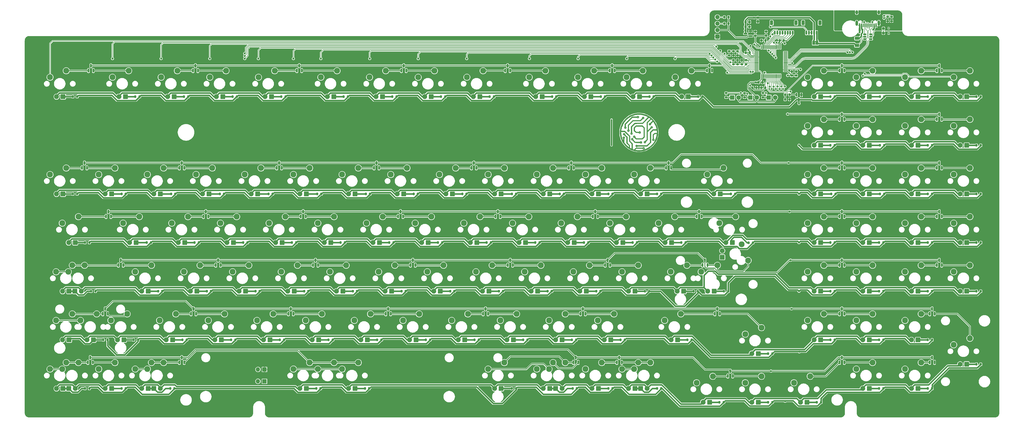
<source format=gbr>
%TF.GenerationSoftware,KiCad,Pcbnew,8.0.5*%
%TF.CreationDate,2024-09-24T18:12:57+02:00*%
%TF.ProjectId,E80-1800-pcb-universal,4538302d-3138-4303-902d-7063622d756e,rev?*%
%TF.SameCoordinates,Original*%
%TF.FileFunction,Copper,L2,Bot*%
%TF.FilePolarity,Positive*%
%FSLAX46Y46*%
G04 Gerber Fmt 4.6, Leading zero omitted, Abs format (unit mm)*
G04 Created by KiCad (PCBNEW 8.0.5) date 2024-09-24 18:12:57*
%MOMM*%
%LPD*%
G01*
G04 APERTURE LIST*
G04 Aperture macros list*
%AMRoundRect*
0 Rectangle with rounded corners*
0 $1 Rounding radius*
0 $2 $3 $4 $5 $6 $7 $8 $9 X,Y pos of 4 corners*
0 Add a 4 corners polygon primitive as box body*
4,1,4,$2,$3,$4,$5,$6,$7,$8,$9,$2,$3,0*
0 Add four circle primitives for the rounded corners*
1,1,$1+$1,$2,$3*
1,1,$1+$1,$4,$5*
1,1,$1+$1,$6,$7*
1,1,$1+$1,$8,$9*
0 Add four rect primitives between the rounded corners*
20,1,$1+$1,$2,$3,$4,$5,0*
20,1,$1+$1,$4,$5,$6,$7,0*
20,1,$1+$1,$6,$7,$8,$9,0*
20,1,$1+$1,$8,$9,$2,$3,0*%
G04 Aperture macros list end*
%TA.AperFunction,NonConductor*%
%ADD10C,0.600000*%
%TD*%
%TA.AperFunction,EtchedComponent*%
%ADD11C,0.000000*%
%TD*%
%TA.AperFunction,EtchedComponent*%
%ADD12C,0.010000*%
%TD*%
%TA.AperFunction,ComponentPad*%
%ADD13C,2.300000*%
%TD*%
%TA.AperFunction,ComponentPad*%
%ADD14R,1.800000X1.800000*%
%TD*%
%TA.AperFunction,ComponentPad*%
%ADD15C,1.800000*%
%TD*%
%TA.AperFunction,ComponentPad*%
%ADD16R,1.700000X1.700000*%
%TD*%
%TA.AperFunction,ComponentPad*%
%ADD17O,1.700000X1.700000*%
%TD*%
%TA.AperFunction,ComponentPad*%
%ADD18RoundRect,0.285750X-0.666750X-0.666750X0.666750X-0.666750X0.666750X0.666750X-0.666750X0.666750X0*%
%TD*%
%TA.AperFunction,ComponentPad*%
%ADD19C,1.905000*%
%TD*%
%TA.AperFunction,ComponentPad*%
%ADD20RoundRect,0.285750X-0.666750X0.666750X-0.666750X-0.666750X0.666750X-0.666750X0.666750X0.666750X0*%
%TD*%
%TA.AperFunction,SMDPad,CuDef*%
%ADD21RoundRect,0.225000X0.225000X0.250000X-0.225000X0.250000X-0.225000X-0.250000X0.225000X-0.250000X0*%
%TD*%
%TA.AperFunction,SMDPad,CuDef*%
%ADD22RoundRect,0.200000X-0.200000X-0.275000X0.200000X-0.275000X0.200000X0.275000X-0.200000X0.275000X0*%
%TD*%
%TA.AperFunction,SMDPad,CuDef*%
%ADD23RoundRect,0.200000X0.275000X-0.200000X0.275000X0.200000X-0.275000X0.200000X-0.275000X-0.200000X0*%
%TD*%
%TA.AperFunction,SMDPad,CuDef*%
%ADD24RoundRect,0.075000X-0.700000X-0.075000X0.700000X-0.075000X0.700000X0.075000X-0.700000X0.075000X0*%
%TD*%
%TA.AperFunction,SMDPad,CuDef*%
%ADD25RoundRect,0.075000X-0.075000X-0.700000X0.075000X-0.700000X0.075000X0.700000X-0.075000X0.700000X0*%
%TD*%
%TA.AperFunction,SMDPad,CuDef*%
%ADD26RoundRect,0.150000X0.150000X-0.587500X0.150000X0.587500X-0.150000X0.587500X-0.150000X-0.587500X0*%
%TD*%
%TA.AperFunction,SMDPad,CuDef*%
%ADD27RoundRect,0.200000X0.200000X0.275000X-0.200000X0.275000X-0.200000X-0.275000X0.200000X-0.275000X0*%
%TD*%
%TA.AperFunction,SMDPad,CuDef*%
%ADD28RoundRect,0.150000X0.475000X0.150000X-0.475000X0.150000X-0.475000X-0.150000X0.475000X-0.150000X0*%
%TD*%
%TA.AperFunction,SMDPad,CuDef*%
%ADD29RoundRect,0.225000X-0.225000X-0.250000X0.225000X-0.250000X0.225000X0.250000X-0.225000X0.250000X0*%
%TD*%
%TA.AperFunction,SMDPad,CuDef*%
%ADD30R,0.600000X1.450000*%
%TD*%
%TA.AperFunction,SMDPad,CuDef*%
%ADD31R,0.300000X1.450000*%
%TD*%
%TA.AperFunction,ComponentPad*%
%ADD32O,1.000000X1.600000*%
%TD*%
%TA.AperFunction,ComponentPad*%
%ADD33O,1.000000X2.100000*%
%TD*%
%TA.AperFunction,SMDPad,CuDef*%
%ADD34RoundRect,0.237500X0.237500X-0.287500X0.237500X0.287500X-0.237500X0.287500X-0.237500X-0.287500X0*%
%TD*%
%TA.AperFunction,SMDPad,CuDef*%
%ADD35RoundRect,0.225000X0.250000X-0.225000X0.250000X0.225000X-0.250000X0.225000X-0.250000X-0.225000X0*%
%TD*%
%TA.AperFunction,SMDPad,CuDef*%
%ADD36RoundRect,0.150000X0.587500X0.150000X-0.587500X0.150000X-0.587500X-0.150000X0.587500X-0.150000X0*%
%TD*%
%TA.AperFunction,SMDPad,CuDef*%
%ADD37RoundRect,0.200000X-0.275000X0.200000X-0.275000X-0.200000X0.275000X-0.200000X0.275000X0.200000X0*%
%TD*%
%TA.AperFunction,SMDPad,CuDef*%
%ADD38RoundRect,0.150000X-0.150000X0.587500X-0.150000X-0.587500X0.150000X-0.587500X0.150000X0.587500X0*%
%TD*%
%TA.AperFunction,SMDPad,CuDef*%
%ADD39RoundRect,0.225000X-0.250000X0.225000X-0.250000X-0.225000X0.250000X-0.225000X0.250000X0.225000X0*%
%TD*%
%TA.AperFunction,SMDPad,CuDef*%
%ADD40RoundRect,0.250000X0.625000X-0.375000X0.625000X0.375000X-0.625000X0.375000X-0.625000X-0.375000X0*%
%TD*%
%TA.AperFunction,SMDPad,CuDef*%
%ADD41R,1.000000X1.500000*%
%TD*%
%TA.AperFunction,SMDPad,CuDef*%
%ADD42RoundRect,0.150000X-0.150000X-0.625000X0.150000X-0.625000X0.150000X0.625000X-0.150000X0.625000X0*%
%TD*%
%TA.AperFunction,SMDPad,CuDef*%
%ADD43RoundRect,0.250000X-0.350000X-0.650000X0.350000X-0.650000X0.350000X0.650000X-0.350000X0.650000X0*%
%TD*%
%TA.AperFunction,SMDPad,CuDef*%
%ADD44RoundRect,0.112500X-0.112500X0.187500X-0.112500X-0.187500X0.112500X-0.187500X0.112500X0.187500X0*%
%TD*%
%TA.AperFunction,ViaPad*%
%ADD45C,0.800000*%
%TD*%
%TA.AperFunction,Conductor*%
%ADD46C,0.300000*%
%TD*%
%TA.AperFunction,Conductor*%
%ADD47C,0.200000*%
%TD*%
%TA.AperFunction,Conductor*%
%ADD48C,0.600000*%
%TD*%
G04 APERTURE END LIST*
D10*
X215910992Y-14065917D02*
X215910992Y-24065917D01*
D11*
%TA.AperFunction,EtchedComponent*%
%TO.C,JP1*%
G36*
X295935992Y16200000D02*
G01*
X295435992Y16200000D01*
X295435992Y16600000D01*
X295935992Y16600000D01*
X295935992Y16200000D01*
G37*
%TD.AperFunction*%
%TA.AperFunction,EtchedComponent*%
G36*
X295935992Y15400000D02*
G01*
X295435992Y15400000D01*
X295435992Y15800000D01*
X295935992Y15800000D01*
X295935992Y15400000D01*
G37*
%TD.AperFunction*%
D12*
%TO.C,G\u002A\u002A\u002A*%
X228622059Y-13445219D02*
X228569173Y-13583559D01*
X228472077Y-13697346D01*
X228337919Y-13774486D01*
X228173845Y-13802887D01*
X228155293Y-13804499D01*
X228105993Y-13822507D01*
X228041325Y-13865378D01*
X227953810Y-13939189D01*
X227835973Y-14050018D01*
X227680334Y-14203940D01*
X227280326Y-14604992D01*
X224372132Y-14604992D01*
X222683886Y-16292264D01*
X222683886Y-17927205D01*
X222785355Y-18031894D01*
X222863486Y-18142661D01*
X222905052Y-18290269D01*
X222901794Y-18328404D01*
X222892277Y-18439843D01*
X222826976Y-18575537D01*
X222710963Y-18681504D01*
X222587509Y-18736127D01*
X222443065Y-18750067D01*
X222312782Y-18714531D01*
X222203574Y-18639075D01*
X222122361Y-18533254D01*
X222076057Y-18406624D01*
X222072997Y-18312350D01*
X222352346Y-18312350D01*
X222360966Y-18388945D01*
X222414321Y-18447237D01*
X222424020Y-18452404D01*
X222483332Y-18477328D01*
X222527104Y-18466110D01*
X222586073Y-18412542D01*
X222620726Y-18374635D01*
X222636090Y-18328404D01*
X222607146Y-18270503D01*
X222563424Y-18221541D01*
X222502827Y-18186640D01*
X222439598Y-18191730D01*
X222381033Y-18239321D01*
X222352346Y-18312350D01*
X222072997Y-18312350D01*
X222071581Y-18268740D01*
X222115850Y-18129157D01*
X222215780Y-17997432D01*
X222316255Y-17901171D01*
X222316255Y-16125210D01*
X223260616Y-15181286D01*
X224204977Y-14237361D01*
X227111035Y-14237361D01*
X227797307Y-13553423D01*
X227797307Y-13374024D01*
X227797575Y-13350331D01*
X228068819Y-13350331D01*
X228084928Y-13426900D01*
X228112872Y-13458953D01*
X228190213Y-13494033D01*
X228272009Y-13487185D01*
X228330972Y-13437258D01*
X228345206Y-13401909D01*
X228342489Y-13317434D01*
X228292699Y-13257451D01*
X228207838Y-13241081D01*
X228190370Y-13243892D01*
X228107760Y-13283592D01*
X228068819Y-13350331D01*
X227797575Y-13350331D01*
X227797835Y-13327266D01*
X227808411Y-13230345D01*
X227841409Y-13159138D01*
X227908303Y-13083628D01*
X228028653Y-12995243D01*
X228176645Y-12949774D01*
X228324856Y-12959703D01*
X228459086Y-13023794D01*
X228565135Y-13140810D01*
X228566614Y-13143252D01*
X228623588Y-13294419D01*
X228622498Y-13401909D01*
X228622059Y-13445219D01*
%TA.AperFunction,EtchedComponent*%
G36*
X228622059Y-13445219D02*
G01*
X228569173Y-13583559D01*
X228472077Y-13697346D01*
X228337919Y-13774486D01*
X228173845Y-13802887D01*
X228155293Y-13804499D01*
X228105993Y-13822507D01*
X228041325Y-13865378D01*
X227953810Y-13939189D01*
X227835973Y-14050018D01*
X227680334Y-14203940D01*
X227280326Y-14604992D01*
X224372132Y-14604992D01*
X222683886Y-16292264D01*
X222683886Y-17927205D01*
X222785355Y-18031894D01*
X222863486Y-18142661D01*
X222905052Y-18290269D01*
X222901794Y-18328404D01*
X222892277Y-18439843D01*
X222826976Y-18575537D01*
X222710963Y-18681504D01*
X222587509Y-18736127D01*
X222443065Y-18750067D01*
X222312782Y-18714531D01*
X222203574Y-18639075D01*
X222122361Y-18533254D01*
X222076057Y-18406624D01*
X222072997Y-18312350D01*
X222352346Y-18312350D01*
X222360966Y-18388945D01*
X222414321Y-18447237D01*
X222424020Y-18452404D01*
X222483332Y-18477328D01*
X222527104Y-18466110D01*
X222586073Y-18412542D01*
X222620726Y-18374635D01*
X222636090Y-18328404D01*
X222607146Y-18270503D01*
X222563424Y-18221541D01*
X222502827Y-18186640D01*
X222439598Y-18191730D01*
X222381033Y-18239321D01*
X222352346Y-18312350D01*
X222072997Y-18312350D01*
X222071581Y-18268740D01*
X222115850Y-18129157D01*
X222215780Y-17997432D01*
X222316255Y-17901171D01*
X222316255Y-16125210D01*
X223260616Y-15181286D01*
X224204977Y-14237361D01*
X227111035Y-14237361D01*
X227797307Y-13553423D01*
X227797307Y-13374024D01*
X227797575Y-13350331D01*
X228068819Y-13350331D01*
X228084928Y-13426900D01*
X228112872Y-13458953D01*
X228190213Y-13494033D01*
X228272009Y-13487185D01*
X228330972Y-13437258D01*
X228345206Y-13401909D01*
X228342489Y-13317434D01*
X228292699Y-13257451D01*
X228207838Y-13241081D01*
X228190370Y-13243892D01*
X228107760Y-13283592D01*
X228068819Y-13350331D01*
X227797575Y-13350331D01*
X227797835Y-13327266D01*
X227808411Y-13230345D01*
X227841409Y-13159138D01*
X227908303Y-13083628D01*
X228028653Y-12995243D01*
X228176645Y-12949774D01*
X228324856Y-12959703D01*
X228459086Y-13023794D01*
X228565135Y-13140810D01*
X228566614Y-13143252D01*
X228623588Y-13294419D01*
X228622498Y-13401909D01*
X228622059Y-13445219D01*
G37*
%TD.AperFunction*%
X226626660Y-13031620D02*
X226588600Y-13194719D01*
X226500863Y-13322354D01*
X226372061Y-13405531D01*
X226210809Y-13435255D01*
X226147959Y-13431971D01*
X226005602Y-13390703D01*
X225870267Y-13294411D01*
X225863203Y-13288157D01*
X225836968Y-13269517D01*
X225801947Y-13255458D01*
X225749848Y-13245494D01*
X225672379Y-13239140D01*
X225561246Y-13235908D01*
X225408159Y-13235315D01*
X225204825Y-13236874D01*
X224942951Y-13240100D01*
X224087809Y-13251440D01*
X221447307Y-15891386D01*
X221447307Y-16332478D01*
X221447454Y-16415059D01*
X221449502Y-16573596D01*
X221455098Y-16681565D01*
X221465673Y-16750483D01*
X221482655Y-16791870D01*
X221507474Y-16817242D01*
X221581470Y-16887263D01*
X221653615Y-17017126D01*
X221679828Y-17161703D01*
X221679970Y-17162491D01*
X221660973Y-17306913D01*
X221597059Y-17433947D01*
X221488664Y-17527149D01*
X221368634Y-17572587D01*
X221213356Y-17579163D01*
X221071064Y-17532736D01*
X220954120Y-17440591D01*
X220874887Y-17310013D01*
X220848148Y-17161703D01*
X221113097Y-17161703D01*
X221123002Y-17198040D01*
X221165616Y-17259579D01*
X221204775Y-17290184D01*
X221263492Y-17312098D01*
X221326779Y-17287310D01*
X221387291Y-17227556D01*
X221413886Y-17161703D01*
X221389099Y-17098416D01*
X221329345Y-17037904D01*
X221263492Y-17011308D01*
X221200204Y-17036096D01*
X221139693Y-17095850D01*
X221113097Y-17161703D01*
X220848148Y-17161703D01*
X220845729Y-17148287D01*
X220852321Y-17066964D01*
X220886841Y-16979150D01*
X220962702Y-16882025D01*
X221079676Y-16752549D01*
X221079676Y-15724886D01*
X223786521Y-13017492D01*
X226059413Y-13017492D01*
X226069318Y-13053829D01*
X226111932Y-13115368D01*
X226151091Y-13145973D01*
X226209807Y-13167887D01*
X226273781Y-13142434D01*
X226333769Y-13083757D01*
X226360202Y-13020285D01*
X226358190Y-13007076D01*
X226321569Y-12947127D01*
X226259995Y-12891559D01*
X226201208Y-12867098D01*
X226198737Y-12867169D01*
X226139610Y-12895533D01*
X226084031Y-12955333D01*
X226059413Y-13017492D01*
X223786521Y-13017492D01*
X223936884Y-12867098D01*
X225814170Y-12867098D01*
X225855858Y-12789204D01*
X225938759Y-12693215D01*
X226069824Y-12624651D01*
X226227251Y-12599729D01*
X226246275Y-12599924D01*
X226335052Y-12611509D01*
X226409848Y-12650354D01*
X226497818Y-12729481D01*
X226515168Y-12747043D01*
X226586295Y-12830743D01*
X226619422Y-12906026D01*
X226627571Y-13000049D01*
X226626987Y-13020285D01*
X226626660Y-13031620D01*
%TA.AperFunction,EtchedComponent*%
G36*
X226626660Y-13031620D02*
G01*
X226588600Y-13194719D01*
X226500863Y-13322354D01*
X226372061Y-13405531D01*
X226210809Y-13435255D01*
X226147959Y-13431971D01*
X226005602Y-13390703D01*
X225870267Y-13294411D01*
X225863203Y-13288157D01*
X225836968Y-13269517D01*
X225801947Y-13255458D01*
X225749848Y-13245494D01*
X225672379Y-13239140D01*
X225561246Y-13235908D01*
X225408159Y-13235315D01*
X225204825Y-13236874D01*
X224942951Y-13240100D01*
X224087809Y-13251440D01*
X221447307Y-15891386D01*
X221447307Y-16332478D01*
X221447454Y-16415059D01*
X221449502Y-16573596D01*
X221455098Y-16681565D01*
X221465673Y-16750483D01*
X221482655Y-16791870D01*
X221507474Y-16817242D01*
X221581470Y-16887263D01*
X221653615Y-17017126D01*
X221679828Y-17161703D01*
X221679970Y-17162491D01*
X221660973Y-17306913D01*
X221597059Y-17433947D01*
X221488664Y-17527149D01*
X221368634Y-17572587D01*
X221213356Y-17579163D01*
X221071064Y-17532736D01*
X220954120Y-17440591D01*
X220874887Y-17310013D01*
X220848148Y-17161703D01*
X221113097Y-17161703D01*
X221123002Y-17198040D01*
X221165616Y-17259579D01*
X221204775Y-17290184D01*
X221263492Y-17312098D01*
X221326779Y-17287310D01*
X221387291Y-17227556D01*
X221413886Y-17161703D01*
X221389099Y-17098416D01*
X221329345Y-17037904D01*
X221263492Y-17011308D01*
X221200204Y-17036096D01*
X221139693Y-17095850D01*
X221113097Y-17161703D01*
X220848148Y-17161703D01*
X220845729Y-17148287D01*
X220852321Y-17066964D01*
X220886841Y-16979150D01*
X220962702Y-16882025D01*
X221079676Y-16752549D01*
X221079676Y-15724886D01*
X223786521Y-13017492D01*
X226059413Y-13017492D01*
X226069318Y-13053829D01*
X226111932Y-13115368D01*
X226151091Y-13145973D01*
X226209807Y-13167887D01*
X226273781Y-13142434D01*
X226333769Y-13083757D01*
X226360202Y-13020285D01*
X226358190Y-13007076D01*
X226321569Y-12947127D01*
X226259995Y-12891559D01*
X226201208Y-12867098D01*
X226198737Y-12867169D01*
X226139610Y-12895533D01*
X226084031Y-12955333D01*
X226059413Y-13017492D01*
X223786521Y-13017492D01*
X223936884Y-12867098D01*
X225814170Y-12867098D01*
X225855858Y-12789204D01*
X225938759Y-12693215D01*
X226069824Y-12624651D01*
X226227251Y-12599729D01*
X226246275Y-12599924D01*
X226335052Y-12611509D01*
X226409848Y-12650354D01*
X226497818Y-12729481D01*
X226515168Y-12747043D01*
X226586295Y-12830743D01*
X226619422Y-12906026D01*
X226627571Y-13000049D01*
X226626987Y-13020285D01*
X226626660Y-13031620D01*
G37*
%TD.AperFunction*%
X224382888Y-21720997D02*
X224382540Y-21724661D01*
X224379174Y-21777799D01*
X224384326Y-21824554D01*
X224404003Y-21874292D01*
X224444213Y-21936380D01*
X224510964Y-22020184D01*
X224610265Y-22135073D01*
X224748124Y-22290412D01*
X225127084Y-22715918D01*
X225701867Y-22737721D01*
X225807653Y-22741533D01*
X226036744Y-22748657D01*
X226263380Y-22754386D01*
X226466118Y-22758213D01*
X226623520Y-22759627D01*
X226970390Y-22759729D01*
X227099866Y-22642755D01*
X227175881Y-22580724D01*
X227263773Y-22537359D01*
X227364590Y-22525782D01*
X227395324Y-22526481D01*
X227564165Y-22561330D01*
X227690566Y-22645472D01*
X227769841Y-22774384D01*
X227797307Y-22943545D01*
X227795789Y-22957030D01*
X227782883Y-23071684D01*
X227717428Y-23212257D01*
X227600348Y-23311280D01*
X227583967Y-23319137D01*
X227484253Y-23347726D01*
X227371285Y-23359970D01*
X227278265Y-23352959D01*
X227194137Y-23318779D01*
X227099866Y-23244334D01*
X226970390Y-23127361D01*
X225971809Y-23126016D01*
X224973229Y-23124671D01*
X224837543Y-22967950D01*
X227236495Y-22967950D01*
X227290268Y-23038628D01*
X227331217Y-23071579D01*
X227394134Y-23089704D01*
X227471452Y-23057842D01*
X227503222Y-23030875D01*
X227530315Y-22957030D01*
X227510516Y-22878360D01*
X227446522Y-22820552D01*
X227426338Y-22811917D01*
X227359396Y-22802663D01*
X227296127Y-22843159D01*
X227245682Y-22900952D01*
X227236495Y-22967950D01*
X224837543Y-22967950D01*
X224793548Y-22917134D01*
X224709460Y-22820275D01*
X224516089Y-22600404D01*
X224358446Y-22426463D01*
X224232012Y-22294042D01*
X224132270Y-22198728D01*
X224054704Y-22136109D01*
X223994796Y-22101773D01*
X223948028Y-22091308D01*
X223915839Y-22089951D01*
X223772191Y-22047437D01*
X223657067Y-21953535D01*
X223580577Y-21819378D01*
X223555798Y-21673545D01*
X223820202Y-21673545D01*
X223830108Y-21709882D01*
X223872721Y-21771421D01*
X223911881Y-21802026D01*
X223970597Y-21823940D01*
X224006934Y-21814034D01*
X224068473Y-21771421D01*
X224099078Y-21732261D01*
X224120992Y-21673545D01*
X224111086Y-21637208D01*
X224068473Y-21575669D01*
X224029313Y-21545064D01*
X223970597Y-21523150D01*
X223934260Y-21533056D01*
X223872721Y-21575669D01*
X223842116Y-21614829D01*
X223820202Y-21673545D01*
X223555798Y-21673545D01*
X223552834Y-21656101D01*
X223553029Y-21637077D01*
X223564614Y-21548301D01*
X223603459Y-21473505D01*
X223682586Y-21385534D01*
X223700148Y-21368185D01*
X223783847Y-21297057D01*
X223859131Y-21263930D01*
X223953153Y-21255782D01*
X224031368Y-21261371D01*
X224186455Y-21313309D01*
X224301945Y-21412863D01*
X224370026Y-21551578D01*
X224379286Y-21673545D01*
X224382888Y-21720997D01*
%TA.AperFunction,EtchedComponent*%
G36*
X224382888Y-21720997D02*
G01*
X224382540Y-21724661D01*
X224379174Y-21777799D01*
X224384326Y-21824554D01*
X224404003Y-21874292D01*
X224444213Y-21936380D01*
X224510964Y-22020184D01*
X224610265Y-22135073D01*
X224748124Y-22290412D01*
X225127084Y-22715918D01*
X225701867Y-22737721D01*
X225807653Y-22741533D01*
X226036744Y-22748657D01*
X226263380Y-22754386D01*
X226466118Y-22758213D01*
X226623520Y-22759627D01*
X226970390Y-22759729D01*
X227099866Y-22642755D01*
X227175881Y-22580724D01*
X227263773Y-22537359D01*
X227364590Y-22525782D01*
X227395324Y-22526481D01*
X227564165Y-22561330D01*
X227690566Y-22645472D01*
X227769841Y-22774384D01*
X227797307Y-22943545D01*
X227795789Y-22957030D01*
X227782883Y-23071684D01*
X227717428Y-23212257D01*
X227600348Y-23311280D01*
X227583967Y-23319137D01*
X227484253Y-23347726D01*
X227371285Y-23359970D01*
X227278265Y-23352959D01*
X227194137Y-23318779D01*
X227099866Y-23244334D01*
X226970390Y-23127361D01*
X225971809Y-23126016D01*
X224973229Y-23124671D01*
X224837543Y-22967950D01*
X227236495Y-22967950D01*
X227290268Y-23038628D01*
X227331217Y-23071579D01*
X227394134Y-23089704D01*
X227471452Y-23057842D01*
X227503222Y-23030875D01*
X227530315Y-22957030D01*
X227510516Y-22878360D01*
X227446522Y-22820552D01*
X227426338Y-22811917D01*
X227359396Y-22802663D01*
X227296127Y-22843159D01*
X227245682Y-22900952D01*
X227236495Y-22967950D01*
X224837543Y-22967950D01*
X224793548Y-22917134D01*
X224709460Y-22820275D01*
X224516089Y-22600404D01*
X224358446Y-22426463D01*
X224232012Y-22294042D01*
X224132270Y-22198728D01*
X224054704Y-22136109D01*
X223994796Y-22101773D01*
X223948028Y-22091308D01*
X223915839Y-22089951D01*
X223772191Y-22047437D01*
X223657067Y-21953535D01*
X223580577Y-21819378D01*
X223555798Y-21673545D01*
X223820202Y-21673545D01*
X223830108Y-21709882D01*
X223872721Y-21771421D01*
X223911881Y-21802026D01*
X223970597Y-21823940D01*
X224006934Y-21814034D01*
X224068473Y-21771421D01*
X224099078Y-21732261D01*
X224120992Y-21673545D01*
X224111086Y-21637208D01*
X224068473Y-21575669D01*
X224029313Y-21545064D01*
X223970597Y-21523150D01*
X223934260Y-21533056D01*
X223872721Y-21575669D01*
X223842116Y-21614829D01*
X223820202Y-21673545D01*
X223555798Y-21673545D01*
X223552834Y-21656101D01*
X223553029Y-21637077D01*
X223564614Y-21548301D01*
X223603459Y-21473505D01*
X223682586Y-21385534D01*
X223700148Y-21368185D01*
X223783847Y-21297057D01*
X223859131Y-21263930D01*
X223953153Y-21255782D01*
X224031368Y-21261371D01*
X224186455Y-21313309D01*
X224301945Y-21412863D01*
X224370026Y-21551578D01*
X224379286Y-21673545D01*
X224382888Y-21720997D01*
G37*
%TD.AperFunction*%
X227328623Y-19046191D02*
X227292686Y-19214346D01*
X227207399Y-19341860D01*
X227078481Y-19422752D01*
X226911650Y-19451045D01*
X226891490Y-19450559D01*
X226754800Y-19423828D01*
X226636541Y-19364385D01*
X226560543Y-19283594D01*
X226552775Y-19270536D01*
X226531395Y-19249305D01*
X226494232Y-19234572D01*
X226431075Y-19225162D01*
X226331711Y-19219897D01*
X226185931Y-19217601D01*
X225983522Y-19217098D01*
X225442089Y-19217098D01*
X225257831Y-19033282D01*
X226761255Y-19033282D01*
X226771160Y-19069619D01*
X226813774Y-19131158D01*
X226852933Y-19161763D01*
X226911650Y-19183677D01*
X226947986Y-19173771D01*
X227009526Y-19131158D01*
X227040130Y-19091998D01*
X227062044Y-19033282D01*
X227052139Y-18996945D01*
X227009526Y-18935406D01*
X226970366Y-18904801D01*
X226911650Y-18882887D01*
X226875313Y-18892792D01*
X226813774Y-18935406D01*
X226783169Y-18974565D01*
X226761255Y-19033282D01*
X225257831Y-19033282D01*
X225032198Y-18808191D01*
X224622307Y-18399285D01*
X224622307Y-17162668D01*
X225031214Y-16752778D01*
X225440120Y-16342887D01*
X228013579Y-16342887D01*
X228423470Y-16751793D01*
X228833360Y-17160700D01*
X228833360Y-20937317D01*
X228424454Y-21347207D01*
X228015547Y-21757098D01*
X225475800Y-21757098D01*
X225170206Y-21452774D01*
X225114245Y-21397305D01*
X224998063Y-21285744D01*
X224910857Y-21210770D01*
X224840485Y-21163730D01*
X224774807Y-21135970D01*
X224701683Y-21118838D01*
X224648457Y-21106429D01*
X224500792Y-21036104D01*
X224395406Y-20929554D01*
X224336172Y-20799193D01*
X224330153Y-20706533D01*
X224599937Y-20706533D01*
X224635384Y-20770320D01*
X224689744Y-20831954D01*
X224760570Y-20850027D01*
X224837157Y-20802210D01*
X224868066Y-20761383D01*
X224887169Y-20673033D01*
X224849571Y-20594045D01*
X224807381Y-20564990D01*
X224723564Y-20562197D01*
X224639793Y-20619925D01*
X224605559Y-20662672D01*
X224599937Y-20706533D01*
X224330153Y-20706533D01*
X224326963Y-20657436D01*
X224371652Y-20516696D01*
X224474111Y-20389387D01*
X224556595Y-20326781D01*
X224642907Y-20294559D01*
X224760497Y-20286571D01*
X224785540Y-20286735D01*
X224888223Y-20296193D01*
X224963318Y-20329653D01*
X225043413Y-20400203D01*
X225090508Y-20449840D01*
X225134214Y-20515112D01*
X225153022Y-20592189D01*
X225155818Y-20673033D01*
X225157044Y-20708509D01*
X225157044Y-20903183D01*
X225606436Y-21356045D01*
X227846183Y-21356045D01*
X228155956Y-21047560D01*
X228465729Y-20739076D01*
X228465729Y-17330064D01*
X228157244Y-17020291D01*
X227848759Y-16710519D01*
X225609484Y-16710519D01*
X225299712Y-17019003D01*
X224989939Y-17327488D01*
X224989939Y-18229921D01*
X225298424Y-18539693D01*
X225606908Y-18849466D01*
X226502496Y-18849466D01*
X226631972Y-18732492D01*
X226633210Y-18731374D01*
X226725670Y-18658179D01*
X226809117Y-18623976D01*
X226915678Y-18615519D01*
X226953139Y-18616089D01*
X227041107Y-18628560D01*
X227113790Y-18667284D01*
X227199660Y-18745271D01*
X227215131Y-18760910D01*
X227287296Y-18845362D01*
X227321053Y-18920831D01*
X227329413Y-19014299D01*
X227328942Y-19033282D01*
X227328623Y-19046191D01*
%TA.AperFunction,EtchedComponent*%
G36*
X227328623Y-19046191D02*
G01*
X227292686Y-19214346D01*
X227207399Y-19341860D01*
X227078481Y-19422752D01*
X226911650Y-19451045D01*
X226891490Y-19450559D01*
X226754800Y-19423828D01*
X226636541Y-19364385D01*
X226560543Y-19283594D01*
X226552775Y-19270536D01*
X226531395Y-19249305D01*
X226494232Y-19234572D01*
X226431075Y-19225162D01*
X226331711Y-19219897D01*
X226185931Y-19217601D01*
X225983522Y-19217098D01*
X225442089Y-19217098D01*
X225257831Y-19033282D01*
X226761255Y-19033282D01*
X226771160Y-19069619D01*
X226813774Y-19131158D01*
X226852933Y-19161763D01*
X226911650Y-19183677D01*
X226947986Y-19173771D01*
X227009526Y-19131158D01*
X227040130Y-19091998D01*
X227062044Y-19033282D01*
X227052139Y-18996945D01*
X227009526Y-18935406D01*
X226970366Y-18904801D01*
X226911650Y-18882887D01*
X226875313Y-18892792D01*
X226813774Y-18935406D01*
X226783169Y-18974565D01*
X226761255Y-19033282D01*
X225257831Y-19033282D01*
X225032198Y-18808191D01*
X224622307Y-18399285D01*
X224622307Y-17162668D01*
X225031214Y-16752778D01*
X225440120Y-16342887D01*
X228013579Y-16342887D01*
X228423470Y-16751793D01*
X228833360Y-17160700D01*
X228833360Y-20937317D01*
X228424454Y-21347207D01*
X228015547Y-21757098D01*
X225475800Y-21757098D01*
X225170206Y-21452774D01*
X225114245Y-21397305D01*
X224998063Y-21285744D01*
X224910857Y-21210770D01*
X224840485Y-21163730D01*
X224774807Y-21135970D01*
X224701683Y-21118838D01*
X224648457Y-21106429D01*
X224500792Y-21036104D01*
X224395406Y-20929554D01*
X224336172Y-20799193D01*
X224330153Y-20706533D01*
X224599937Y-20706533D01*
X224635384Y-20770320D01*
X224689744Y-20831954D01*
X224760570Y-20850027D01*
X224837157Y-20802210D01*
X224868066Y-20761383D01*
X224887169Y-20673033D01*
X224849571Y-20594045D01*
X224807381Y-20564990D01*
X224723564Y-20562197D01*
X224639793Y-20619925D01*
X224605559Y-20662672D01*
X224599937Y-20706533D01*
X224330153Y-20706533D01*
X224326963Y-20657436D01*
X224371652Y-20516696D01*
X224474111Y-20389387D01*
X224556595Y-20326781D01*
X224642907Y-20294559D01*
X224760497Y-20286571D01*
X224785540Y-20286735D01*
X224888223Y-20296193D01*
X224963318Y-20329653D01*
X225043413Y-20400203D01*
X225090508Y-20449840D01*
X225134214Y-20515112D01*
X225153022Y-20592189D01*
X225155818Y-20673033D01*
X225157044Y-20708509D01*
X225157044Y-20903183D01*
X225606436Y-21356045D01*
X227846183Y-21356045D01*
X228155956Y-21047560D01*
X228465729Y-20739076D01*
X228465729Y-17330064D01*
X228157244Y-17020291D01*
X227848759Y-16710519D01*
X225609484Y-16710519D01*
X225299712Y-17019003D01*
X224989939Y-17327488D01*
X224989939Y-18229921D01*
X225298424Y-18539693D01*
X225606908Y-18849466D01*
X226502496Y-18849466D01*
X226631972Y-18732492D01*
X226633210Y-18731374D01*
X226725670Y-18658179D01*
X226809117Y-18623976D01*
X226915678Y-18615519D01*
X226953139Y-18616089D01*
X227041107Y-18628560D01*
X227113790Y-18667284D01*
X227199660Y-18745271D01*
X227215131Y-18760910D01*
X227287296Y-18845362D01*
X227321053Y-18920831D01*
X227329413Y-19014299D01*
X227328942Y-19033282D01*
X227328623Y-19046191D01*
G37*
%TD.AperFunction*%
X234109990Y-19352541D02*
X234050124Y-20052572D01*
X233924294Y-20748144D01*
X233732499Y-21436091D01*
X233620380Y-21751862D01*
X233346424Y-22379160D01*
X233017166Y-22974079D01*
X232636228Y-23533686D01*
X232207232Y-24055050D01*
X231733800Y-24535238D01*
X231219554Y-24971320D01*
X230668116Y-25360363D01*
X230083107Y-25699435D01*
X229468150Y-25985605D01*
X228826867Y-26215941D01*
X228162878Y-26387512D01*
X227479807Y-26497384D01*
X227380503Y-26506864D01*
X227148715Y-26520751D01*
X226881464Y-26528758D01*
X226599154Y-26530840D01*
X226322190Y-26526949D01*
X226070979Y-26517040D01*
X225865924Y-26501065D01*
X225699519Y-26481207D01*
X224998752Y-26357123D01*
X224320919Y-26170825D01*
X223668516Y-25923506D01*
X223044037Y-25616359D01*
X222449978Y-25250578D01*
X221888834Y-24827355D01*
X221363100Y-24347884D01*
X220915313Y-23861521D01*
X220490263Y-23308319D01*
X220123701Y-22723284D01*
X219814777Y-22105046D01*
X219562638Y-21452238D01*
X219392076Y-20864323D01*
X219255373Y-20173598D01*
X219184276Y-19476637D01*
X219179098Y-18816045D01*
X219642571Y-18816045D01*
X219642571Y-19079872D01*
X219648546Y-19325801D01*
X219688154Y-19792973D01*
X219761705Y-20275825D01*
X219865500Y-20758214D01*
X219995838Y-21223998D01*
X220149020Y-21657033D01*
X220321344Y-22041177D01*
X220474714Y-22341966D01*
X220476405Y-21919382D01*
X220478097Y-21496798D01*
X220378899Y-21390606D01*
X220285651Y-21254729D01*
X220249431Y-21104126D01*
X220250552Y-21098178D01*
X220551262Y-21098178D01*
X220559567Y-21151860D01*
X220590835Y-21198560D01*
X220663114Y-21215589D01*
X220751086Y-21215003D01*
X220799347Y-21181621D01*
X220812307Y-21103909D01*
X220791533Y-21024130D01*
X220725001Y-20970970D01*
X220626894Y-20969118D01*
X220585708Y-20982782D01*
X220552366Y-21020547D01*
X220551262Y-21098178D01*
X220250552Y-21098178D01*
X220277638Y-20954460D01*
X220370391Y-20813725D01*
X220495540Y-20716468D01*
X220642127Y-20670370D01*
X220790682Y-20686002D01*
X220890304Y-20732201D01*
X221006301Y-20835770D01*
X221076504Y-20967202D01*
X221096003Y-21103909D01*
X221097222Y-21112461D01*
X221064760Y-21257508D01*
X220975428Y-21388309D01*
X220879150Y-21484587D01*
X220879150Y-23037858D01*
X221068032Y-23291491D01*
X221176851Y-23426680D01*
X221329799Y-23599606D01*
X221510682Y-23792550D01*
X221707652Y-23993668D01*
X221908864Y-24191112D01*
X222102472Y-24373039D01*
X222276630Y-24527600D01*
X222419493Y-24642952D01*
X222483034Y-24689757D01*
X222585457Y-24762787D01*
X222660492Y-24813097D01*
X222695217Y-24831834D01*
X222699751Y-24825590D01*
X222708745Y-24770093D01*
X222714977Y-24669520D01*
X222717307Y-24538982D01*
X222717307Y-24246130D01*
X222215992Y-23745650D01*
X221714676Y-23245170D01*
X221714676Y-20934726D01*
X221318881Y-20543806D01*
X221180690Y-20407808D01*
X221070393Y-20302092D01*
X220989337Y-20230572D01*
X220928145Y-20186568D01*
X220877442Y-20163405D01*
X220827852Y-20154404D01*
X220769998Y-20152887D01*
X220731015Y-20151965D01*
X220614004Y-20129157D01*
X220514686Y-20066871D01*
X220415153Y-19952201D01*
X220364709Y-19819424D01*
X220364426Y-19768923D01*
X220644575Y-19768923D01*
X220685307Y-19845413D01*
X220708711Y-19863221D01*
X220778886Y-19885519D01*
X220816646Y-19879672D01*
X220880217Y-19832531D01*
X220910181Y-19757526D01*
X220900648Y-19678214D01*
X220845729Y-19618150D01*
X220772471Y-19601220D01*
X220700611Y-19629183D01*
X220653828Y-19690965D01*
X220644575Y-19768923D01*
X220364426Y-19768923D01*
X220363955Y-19684700D01*
X220405813Y-19557842D01*
X220483203Y-19448665D01*
X220589044Y-19366984D01*
X220716259Y-19322613D01*
X220857767Y-19325367D01*
X221006490Y-19385060D01*
X221057919Y-19424139D01*
X221144421Y-19533668D01*
X221196430Y-19662504D01*
X221200455Y-19757526D01*
X221201635Y-19785395D01*
X221199319Y-19808955D01*
X221207446Y-19847278D01*
X221234588Y-19895998D01*
X221286573Y-19962309D01*
X221369226Y-20053403D01*
X221488376Y-20176474D01*
X221649849Y-20338714D01*
X222115729Y-20803702D01*
X222115729Y-23071131D01*
X222600334Y-23565209D01*
X223084939Y-24059288D01*
X223084939Y-25098593D01*
X223418542Y-25266003D01*
X223536516Y-25324652D01*
X223652493Y-25381015D01*
X223734397Y-25419299D01*
X223769463Y-25433413D01*
X223770031Y-25432918D01*
X223774489Y-25393335D01*
X223778491Y-25296439D01*
X223781880Y-25150722D01*
X223784497Y-24964675D01*
X223786184Y-24746791D01*
X223786781Y-24505561D01*
X223786781Y-23577709D01*
X223285465Y-23077229D01*
X222784150Y-22576749D01*
X222784150Y-20604527D01*
X220996588Y-18816045D01*
X219642571Y-18816045D01*
X219179098Y-18816045D01*
X219178792Y-18776985D01*
X219208505Y-18431703D01*
X219692702Y-18431703D01*
X220427965Y-18440575D01*
X221163229Y-18449448D01*
X222174215Y-19459712D01*
X223185202Y-20469976D01*
X223185202Y-22443094D01*
X224153530Y-23409694D01*
X224154872Y-23577709D01*
X224162327Y-24511422D01*
X224171123Y-25613150D01*
X224430906Y-25697429D01*
X224690690Y-25781708D01*
X225066429Y-25407035D01*
X225276975Y-25197086D01*
X228334714Y-25197086D01*
X228343335Y-25273682D01*
X228396689Y-25331974D01*
X228406388Y-25337141D01*
X228465700Y-25362065D01*
X228509473Y-25350847D01*
X228568442Y-25297279D01*
X228603094Y-25259372D01*
X228618459Y-25213141D01*
X228589514Y-25155240D01*
X228545793Y-25106278D01*
X228485196Y-25071377D01*
X228421966Y-25076467D01*
X228363401Y-25124058D01*
X228334714Y-25197086D01*
X225276975Y-25197086D01*
X225442169Y-25032361D01*
X228039864Y-25032361D01*
X228169340Y-24915387D01*
X228184839Y-24901536D01*
X228271819Y-24835447D01*
X228354475Y-24805472D01*
X228466316Y-24798413D01*
X228468725Y-24798415D01*
X228582405Y-24806229D01*
X228665159Y-24838057D01*
X228751457Y-24907032D01*
X228772051Y-24926992D01*
X228865111Y-25062669D01*
X228893003Y-25212820D01*
X228892928Y-25213141D01*
X228855357Y-25375785D01*
X228836335Y-25414100D01*
X228743331Y-25525228D01*
X228620125Y-25603877D01*
X228489721Y-25633815D01*
X228430223Y-25629026D01*
X228307129Y-25594877D01*
X228199504Y-25537816D01*
X228133032Y-25469664D01*
X228128605Y-25461694D01*
X228115954Y-25445190D01*
X228095099Y-25431927D01*
X228059526Y-25421551D01*
X228002718Y-25413706D01*
X227918161Y-25408041D01*
X227799339Y-25404199D01*
X227639736Y-25401827D01*
X227432837Y-25400572D01*
X227172127Y-25400078D01*
X226851091Y-25399992D01*
X225606436Y-25399992D01*
X225373385Y-25635030D01*
X225269682Y-25742947D01*
X225202398Y-25823023D01*
X225176151Y-25872563D01*
X225186046Y-25898448D01*
X225193808Y-25902544D01*
X225269757Y-25925596D01*
X225400674Y-25951909D01*
X225576834Y-25979908D01*
X225788515Y-26008014D01*
X226025992Y-26034652D01*
X226254245Y-26053585D01*
X226880910Y-26061356D01*
X227513840Y-26007271D01*
X228145823Y-25893527D01*
X228769647Y-25722322D01*
X229378104Y-25495853D01*
X229963980Y-25216318D01*
X230520066Y-24885915D01*
X231039150Y-24506841D01*
X231040699Y-24505587D01*
X231186835Y-24379688D01*
X231360098Y-24218509D01*
X231547548Y-24035226D01*
X231736245Y-23843017D01*
X231913252Y-23655058D01*
X232065628Y-23484526D01*
X232180434Y-23344598D01*
X232263231Y-23233554D01*
X232602402Y-22720726D01*
X232900936Y-22171936D01*
X233154246Y-21598513D01*
X233357749Y-21011786D01*
X233506861Y-20423086D01*
X233596996Y-19843742D01*
X233620358Y-19618150D01*
X232858804Y-19618150D01*
X232634109Y-19844581D01*
X232409413Y-20071012D01*
X232409413Y-20795905D01*
X232409519Y-20958252D01*
X232410438Y-21157710D01*
X232412946Y-21304680D01*
X232417802Y-21407853D01*
X232425767Y-21475919D01*
X232437599Y-21517570D01*
X232454060Y-21541495D01*
X232475909Y-21556386D01*
X232488652Y-21563965D01*
X232567024Y-21647650D01*
X232622382Y-21770103D01*
X232643360Y-21907492D01*
X232642654Y-21935586D01*
X232605650Y-22096918D01*
X232516998Y-22219706D01*
X232383025Y-22297851D01*
X232210055Y-22325255D01*
X232134596Y-22319646D01*
X232045596Y-22286207D01*
X231949382Y-22210850D01*
X231897703Y-22161389D01*
X231849101Y-22097294D01*
X231828694Y-22023664D01*
X231824699Y-21916092D01*
X232075202Y-21916092D01*
X232085364Y-21947921D01*
X232127721Y-22005368D01*
X232166881Y-22035973D01*
X232225597Y-22057887D01*
X232288884Y-22033099D01*
X232349396Y-21973345D01*
X232375992Y-21907492D01*
X232350539Y-21843518D01*
X232291862Y-21783531D01*
X232228390Y-21757098D01*
X232215181Y-21759110D01*
X232155232Y-21795731D01*
X232099664Y-21857304D01*
X232075202Y-21916092D01*
X231824699Y-21916092D01*
X231824544Y-21911917D01*
X231825188Y-21859387D01*
X231835938Y-21762418D01*
X231868345Y-21690849D01*
X231933163Y-21615323D01*
X232041781Y-21503257D01*
X232041781Y-19900975D01*
X232368234Y-19575747D01*
X232694688Y-19250519D01*
X233656286Y-19250519D01*
X233634031Y-18784323D01*
X233631485Y-18733157D01*
X233621587Y-18564574D01*
X233610939Y-18421366D01*
X233600665Y-18317338D01*
X233591887Y-18266296D01*
X233588025Y-18258888D01*
X233566274Y-18242487D01*
X233521071Y-18230620D01*
X233443740Y-18222611D01*
X233325605Y-18217786D01*
X233157990Y-18215470D01*
X232932219Y-18214989D01*
X232292439Y-18215511D01*
X231817779Y-18657818D01*
X231343118Y-19100124D01*
X231341529Y-21055528D01*
X231339939Y-23010932D01*
X230579343Y-23770988D01*
X229975339Y-24374564D01*
X229818748Y-24531045D01*
X226099903Y-24531045D01*
X225993711Y-24630243D01*
X225857833Y-24723491D01*
X225707231Y-24759711D01*
X225557565Y-24731504D01*
X225416830Y-24638751D01*
X225319573Y-24513602D01*
X225273475Y-24367015D01*
X225279179Y-24312807D01*
X225561134Y-24312807D01*
X225578349Y-24389005D01*
X225620637Y-24429087D01*
X225695108Y-24456227D01*
X225767812Y-24453932D01*
X225811588Y-24418740D01*
X225820726Y-24374564D01*
X225819753Y-24291173D01*
X225816707Y-24274305D01*
X225785945Y-24226261D01*
X225712134Y-24213545D01*
X225679943Y-24215846D01*
X225598931Y-24249930D01*
X225561134Y-24312807D01*
X225279179Y-24312807D01*
X225289107Y-24218459D01*
X225335306Y-24118838D01*
X225438875Y-24002841D01*
X225570307Y-23932638D01*
X225715565Y-23911920D01*
X225860613Y-23944382D01*
X225991414Y-24033714D01*
X226087692Y-24129992D01*
X229686257Y-24129992D01*
X230312572Y-23503026D01*
X230938886Y-22876060D01*
X230938886Y-18962006D01*
X232125334Y-17847886D01*
X232818821Y-17847360D01*
X233512307Y-17846834D01*
X233512073Y-17771637D01*
X233511360Y-17748234D01*
X233491656Y-17604894D01*
X233447847Y-17415157D01*
X233383806Y-17190501D01*
X233303408Y-16942406D01*
X233210525Y-16682350D01*
X233109032Y-16421814D01*
X233002804Y-16172276D01*
X232895713Y-15945216D01*
X232842662Y-15842727D01*
X232752866Y-15679153D01*
X232652904Y-15505796D01*
X232548880Y-15332395D01*
X232446896Y-15168685D01*
X232353055Y-15024406D01*
X232273459Y-14909293D01*
X232214212Y-14833085D01*
X232181416Y-14805519D01*
X232159728Y-14820844D01*
X232097103Y-14876715D01*
X232002342Y-14966222D01*
X231883553Y-15081682D01*
X231748845Y-15215409D01*
X231739173Y-15225105D01*
X231593771Y-15371524D01*
X231488790Y-15480317D01*
X231417647Y-15560495D01*
X231373761Y-15621064D01*
X231350548Y-15671034D01*
X231341427Y-15719414D01*
X231339814Y-15775212D01*
X231330481Y-15841646D01*
X231319063Y-15922936D01*
X231251500Y-16061708D01*
X231148343Y-16163186D01*
X231021255Y-16222255D01*
X230881899Y-16233803D01*
X230741937Y-16192715D01*
X230613031Y-16093878D01*
X230545131Y-16009234D01*
X230512339Y-15925559D01*
X230504413Y-15811205D01*
X230505204Y-15790068D01*
X230775924Y-15790068D01*
X230792034Y-15866637D01*
X230819978Y-15898690D01*
X230897319Y-15933770D01*
X230979114Y-15926922D01*
X231038078Y-15876995D01*
X231052312Y-15841646D01*
X231049594Y-15757171D01*
X230999804Y-15697187D01*
X230914944Y-15680818D01*
X230897475Y-15683628D01*
X230814866Y-15723329D01*
X230775924Y-15790068D01*
X230505204Y-15790068D01*
X230507070Y-15740229D01*
X230531212Y-15635277D01*
X230589059Y-15545577D01*
X230640758Y-15494993D01*
X230750750Y-15425409D01*
X230866704Y-15386225D01*
X230964071Y-15387773D01*
X230970939Y-15388894D01*
X231012416Y-15374746D01*
X231079506Y-15327567D01*
X231177043Y-15243249D01*
X231309862Y-15117682D01*
X231482798Y-14946753D01*
X231941870Y-14486801D01*
X231674086Y-14220587D01*
X231406301Y-13954373D01*
X230721410Y-14638653D01*
X230036518Y-15322933D01*
X230036518Y-18330702D01*
X230604676Y-17763282D01*
X230631775Y-17736213D01*
X230804302Y-17563290D01*
X230935665Y-17429511D01*
X231031464Y-17327964D01*
X231097297Y-17251737D01*
X231138765Y-17193919D01*
X231161465Y-17147599D01*
X231170996Y-17105866D01*
X231172959Y-17061808D01*
X231174312Y-17042342D01*
X231440202Y-17042342D01*
X231450536Y-17071106D01*
X231492721Y-17125895D01*
X231566446Y-17169863D01*
X231649520Y-17168876D01*
X231714650Y-17123341D01*
X231740992Y-17040432D01*
X231740775Y-17034894D01*
X231714562Y-16966582D01*
X231661312Y-16904628D01*
X231604920Y-16877624D01*
X231575616Y-16888858D01*
X231517236Y-16935346D01*
X231463673Y-16994932D01*
X231440202Y-17042342D01*
X231174312Y-17042342D01*
X231177174Y-17001179D01*
X231225849Y-16849781D01*
X231319353Y-16725437D01*
X231445535Y-16641232D01*
X231592242Y-16610255D01*
X231634187Y-16613153D01*
X231764565Y-16651724D01*
X231882045Y-16723517D01*
X231959701Y-16813629D01*
X231970855Y-16839346D01*
X231997645Y-16945399D01*
X232006295Y-17040432D01*
X232008360Y-17063122D01*
X232000860Y-17167768D01*
X231967818Y-17247802D01*
X231894729Y-17332150D01*
X231890231Y-17336631D01*
X231808386Y-17406726D01*
X231729363Y-17438382D01*
X231618713Y-17445782D01*
X231456330Y-17445782D01*
X230749243Y-18155979D01*
X230042157Y-18866177D01*
X229996175Y-22007755D01*
X229663949Y-22346976D01*
X229580641Y-22432568D01*
X229473130Y-22546633D01*
X229403214Y-22628538D01*
X229364299Y-22687286D01*
X229349788Y-22731878D01*
X229353088Y-22771320D01*
X229358703Y-22803273D01*
X229348744Y-22905878D01*
X229346027Y-22933876D01*
X229288586Y-23066699D01*
X229196197Y-23176399D01*
X229145223Y-23214034D01*
X229052907Y-23250964D01*
X228927717Y-23261045D01*
X228909419Y-23260957D01*
X228804280Y-23252071D01*
X228728302Y-23219433D01*
X228648838Y-23150049D01*
X228632431Y-23132737D01*
X228557156Y-23026556D01*
X228515790Y-22921505D01*
X228514559Y-22879668D01*
X228799341Y-22879668D01*
X228840044Y-22953571D01*
X228863448Y-22971379D01*
X228933623Y-22993677D01*
X229014296Y-22968819D01*
X229057249Y-22905878D01*
X229055431Y-22824800D01*
X229003246Y-22745535D01*
X228979080Y-22727592D01*
X228907292Y-22712813D01*
X228845229Y-22743655D01*
X228805157Y-22804485D01*
X228799341Y-22879668D01*
X228514559Y-22879668D01*
X228512255Y-22801338D01*
X228558525Y-22657224D01*
X228651591Y-22537627D01*
X228780165Y-22455962D01*
X228932962Y-22425644D01*
X228942755Y-22425508D01*
X228997168Y-22417789D01*
X229053358Y-22392583D01*
X229122304Y-22342064D01*
X229214982Y-22258405D01*
X229342370Y-22133781D01*
X229635465Y-21842044D01*
X229635492Y-20788584D01*
X229635497Y-20766861D01*
X229635906Y-20537331D01*
X229636931Y-20251280D01*
X229638516Y-19917986D01*
X229640600Y-19546728D01*
X229643127Y-19146787D01*
X229646038Y-18727442D01*
X229649274Y-18297973D01*
X229652778Y-17867660D01*
X229656490Y-17445782D01*
X229677461Y-15156440D01*
X230391727Y-14436910D01*
X230462352Y-14365645D01*
X230635036Y-14190341D01*
X230789231Y-14032321D01*
X230919180Y-13897581D01*
X231019127Y-13792114D01*
X231083316Y-13721917D01*
X231105992Y-13692985D01*
X231088918Y-13672151D01*
X231027584Y-13618364D01*
X230932116Y-13541989D01*
X230813558Y-13452123D01*
X230521123Y-13235658D01*
X229317965Y-14437355D01*
X228114807Y-15639051D01*
X226594150Y-15660516D01*
X225073492Y-15681980D01*
X224480268Y-16271099D01*
X223887044Y-16860217D01*
X223887044Y-17984950D01*
X223887126Y-18150046D01*
X223887867Y-18427072D01*
X223889613Y-18646998D01*
X223892647Y-18816278D01*
X223897249Y-18941365D01*
X223903703Y-19028711D01*
X223912289Y-19084772D01*
X223923289Y-19115999D01*
X223936985Y-19128847D01*
X223944893Y-19132761D01*
X223997593Y-19181005D01*
X224053833Y-19257752D01*
X224098753Y-19351542D01*
X224122974Y-19498482D01*
X224119068Y-19517962D01*
X224095940Y-19633337D01*
X224027278Y-19748618D01*
X223926615Y-19836834D01*
X223803575Y-19890495D01*
X223667786Y-19902112D01*
X223528872Y-19864194D01*
X223396461Y-19769251D01*
X223375322Y-19747674D01*
X223317287Y-19674276D01*
X223291392Y-19596949D01*
X223285465Y-19484466D01*
X223285648Y-19466383D01*
X223556977Y-19466383D01*
X223573086Y-19542953D01*
X223601030Y-19575005D01*
X223678371Y-19610086D01*
X223760167Y-19603237D01*
X223819130Y-19553311D01*
X223833364Y-19517962D01*
X223830647Y-19433486D01*
X223780857Y-19373503D01*
X223695996Y-19357134D01*
X223678528Y-19359944D01*
X223595918Y-19399644D01*
X223556977Y-19466383D01*
X223285648Y-19466383D01*
X223285868Y-19444640D01*
X223296439Y-19346737D01*
X223331028Y-19273702D01*
X223402439Y-19193703D01*
X223519413Y-19076729D01*
X223519413Y-16693225D01*
X224940377Y-15273413D01*
X227948076Y-15273413D01*
X229061368Y-14159750D01*
X229289470Y-13931072D01*
X229521599Y-13696823D01*
X229711366Y-13503161D01*
X229861811Y-13346818D01*
X229975976Y-13224527D01*
X230056902Y-13133017D01*
X230107630Y-13069022D01*
X230131200Y-13029273D01*
X230130654Y-13010500D01*
X230128436Y-13008813D01*
X230077316Y-12978177D01*
X229980594Y-12925673D01*
X229851261Y-12858210D01*
X229702307Y-12782697D01*
X229503772Y-12688361D01*
X228980860Y-12479983D01*
X228422508Y-12309126D01*
X227845691Y-12180556D01*
X227267385Y-12099038D01*
X226654778Y-12068943D01*
X226007899Y-12100055D01*
X225361967Y-12193455D01*
X224723263Y-12347308D01*
X224098071Y-12559779D01*
X223492673Y-12829033D01*
X222913351Y-13153235D01*
X222366386Y-13530550D01*
X222364928Y-13531664D01*
X222224550Y-13647002D01*
X222053729Y-13799754D01*
X221865639Y-13976979D01*
X221673459Y-14165739D01*
X221490365Y-14353094D01*
X221329534Y-14526106D01*
X221204143Y-14671834D01*
X221142559Y-14749383D01*
X220808216Y-15220361D01*
X220503957Y-15734300D01*
X220239717Y-16273102D01*
X220025433Y-16818668D01*
X219971307Y-16985335D01*
X219892836Y-17258371D01*
X219822867Y-17538498D01*
X219765311Y-17808362D01*
X219724084Y-18050610D01*
X219703099Y-18247887D01*
X219692702Y-18431703D01*
X219208505Y-18431703D01*
X219238926Y-18078185D01*
X219364681Y-17383780D01*
X219556063Y-16697315D01*
X219584651Y-16612262D01*
X219837693Y-15976147D01*
X220148836Y-15368312D01*
X220514292Y-14792548D01*
X220930269Y-14252644D01*
X221392980Y-13752388D01*
X221898634Y-13295572D01*
X222443442Y-12885984D01*
X223023614Y-12527414D01*
X223635361Y-12223651D01*
X224274893Y-11978485D01*
X224834951Y-11817186D01*
X225529352Y-11679158D01*
X226228797Y-11607093D01*
X226930119Y-11600994D01*
X227630150Y-11660860D01*
X228325723Y-11786690D01*
X229013669Y-11978485D01*
X229098722Y-12007073D01*
X229734837Y-12260115D01*
X230342672Y-12571258D01*
X230918436Y-12936713D01*
X231458340Y-13352691D01*
X231958596Y-13815402D01*
X232415412Y-14321056D01*
X232825000Y-14865864D01*
X233183570Y-15446036D01*
X233487333Y-16057783D01*
X233732499Y-16697315D01*
X233893798Y-17257372D01*
X234031826Y-17951773D01*
X234103891Y-18651219D01*
X234109103Y-19250519D01*
X234109990Y-19352541D01*
%TA.AperFunction,EtchedComponent*%
G36*
X234109990Y-19352541D02*
G01*
X234050124Y-20052572D01*
X233924294Y-20748144D01*
X233732499Y-21436091D01*
X233620380Y-21751862D01*
X233346424Y-22379160D01*
X233017166Y-22974079D01*
X232636228Y-23533686D01*
X232207232Y-24055050D01*
X231733800Y-24535238D01*
X231219554Y-24971320D01*
X230668116Y-25360363D01*
X230083107Y-25699435D01*
X229468150Y-25985605D01*
X228826867Y-26215941D01*
X228162878Y-26387512D01*
X227479807Y-26497384D01*
X227380503Y-26506864D01*
X227148715Y-26520751D01*
X226881464Y-26528758D01*
X226599154Y-26530840D01*
X226322190Y-26526949D01*
X226070979Y-26517040D01*
X225865924Y-26501065D01*
X225699519Y-26481207D01*
X224998752Y-26357123D01*
X224320919Y-26170825D01*
X223668516Y-25923506D01*
X223044037Y-25616359D01*
X222449978Y-25250578D01*
X221888834Y-24827355D01*
X221363100Y-24347884D01*
X220915313Y-23861521D01*
X220490263Y-23308319D01*
X220123701Y-22723284D01*
X219814777Y-22105046D01*
X219562638Y-21452238D01*
X219392076Y-20864323D01*
X219255373Y-20173598D01*
X219184276Y-19476637D01*
X219179098Y-18816045D01*
X219642571Y-18816045D01*
X219642571Y-19079872D01*
X219648546Y-19325801D01*
X219688154Y-19792973D01*
X219761705Y-20275825D01*
X219865500Y-20758214D01*
X219995838Y-21223998D01*
X220149020Y-21657033D01*
X220321344Y-22041177D01*
X220474714Y-22341966D01*
X220476405Y-21919382D01*
X220478097Y-21496798D01*
X220378899Y-21390606D01*
X220285651Y-21254729D01*
X220249431Y-21104126D01*
X220250552Y-21098178D01*
X220551262Y-21098178D01*
X220559567Y-21151860D01*
X220590835Y-21198560D01*
X220663114Y-21215589D01*
X220751086Y-21215003D01*
X220799347Y-21181621D01*
X220812307Y-21103909D01*
X220791533Y-21024130D01*
X220725001Y-20970970D01*
X220626894Y-20969118D01*
X220585708Y-20982782D01*
X220552366Y-21020547D01*
X220551262Y-21098178D01*
X220250552Y-21098178D01*
X220277638Y-20954460D01*
X220370391Y-20813725D01*
X220495540Y-20716468D01*
X220642127Y-20670370D01*
X220790682Y-20686002D01*
X220890304Y-20732201D01*
X221006301Y-20835770D01*
X221076504Y-20967202D01*
X221096003Y-21103909D01*
X221097222Y-21112461D01*
X221064760Y-21257508D01*
X220975428Y-21388309D01*
X220879150Y-21484587D01*
X220879150Y-23037858D01*
X221068032Y-23291491D01*
X221176851Y-23426680D01*
X221329799Y-23599606D01*
X221510682Y-23792550D01*
X221707652Y-23993668D01*
X221908864Y-24191112D01*
X222102472Y-24373039D01*
X222276630Y-24527600D01*
X222419493Y-24642952D01*
X222483034Y-24689757D01*
X222585457Y-24762787D01*
X222660492Y-24813097D01*
X222695217Y-24831834D01*
X222699751Y-24825590D01*
X222708745Y-24770093D01*
X222714977Y-24669520D01*
X222717307Y-24538982D01*
X222717307Y-24246130D01*
X222215992Y-23745650D01*
X221714676Y-23245170D01*
X221714676Y-20934726D01*
X221318881Y-20543806D01*
X221180690Y-20407808D01*
X221070393Y-20302092D01*
X220989337Y-20230572D01*
X220928145Y-20186568D01*
X220877442Y-20163405D01*
X220827852Y-20154404D01*
X220769998Y-20152887D01*
X220731015Y-20151965D01*
X220614004Y-20129157D01*
X220514686Y-20066871D01*
X220415153Y-19952201D01*
X220364709Y-19819424D01*
X220364426Y-19768923D01*
X220644575Y-19768923D01*
X220685307Y-19845413D01*
X220708711Y-19863221D01*
X220778886Y-19885519D01*
X220816646Y-19879672D01*
X220880217Y-19832531D01*
X220910181Y-19757526D01*
X220900648Y-19678214D01*
X220845729Y-19618150D01*
X220772471Y-19601220D01*
X220700611Y-19629183D01*
X220653828Y-19690965D01*
X220644575Y-19768923D01*
X220364426Y-19768923D01*
X220363955Y-19684700D01*
X220405813Y-19557842D01*
X220483203Y-19448665D01*
X220589044Y-19366984D01*
X220716259Y-19322613D01*
X220857767Y-19325367D01*
X221006490Y-19385060D01*
X221057919Y-19424139D01*
X221144421Y-19533668D01*
X221196430Y-19662504D01*
X221200455Y-19757526D01*
X221201635Y-19785395D01*
X221199319Y-19808955D01*
X221207446Y-19847278D01*
X221234588Y-19895998D01*
X221286573Y-19962309D01*
X221369226Y-20053403D01*
X221488376Y-20176474D01*
X221649849Y-20338714D01*
X222115729Y-20803702D01*
X222115729Y-23071131D01*
X222600334Y-23565209D01*
X223084939Y-24059288D01*
X223084939Y-25098593D01*
X223418542Y-25266003D01*
X223536516Y-25324652D01*
X223652493Y-25381015D01*
X223734397Y-25419299D01*
X223769463Y-25433413D01*
X223770031Y-25432918D01*
X223774489Y-25393335D01*
X223778491Y-25296439D01*
X223781880Y-25150722D01*
X223784497Y-24964675D01*
X223786184Y-24746791D01*
X223786781Y-24505561D01*
X223786781Y-23577709D01*
X223285465Y-23077229D01*
X222784150Y-22576749D01*
X222784150Y-20604527D01*
X220996588Y-18816045D01*
X219642571Y-18816045D01*
X219179098Y-18816045D01*
X219178792Y-18776985D01*
X219208505Y-18431703D01*
X219692702Y-18431703D01*
X220427965Y-18440575D01*
X221163229Y-18449448D01*
X222174215Y-19459712D01*
X223185202Y-20469976D01*
X223185202Y-22443094D01*
X224153530Y-23409694D01*
X224154872Y-23577709D01*
X224162327Y-24511422D01*
X224171123Y-25613150D01*
X224430906Y-25697429D01*
X224690690Y-25781708D01*
X225066429Y-25407035D01*
X225276975Y-25197086D01*
X228334714Y-25197086D01*
X228343335Y-25273682D01*
X228396689Y-25331974D01*
X228406388Y-25337141D01*
X228465700Y-25362065D01*
X228509473Y-25350847D01*
X228568442Y-25297279D01*
X228603094Y-25259372D01*
X228618459Y-25213141D01*
X228589514Y-25155240D01*
X228545793Y-25106278D01*
X228485196Y-25071377D01*
X228421966Y-25076467D01*
X228363401Y-25124058D01*
X228334714Y-25197086D01*
X225276975Y-25197086D01*
X225442169Y-25032361D01*
X228039864Y-25032361D01*
X228169340Y-24915387D01*
X228184839Y-24901536D01*
X228271819Y-24835447D01*
X228354475Y-24805472D01*
X228466316Y-24798413D01*
X228468725Y-24798415D01*
X228582405Y-24806229D01*
X228665159Y-24838057D01*
X228751457Y-24907032D01*
X228772051Y-24926992D01*
X228865111Y-25062669D01*
X228893003Y-25212820D01*
X228892928Y-25213141D01*
X228855357Y-25375785D01*
X228836335Y-25414100D01*
X228743331Y-25525228D01*
X228620125Y-25603877D01*
X228489721Y-25633815D01*
X228430223Y-25629026D01*
X228307129Y-25594877D01*
X228199504Y-25537816D01*
X228133032Y-25469664D01*
X228128605Y-25461694D01*
X228115954Y-25445190D01*
X228095099Y-25431927D01*
X228059526Y-25421551D01*
X228002718Y-25413706D01*
X227918161Y-25408041D01*
X227799339Y-25404199D01*
X227639736Y-25401827D01*
X227432837Y-25400572D01*
X227172127Y-25400078D01*
X226851091Y-25399992D01*
X225606436Y-25399992D01*
X225373385Y-25635030D01*
X225269682Y-25742947D01*
X225202398Y-25823023D01*
X225176151Y-25872563D01*
X225186046Y-25898448D01*
X225193808Y-25902544D01*
X225269757Y-25925596D01*
X225400674Y-25951909D01*
X225576834Y-25979908D01*
X225788515Y-26008014D01*
X226025992Y-26034652D01*
X226254245Y-26053585D01*
X226880910Y-26061356D01*
X227513840Y-26007271D01*
X228145823Y-25893527D01*
X228769647Y-25722322D01*
X229378104Y-25495853D01*
X229963980Y-25216318D01*
X230520066Y-24885915D01*
X231039150Y-24506841D01*
X231040699Y-24505587D01*
X231186835Y-24379688D01*
X231360098Y-24218509D01*
X231547548Y-24035226D01*
X231736245Y-23843017D01*
X231913252Y-23655058D01*
X232065628Y-23484526D01*
X232180434Y-23344598D01*
X232263231Y-23233554D01*
X232602402Y-22720726D01*
X232900936Y-22171936D01*
X233154246Y-21598513D01*
X233357749Y-21011786D01*
X233506861Y-20423086D01*
X233596996Y-19843742D01*
X233620358Y-19618150D01*
X232858804Y-19618150D01*
X232634109Y-19844581D01*
X232409413Y-20071012D01*
X232409413Y-20795905D01*
X232409519Y-20958252D01*
X232410438Y-21157710D01*
X232412946Y-21304680D01*
X232417802Y-21407853D01*
X232425767Y-21475919D01*
X232437599Y-21517570D01*
X232454060Y-21541495D01*
X232475909Y-21556386D01*
X232488652Y-21563965D01*
X232567024Y-21647650D01*
X232622382Y-21770103D01*
X232643360Y-21907492D01*
X232642654Y-21935586D01*
X232605650Y-22096918D01*
X232516998Y-22219706D01*
X232383025Y-22297851D01*
X232210055Y-22325255D01*
X232134596Y-22319646D01*
X232045596Y-22286207D01*
X231949382Y-22210850D01*
X231897703Y-22161389D01*
X231849101Y-22097294D01*
X231828694Y-22023664D01*
X231824699Y-21916092D01*
X232075202Y-21916092D01*
X232085364Y-21947921D01*
X232127721Y-22005368D01*
X232166881Y-22035973D01*
X232225597Y-22057887D01*
X232288884Y-22033099D01*
X232349396Y-21973345D01*
X232375992Y-21907492D01*
X232350539Y-21843518D01*
X232291862Y-21783531D01*
X232228390Y-21757098D01*
X232215181Y-21759110D01*
X232155232Y-21795731D01*
X232099664Y-21857304D01*
X232075202Y-21916092D01*
X231824699Y-21916092D01*
X231824544Y-21911917D01*
X231825188Y-21859387D01*
X231835938Y-21762418D01*
X231868345Y-21690849D01*
X231933163Y-21615323D01*
X232041781Y-21503257D01*
X232041781Y-19900975D01*
X232368234Y-19575747D01*
X232694688Y-19250519D01*
X233656286Y-19250519D01*
X233634031Y-18784323D01*
X233631485Y-18733157D01*
X233621587Y-18564574D01*
X233610939Y-18421366D01*
X233600665Y-18317338D01*
X233591887Y-18266296D01*
X233588025Y-18258888D01*
X233566274Y-18242487D01*
X233521071Y-18230620D01*
X233443740Y-18222611D01*
X233325605Y-18217786D01*
X233157990Y-18215470D01*
X232932219Y-18214989D01*
X232292439Y-18215511D01*
X231817779Y-18657818D01*
X231343118Y-19100124D01*
X231341529Y-21055528D01*
X231339939Y-23010932D01*
X230579343Y-23770988D01*
X229975339Y-24374564D01*
X229818748Y-24531045D01*
X226099903Y-24531045D01*
X225993711Y-24630243D01*
X225857833Y-24723491D01*
X225707231Y-24759711D01*
X225557565Y-24731504D01*
X225416830Y-24638751D01*
X225319573Y-24513602D01*
X225273475Y-24367015D01*
X225279179Y-24312807D01*
X225561134Y-24312807D01*
X225578349Y-24389005D01*
X225620637Y-24429087D01*
X225695108Y-24456227D01*
X225767812Y-24453932D01*
X225811588Y-24418740D01*
X225820726Y-24374564D01*
X225819753Y-24291173D01*
X225816707Y-24274305D01*
X225785945Y-24226261D01*
X225712134Y-24213545D01*
X225679943Y-24215846D01*
X225598931Y-24249930D01*
X225561134Y-24312807D01*
X225279179Y-24312807D01*
X225289107Y-24218459D01*
X225335306Y-24118838D01*
X225438875Y-24002841D01*
X225570307Y-23932638D01*
X225715565Y-23911920D01*
X225860613Y-23944382D01*
X225991414Y-24033714D01*
X226087692Y-24129992D01*
X229686257Y-24129992D01*
X230312572Y-23503026D01*
X230938886Y-22876060D01*
X230938886Y-18962006D01*
X232125334Y-17847886D01*
X232818821Y-17847360D01*
X233512307Y-17846834D01*
X233512073Y-17771637D01*
X233511360Y-17748234D01*
X233491656Y-17604894D01*
X233447847Y-17415157D01*
X233383806Y-17190501D01*
X233303408Y-16942406D01*
X233210525Y-16682350D01*
X233109032Y-16421814D01*
X233002804Y-16172276D01*
X232895713Y-15945216D01*
X232842662Y-15842727D01*
X232752866Y-15679153D01*
X232652904Y-15505796D01*
X232548880Y-15332395D01*
X232446896Y-15168685D01*
X232353055Y-15024406D01*
X232273459Y-14909293D01*
X232214212Y-14833085D01*
X232181416Y-14805519D01*
X232159728Y-14820844D01*
X232097103Y-14876715D01*
X232002342Y-14966222D01*
X231883553Y-15081682D01*
X231748845Y-15215409D01*
X231739173Y-15225105D01*
X231593771Y-15371524D01*
X231488790Y-15480317D01*
X231417647Y-15560495D01*
X231373761Y-15621064D01*
X231350548Y-15671034D01*
X231341427Y-15719414D01*
X231339814Y-15775212D01*
X231330481Y-15841646D01*
X231319063Y-15922936D01*
X231251500Y-16061708D01*
X231148343Y-16163186D01*
X231021255Y-16222255D01*
X230881899Y-16233803D01*
X230741937Y-16192715D01*
X230613031Y-16093878D01*
X230545131Y-16009234D01*
X230512339Y-15925559D01*
X230504413Y-15811205D01*
X230505204Y-15790068D01*
X230775924Y-15790068D01*
X230792034Y-15866637D01*
X230819978Y-15898690D01*
X230897319Y-15933770D01*
X230979114Y-15926922D01*
X231038078Y-15876995D01*
X231052312Y-15841646D01*
X231049594Y-15757171D01*
X230999804Y-15697187D01*
X230914944Y-15680818D01*
X230897475Y-15683628D01*
X230814866Y-15723329D01*
X230775924Y-15790068D01*
X230505204Y-15790068D01*
X230507070Y-15740229D01*
X230531212Y-15635277D01*
X230589059Y-15545577D01*
X230640758Y-15494993D01*
X230750750Y-15425409D01*
X230866704Y-15386225D01*
X230964071Y-15387773D01*
X230970939Y-15388894D01*
X231012416Y-15374746D01*
X231079506Y-15327567D01*
X231177043Y-15243249D01*
X231309862Y-15117682D01*
X231482798Y-14946753D01*
X231941870Y-14486801D01*
X231674086Y-14220587D01*
X231406301Y-13954373D01*
X230721410Y-14638653D01*
X230036518Y-15322933D01*
X230036518Y-18330702D01*
X230604676Y-17763282D01*
X230631775Y-17736213D01*
X230804302Y-17563290D01*
X230935665Y-17429511D01*
X231031464Y-17327964D01*
X231097297Y-17251737D01*
X231138765Y-17193919D01*
X231161465Y-17147599D01*
X231170996Y-17105866D01*
X231172959Y-17061808D01*
X231174312Y-17042342D01*
X231440202Y-17042342D01*
X231450536Y-17071106D01*
X231492721Y-17125895D01*
X231566446Y-17169863D01*
X231649520Y-17168876D01*
X231714650Y-17123341D01*
X231740992Y-17040432D01*
X231740775Y-17034894D01*
X231714562Y-16966582D01*
X231661312Y-16904628D01*
X231604920Y-16877624D01*
X231575616Y-16888858D01*
X231517236Y-16935346D01*
X231463673Y-16994932D01*
X231440202Y-17042342D01*
X231174312Y-17042342D01*
X231177174Y-17001179D01*
X231225849Y-16849781D01*
X231319353Y-16725437D01*
X231445535Y-16641232D01*
X231592242Y-16610255D01*
X231634187Y-16613153D01*
X231764565Y-16651724D01*
X231882045Y-16723517D01*
X231959701Y-16813629D01*
X231970855Y-16839346D01*
X231997645Y-16945399D01*
X232006295Y-17040432D01*
X232008360Y-17063122D01*
X232000860Y-17167768D01*
X231967818Y-17247802D01*
X231894729Y-17332150D01*
X231890231Y-17336631D01*
X231808386Y-17406726D01*
X231729363Y-17438382D01*
X231618713Y-17445782D01*
X231456330Y-17445782D01*
X230749243Y-18155979D01*
X230042157Y-18866177D01*
X229996175Y-22007755D01*
X229663949Y-22346976D01*
X229580641Y-22432568D01*
X229473130Y-22546633D01*
X229403214Y-22628538D01*
X229364299Y-22687286D01*
X229349788Y-22731878D01*
X229353088Y-22771320D01*
X229358703Y-22803273D01*
X229348744Y-22905878D01*
X229346027Y-22933876D01*
X229288586Y-23066699D01*
X229196197Y-23176399D01*
X229145223Y-23214034D01*
X229052907Y-23250964D01*
X228927717Y-23261045D01*
X228909419Y-23260957D01*
X228804280Y-23252071D01*
X228728302Y-23219433D01*
X228648838Y-23150049D01*
X228632431Y-23132737D01*
X228557156Y-23026556D01*
X228515790Y-22921505D01*
X228514559Y-22879668D01*
X228799341Y-22879668D01*
X228840044Y-22953571D01*
X228863448Y-22971379D01*
X228933623Y-22993677D01*
X229014296Y-22968819D01*
X229057249Y-22905878D01*
X229055431Y-22824800D01*
X229003246Y-22745535D01*
X228979080Y-22727592D01*
X228907292Y-22712813D01*
X228845229Y-22743655D01*
X228805157Y-22804485D01*
X228799341Y-22879668D01*
X228514559Y-22879668D01*
X228512255Y-22801338D01*
X228558525Y-22657224D01*
X228651591Y-22537627D01*
X228780165Y-22455962D01*
X228932962Y-22425644D01*
X228942755Y-22425508D01*
X228997168Y-22417789D01*
X229053358Y-22392583D01*
X229122304Y-22342064D01*
X229214982Y-22258405D01*
X229342370Y-22133781D01*
X229635465Y-21842044D01*
X229635492Y-20788584D01*
X229635497Y-20766861D01*
X229635906Y-20537331D01*
X229636931Y-20251280D01*
X229638516Y-19917986D01*
X229640600Y-19546728D01*
X229643127Y-19146787D01*
X229646038Y-18727442D01*
X229649274Y-18297973D01*
X229652778Y-17867660D01*
X229656490Y-17445782D01*
X229677461Y-15156440D01*
X230391727Y-14436910D01*
X230462352Y-14365645D01*
X230635036Y-14190341D01*
X230789231Y-14032321D01*
X230919180Y-13897581D01*
X231019127Y-13792114D01*
X231083316Y-13721917D01*
X231105992Y-13692985D01*
X231088918Y-13672151D01*
X231027584Y-13618364D01*
X230932116Y-13541989D01*
X230813558Y-13452123D01*
X230521123Y-13235658D01*
X229317965Y-14437355D01*
X228114807Y-15639051D01*
X226594150Y-15660516D01*
X225073492Y-15681980D01*
X224480268Y-16271099D01*
X223887044Y-16860217D01*
X223887044Y-17984950D01*
X223887126Y-18150046D01*
X223887867Y-18427072D01*
X223889613Y-18646998D01*
X223892647Y-18816278D01*
X223897249Y-18941365D01*
X223903703Y-19028711D01*
X223912289Y-19084772D01*
X223923289Y-19115999D01*
X223936985Y-19128847D01*
X223944893Y-19132761D01*
X223997593Y-19181005D01*
X224053833Y-19257752D01*
X224098753Y-19351542D01*
X224122974Y-19498482D01*
X224119068Y-19517962D01*
X224095940Y-19633337D01*
X224027278Y-19748618D01*
X223926615Y-19836834D01*
X223803575Y-19890495D01*
X223667786Y-19902112D01*
X223528872Y-19864194D01*
X223396461Y-19769251D01*
X223375322Y-19747674D01*
X223317287Y-19674276D01*
X223291392Y-19596949D01*
X223285465Y-19484466D01*
X223285648Y-19466383D01*
X223556977Y-19466383D01*
X223573086Y-19542953D01*
X223601030Y-19575005D01*
X223678371Y-19610086D01*
X223760167Y-19603237D01*
X223819130Y-19553311D01*
X223833364Y-19517962D01*
X223830647Y-19433486D01*
X223780857Y-19373503D01*
X223695996Y-19357134D01*
X223678528Y-19359944D01*
X223595918Y-19399644D01*
X223556977Y-19466383D01*
X223285648Y-19466383D01*
X223285868Y-19444640D01*
X223296439Y-19346737D01*
X223331028Y-19273702D01*
X223402439Y-19193703D01*
X223519413Y-19076729D01*
X223519413Y-16693225D01*
X224940377Y-15273413D01*
X227948076Y-15273413D01*
X229061368Y-14159750D01*
X229289470Y-13931072D01*
X229521599Y-13696823D01*
X229711366Y-13503161D01*
X229861811Y-13346818D01*
X229975976Y-13224527D01*
X230056902Y-13133017D01*
X230107630Y-13069022D01*
X230131200Y-13029273D01*
X230130654Y-13010500D01*
X230128436Y-13008813D01*
X230077316Y-12978177D01*
X229980594Y-12925673D01*
X229851261Y-12858210D01*
X229702307Y-12782697D01*
X229503772Y-12688361D01*
X228980860Y-12479983D01*
X228422508Y-12309126D01*
X227845691Y-12180556D01*
X227267385Y-12099038D01*
X226654778Y-12068943D01*
X226007899Y-12100055D01*
X225361967Y-12193455D01*
X224723263Y-12347308D01*
X224098071Y-12559779D01*
X223492673Y-12829033D01*
X222913351Y-13153235D01*
X222366386Y-13530550D01*
X222364928Y-13531664D01*
X222224550Y-13647002D01*
X222053729Y-13799754D01*
X221865639Y-13976979D01*
X221673459Y-14165739D01*
X221490365Y-14353094D01*
X221329534Y-14526106D01*
X221204143Y-14671834D01*
X221142559Y-14749383D01*
X220808216Y-15220361D01*
X220503957Y-15734300D01*
X220239717Y-16273102D01*
X220025433Y-16818668D01*
X219971307Y-16985335D01*
X219892836Y-17258371D01*
X219822867Y-17538498D01*
X219765311Y-17808362D01*
X219724084Y-18050610D01*
X219703099Y-18247887D01*
X219692702Y-18431703D01*
X219208505Y-18431703D01*
X219238926Y-18078185D01*
X219364681Y-17383780D01*
X219556063Y-16697315D01*
X219584651Y-16612262D01*
X219837693Y-15976147D01*
X220148836Y-15368312D01*
X220514292Y-14792548D01*
X220930269Y-14252644D01*
X221392980Y-13752388D01*
X221898634Y-13295572D01*
X222443442Y-12885984D01*
X223023614Y-12527414D01*
X223635361Y-12223651D01*
X224274893Y-11978485D01*
X224834951Y-11817186D01*
X225529352Y-11679158D01*
X226228797Y-11607093D01*
X226930119Y-11600994D01*
X227630150Y-11660860D01*
X228325723Y-11786690D01*
X229013669Y-11978485D01*
X229098722Y-12007073D01*
X229734837Y-12260115D01*
X230342672Y-12571258D01*
X230918436Y-12936713D01*
X231458340Y-13352691D01*
X231958596Y-13815402D01*
X232415412Y-14321056D01*
X232825000Y-14865864D01*
X233183570Y-15446036D01*
X233487333Y-16057783D01*
X233732499Y-16697315D01*
X233893798Y-17257372D01*
X234031826Y-17951773D01*
X234103891Y-18651219D01*
X234109103Y-19250519D01*
X234109990Y-19352541D01*
G37*
%TD.AperFunction*%
%TD*%
D13*
%TO.P,MX4,1,1*%
%TO.N,COL03*%
X58697833Y2540000D03*
%TO.P,MX4,2,2*%
%TO.N,Net-(D6-A-Pad1)*%
X65047833Y5080000D03*
%TD*%
%TO.P,MX5,1,1*%
%TO.N,COL04*%
X77747833Y2540000D03*
%TO.P,MX5,2,2*%
%TO.N,Net-(D7-A-Pad2)*%
X84097833Y5080000D03*
%TD*%
%TO.P,MX7,1,1*%
%TO.N,COL07*%
X121205714Y2540000D03*
%TO.P,MX7,2,2*%
%TO.N,Net-(D8-A-Pad2)*%
X127555714Y5080000D03*
%TD*%
%TO.P,MX8,1,1*%
%TO.N,COL08*%
X140255714Y2540000D03*
%TO.P,MX8,2,2*%
%TO.N,Net-(D8-A-Pad1)*%
X146605714Y5080000D03*
%TD*%
%TO.P,MX9,1,1*%
%TO.N,COL09*%
X159305714Y2540000D03*
%TO.P,MX9,2,2*%
%TO.N,Net-(D9-A-Pad2)*%
X165655714Y5080000D03*
%TD*%
%TO.P,MX10,1,1*%
%TO.N,COL10*%
X183713595Y2540000D03*
%TO.P,MX10,2,2*%
%TO.N,Net-(D9-A-Pad1)*%
X190063595Y5080000D03*
%TD*%
%TO.P,MX12,1,1*%
%TO.N,COL12*%
X221813595Y2540000D03*
%TO.P,MX12,2,2*%
%TO.N,Net-(D10-A-Pad1)*%
X228163595Y5080000D03*
%TD*%
%TO.P,MX23,1,1*%
%TO.N,COL01*%
X15240000Y-35560000D03*
%TO.P,MX23,2,2*%
%TO.N,Net-(D16-A-Pad1)*%
X21590000Y-33020000D03*
%TD*%
%TO.P,MX24,1,1*%
%TO.N,COL02*%
X34290000Y-35560000D03*
%TO.P,MX24,2,2*%
%TO.N,Net-(D17-A-Pad2)*%
X40640000Y-33020000D03*
%TD*%
%TO.P,MX25,1,1*%
%TO.N,COL03*%
X53340000Y-35560000D03*
%TO.P,MX25,2,2*%
%TO.N,Net-(D17-A-Pad1)*%
X59690000Y-33020000D03*
%TD*%
%TO.P,MX26,1,1*%
%TO.N,COL04*%
X72390000Y-35560000D03*
%TO.P,MX26,2,2*%
%TO.N,Net-(D18-A-Pad2)*%
X78740000Y-33020000D03*
%TD*%
%TO.P,MX27,1,1*%
%TO.N,COL05*%
X91440000Y-35560000D03*
%TO.P,MX27,2,2*%
%TO.N,Net-(D18-A-Pad1)*%
X97790000Y-33020000D03*
%TD*%
%TO.P,MX28,1,1*%
%TO.N,COL06*%
X110490000Y-35560000D03*
%TO.P,MX28,2,2*%
%TO.N,Net-(D19-A-Pad2)*%
X116840000Y-33020000D03*
%TD*%
%TO.P,MX29,1,1*%
%TO.N,COL07*%
X129540000Y-35560000D03*
%TO.P,MX29,2,2*%
%TO.N,Net-(D19-A-Pad1)*%
X135890000Y-33020000D03*
%TD*%
%TO.P,MX30,1,1*%
%TO.N,COL08*%
X148590000Y-35560000D03*
%TO.P,MX30,2,2*%
%TO.N,Net-(D20-A-Pad2)*%
X154940000Y-33020000D03*
%TD*%
%TO.P,MX31,1,1*%
%TO.N,COL09*%
X167640000Y-35560000D03*
%TO.P,MX31,2,2*%
%TO.N,Net-(D20-A-Pad1)*%
X173990000Y-33020000D03*
%TD*%
%TO.P,MX33,1,1*%
%TO.N,COL11*%
X205740000Y-35560000D03*
%TO.P,MX33,2,2*%
%TO.N,Net-(D21-A-Pad1)*%
X212090000Y-33020000D03*
%TD*%
%TO.P,MX34,1,1*%
%TO.N,COL12*%
X224790000Y-35560000D03*
%TO.P,MX34,2,2*%
%TO.N,Net-(D22-A-Pad2)*%
X231140000Y-33020000D03*
%TD*%
%TO.P,MX35,1,1*%
%TO.N,COL14*%
X253365000Y-35560000D03*
%TO.P,MX35,2,2*%
%TO.N,Net-(D22-A-Pad1)*%
X259715000Y-33020000D03*
%TD*%
%TO.P,MX40,1,1*%
%TO.N,COL00*%
X952500Y-54610000D03*
%TO.P,MX40,2,2*%
%TO.N,Net-(D25-A-Pad2)*%
X7302500Y-52070000D03*
%TD*%
%TO.P,MX41,1,1*%
%TO.N,COL02*%
X24765000Y-54610000D03*
%TO.P,MX41,2,2*%
%TO.N,Net-(D25-A-Pad1)*%
X31115000Y-52070000D03*
%TD*%
%TO.P,MX42,1,1*%
%TO.N,COL03*%
X43815000Y-54610000D03*
%TO.P,MX42,2,2*%
%TO.N,Net-(D26-A-Pad2)*%
X50165000Y-52070000D03*
%TD*%
%TO.P,MX43,1,1*%
%TO.N,COL04*%
X62865000Y-54610000D03*
%TO.P,MX43,2,2*%
%TO.N,Net-(D26-A-Pad1)*%
X69215000Y-52070000D03*
%TD*%
%TO.P,MX44,1,1*%
%TO.N,COL05*%
X81915000Y-54610000D03*
%TO.P,MX44,2,2*%
%TO.N,Net-(D27-A-Pad2)*%
X88265000Y-52070000D03*
%TD*%
%TO.P,MX45,1,1*%
%TO.N,COL06*%
X100965000Y-54610000D03*
%TO.P,MX45,2,2*%
%TO.N,Net-(D27-A-Pad1)*%
X107315000Y-52070000D03*
%TD*%
%TO.P,MX46,1,1*%
%TO.N,COL07*%
X120015000Y-54610000D03*
%TO.P,MX46,2,2*%
%TO.N,Net-(D28-A-Pad2)*%
X126365000Y-52070000D03*
%TD*%
%TO.P,MX47,1,1*%
%TO.N,COL08*%
X139065000Y-54610000D03*
%TO.P,MX47,2,2*%
%TO.N,Net-(D28-A-Pad1)*%
X145415000Y-52070000D03*
%TD*%
%TO.P,MX48,1,1*%
%TO.N,COL09*%
X158115000Y-54610000D03*
%TO.P,MX48,2,2*%
%TO.N,Net-(D29-A-Pad2)*%
X164465000Y-52070000D03*
%TD*%
%TO.P,MX49,1,1*%
%TO.N,COL10*%
X177165000Y-54610000D03*
%TO.P,MX49,2,2*%
%TO.N,Net-(D29-A-Pad1)*%
X183515000Y-52070000D03*
%TD*%
%TO.P,MX50,1,1*%
%TO.N,COL11*%
X196215000Y-54610000D03*
%TO.P,MX50,2,2*%
%TO.N,Net-(D30-A-Pad2)*%
X202565000Y-52070000D03*
%TD*%
%TO.P,MX51,1,1*%
%TO.N,COL12*%
X215265000Y-54610000D03*
%TO.P,MX51,2,2*%
%TO.N,Net-(D30-A-Pad1)*%
X221615000Y-52070000D03*
%TD*%
%TO.P,MX52,1,1*%
%TO.N,COL13*%
X234315000Y-54610000D03*
%TO.P,MX52,2,2*%
%TO.N,Net-(D31-A-Pad2)*%
X240665000Y-52070000D03*
%TD*%
%TO.P,MX53,1,1*%
%TO.N,COL14*%
X258127500Y-54610000D03*
%TO.P,MX53,2,2*%
%TO.N,Net-(D31-A-Pad1)*%
X264477500Y-52070000D03*
%TD*%
%TO.P,MX58,1,1*%
%TO.N,COL00*%
X3333750Y-73660000D03*
%TO.P,MX58,2,2*%
%TO.N,Net-(D34-A-Pad2)*%
X9683750Y-71120000D03*
%TD*%
%TO.P,MX60,1,1*%
%TO.N,COL02*%
X29527500Y-73660000D03*
%TO.P,MX60,2,2*%
%TO.N,Net-(D34-A-Pad1)*%
X35877500Y-71120000D03*
%TD*%
%TO.P,MX61,1,1*%
%TO.N,COL03*%
X48577500Y-73660000D03*
%TO.P,MX61,2,2*%
%TO.N,Net-(D35-A-Pad2)*%
X54927500Y-71120000D03*
%TD*%
%TO.P,MX62,1,1*%
%TO.N,COL04*%
X67627500Y-73660000D03*
%TO.P,MX62,2,2*%
%TO.N,Net-(D35-A-Pad1)*%
X73977500Y-71120000D03*
%TD*%
%TO.P,MX63,1,1*%
%TO.N,COL05*%
X86677500Y-73660000D03*
%TO.P,MX63,2,2*%
%TO.N,Net-(D36-A-Pad2)*%
X93027500Y-71120000D03*
%TD*%
%TO.P,MX64,1,1*%
%TO.N,COL06*%
X105727500Y-73660000D03*
%TO.P,MX64,2,2*%
%TO.N,Net-(D36-A-Pad1)*%
X112077500Y-71120000D03*
%TD*%
%TO.P,MX65,1,1*%
%TO.N,COL07*%
X124777500Y-73660000D03*
%TO.P,MX65,2,2*%
%TO.N,Net-(D37-A-Pad2)*%
X131127500Y-71120000D03*
%TD*%
%TO.P,MX66,1,1*%
%TO.N,COL08*%
X143827500Y-73660000D03*
%TO.P,MX66,2,2*%
%TO.N,Net-(D37-A-Pad1)*%
X150177500Y-71120000D03*
%TD*%
%TO.P,MX67,1,1*%
%TO.N,COL09*%
X162877500Y-73660000D03*
%TO.P,MX67,2,2*%
%TO.N,Net-(D38-A-Pad2)*%
X169227500Y-71120000D03*
%TD*%
%TO.P,MX68,1,1*%
%TO.N,COL10*%
X181927500Y-73660000D03*
%TO.P,MX68,2,2*%
%TO.N,Net-(D38-A-Pad1)*%
X188277500Y-71120000D03*
%TD*%
%TO.P,MX69,1,1*%
%TO.N,COL11*%
X200977500Y-73660000D03*
%TO.P,MX69,2,2*%
%TO.N,Net-(D39-A-Pad2)*%
X207327500Y-71120000D03*
%TD*%
%TO.P,MX70,1,1*%
%TO.N,COL12*%
X220027500Y-73660000D03*
%TO.P,MX70,2,2*%
%TO.N,Net-(D39-A-Pad1)*%
X226377500Y-71120000D03*
%TD*%
%TO.P,MX71,1,1*%
%TO.N,COL13*%
X239077500Y-73660000D03*
%TO.P,MX71,2,2*%
%TO.N,Net-(D40-A-Pad2)*%
X245427500Y-71120000D03*
%TD*%
%TO.P,MX72,1,1*%
%TO.N,COL14*%
X266858750Y-62865000D03*
%TO.P,MX72,2,2*%
%TO.N,Net-(D40-A-Pad1)*%
X269398750Y-69215000D03*
%TD*%
%TO.P,MX73,1,1*%
%TO.N,COL14*%
X250983750Y-73660000D03*
%TO.P,MX73,2,2*%
%TO.N,Net-(D40-A-Pad1)*%
X257333750Y-71120000D03*
%TD*%
%TO.P,MX78,1,1*%
%TO.N,COL00*%
X-1428750Y-92710000D03*
%TO.P,MX78,2,2*%
%TO.N,Net-(D43-A-Pad2)*%
X4921250Y-90170000D03*
%TD*%
%TO.P,MX79,1,1*%
%TO.N,COL00*%
X8096250Y-92710000D03*
%TO.P,MX79,2,2*%
%TO.N,Net-(D43-A-Pad2)*%
X14446250Y-90170000D03*
%TD*%
%TO.P,MX80,1,1*%
%TO.N,COL01*%
X20002500Y-92710000D03*
%TO.P,MX80,2,2*%
%TO.N,Net-(D43-A-Pad1)*%
X26352500Y-90170000D03*
%TD*%
%TO.P,MX82,1,1*%
%TO.N,COL03*%
X58102500Y-92710000D03*
%TO.P,MX82,2,2*%
%TO.N,Net-(D44-A-Pad1)*%
X64452500Y-90170000D03*
%TD*%
%TO.P,MX83,1,1*%
%TO.N,COL04*%
X77152500Y-92710000D03*
%TO.P,MX83,2,2*%
%TO.N,Net-(D45-A-Pad2)*%
X83502500Y-90170000D03*
%TD*%
%TO.P,MX84,1,1*%
%TO.N,COL05*%
X96202500Y-92710000D03*
%TO.P,MX84,2,2*%
%TO.N,Net-(D45-A-Pad1)*%
X102552500Y-90170000D03*
%TD*%
%TO.P,MX85,1,1*%
%TO.N,COL06*%
X115252500Y-92710000D03*
%TO.P,MX85,2,2*%
%TO.N,Net-(D46-A-Pad2)*%
X121602500Y-90170000D03*
%TD*%
%TO.P,MX86,1,1*%
%TO.N,COL07*%
X134302500Y-92710000D03*
%TO.P,MX86,2,2*%
%TO.N,Net-(D46-A-Pad1)*%
X140652500Y-90170000D03*
%TD*%
%TO.P,MX87,1,1*%
%TO.N,COL08*%
X153352500Y-92710000D03*
%TO.P,MX87,2,2*%
%TO.N,Net-(D47-A-Pad2)*%
X159702500Y-90170000D03*
%TD*%
%TO.P,MX88,1,1*%
%TO.N,COL09*%
X172402500Y-92710000D03*
%TO.P,MX88,2,2*%
%TO.N,Net-(D47-A-Pad1)*%
X178752500Y-90170000D03*
%TD*%
%TO.P,MX89,1,1*%
%TO.N,COL10*%
X191452500Y-92710000D03*
%TO.P,MX89,2,2*%
%TO.N,Net-(D48-A-Pad2)*%
X197802500Y-90170000D03*
%TD*%
%TO.P,MX90,1,1*%
%TO.N,COL11*%
X210502500Y-92710000D03*
%TO.P,MX90,2,2*%
%TO.N,Net-(D48-A-Pad1)*%
X216852500Y-90170000D03*
%TD*%
%TO.P,MX91,1,1*%
%TO.N,COL13*%
X236696250Y-92710000D03*
%TO.P,MX91,2,2*%
%TO.N,Net-(D49-A-Pad2)*%
X243046250Y-90170000D03*
%TD*%
%TO.P,MX93,1,1*%
%TO.N,COL15*%
X292655890Y-92710000D03*
%TO.P,MX93,2,2*%
%TO.N,Net-(D50-A-Pad2)*%
X299005890Y-90170000D03*
%TD*%
%TO.P,MX94,1,1*%
%TO.N,COL16*%
X311705890Y-92710000D03*
%TO.P,MX94,2,2*%
%TO.N,Net-(D50-A-Pad1)*%
X318055890Y-90170000D03*
%TD*%
%TO.P,MX95,1,1*%
%TO.N,COL17*%
X330755890Y-92710000D03*
%TO.P,MX95,2,2*%
%TO.N,Net-(D51-A-Pad2)*%
X337105890Y-90170000D03*
%TD*%
%TO.P,MX97,1,1*%
%TO.N,COL00*%
X-3810000Y-111760000D03*
%TO.P,MX97,2,2*%
%TO.N,Net-(D52-A-Pad2)*%
X2540000Y-109220000D03*
%TD*%
%TO.P,MX102,1,1*%
%TO.N,COL06*%
X100965000Y-111760000D03*
%TO.P,MX102,2,2*%
%TO.N,Net-(D53-A-Pad1)*%
X107315000Y-109220000D03*
%TD*%
%TO.P,MX105,1,1*%
%TO.N,COL09*%
X167640000Y-111760000D03*
%TO.P,MX105,2,2*%
%TO.N,Net-(D54-A-Pad2)*%
X173990000Y-109220000D03*
%TD*%
%TO.P,MX107,1,1*%
%TO.N,COL10*%
X186690000Y-111760000D03*
%TO.P,MX107,2,2*%
%TO.N,Net-(D54-A-Pad1)*%
X193040000Y-109220000D03*
%TD*%
%TO.P,MX108,1,1*%
%TO.N,COL11*%
X205740000Y-111760000D03*
%TO.P,MX108,2,2*%
%TO.N,Net-(D55-A-Pad2)*%
X212090000Y-109220000D03*
%TD*%
%TO.P,MX109,1,1*%
%TO.N,COL12*%
X224790000Y-111760000D03*
%TO.P,MX109,2,2*%
%TO.N,Net-(D55-A-Pad1)*%
X231140000Y-109220000D03*
%TD*%
%TO.P,MX112,1,1*%
%TO.N,COL14*%
X268248025Y-117117913D03*
%TO.P,MX112,2,2*%
%TO.N,Net-(D56-A-Pad1)*%
X274598025Y-114577913D03*
%TD*%
%TO.P,MX113,1,1*%
%TO.N,COL15*%
X287298025Y-117117913D03*
%TO.P,MX113,2,2*%
%TO.N,Net-(D57-A-Pad2)*%
X293648025Y-114577913D03*
%TD*%
%TO.P,MX115,1,1*%
%TO.N,COL17*%
X330755890Y-111760000D03*
%TO.P,MX115,2,2*%
%TO.N,Net-(D58-A-Pad2)*%
X337105890Y-109220000D03*
%TD*%
%TO.P,MX99,1,1*%
%TO.N,COL01*%
X15240000Y-111760000D03*
%TO.P,MX99,2,2*%
%TO.N,Net-(D52-A-Pad1)*%
X21590000Y-109220000D03*
%TD*%
%TO.P,MX100,1,1*%
%TO.N,COL02*%
X34290000Y-111760000D03*
%TO.P,MX100,2,2*%
%TO.N,Net-(D53-A-Pad2)*%
X40640000Y-109220000D03*
%TD*%
%TO.P,MX81,1,1*%
%TO.N,COL02*%
X39052500Y-92710000D03*
%TO.P,MX81,2,2*%
%TO.N,Net-(D44-A-Pad2)*%
X45402500Y-90170000D03*
%TD*%
%TO.P,MX32,1,1*%
%TO.N,COL10*%
X186690000Y-35560000D03*
%TO.P,MX32,2,2*%
%TO.N,Net-(D21-A-Pad2)*%
X193040000Y-33020000D03*
%TD*%
%TO.P,MX96,1,1*%
%TO.N,COL18*%
X349805890Y-102235000D03*
%TO.P,MX96,2,2*%
%TO.N,Net-(D51-A-Pad1)*%
X356155890Y-99695000D03*
%TD*%
%TO.P,MX2,1,1*%
%TO.N,COL01*%
X20597833Y2540000D03*
%TO.P,MX2,2,2*%
%TO.N,Net-(D5-A-Pad1)*%
X26947833Y5080000D03*
%TD*%
%TO.P,MX6,1,1*%
%TO.N,COL06*%
X102155714Y2540000D03*
%TO.P,MX6,2,2*%
%TO.N,Net-(D7-A-Pad1)*%
X108505714Y5080000D03*
%TD*%
%TO.P,MX11,1,1*%
%TO.N,COL11*%
X202763595Y2540000D03*
%TO.P,MX11,2,2*%
%TO.N,Net-(D10-A-Pad2)*%
X209113595Y5080000D03*
%TD*%
%TO.P,MX114,1,1*%
%TO.N,COL16*%
X311705890Y-111760000D03*
%TO.P,MX114,2,2*%
%TO.N,Net-(D57-A-Pad1)*%
X318055890Y-109220000D03*
%TD*%
%TO.P,MX15,1,1*%
%TO.N,COL16*%
X311705890Y2540000D03*
%TO.P,MX15,2,2*%
%TO.N,Net-(D12-A-Pad1)*%
X318055890Y5080000D03*
%TD*%
%TO.P,MX19,1,1*%
%TO.N,COL16*%
X311705890Y-16510000D03*
%TO.P,MX19,2,2*%
%TO.N,Net-(D14-A-Pad1)*%
X318055890Y-13970000D03*
%TD*%
%TO.P,MX16,1,1*%
%TO.N,COL17*%
X330755890Y2540000D03*
%TO.P,MX16,2,2*%
%TO.N,Net-(D13-A-Pad2)*%
X337105890Y5080000D03*
%TD*%
%TO.P,MX18,1,1*%
%TO.N,COL15*%
X292655890Y-16510000D03*
%TO.P,MX18,2,2*%
%TO.N,Net-(D14-A-Pad2)*%
X299005890Y-13970000D03*
%TD*%
%TO.P,MX17,1,1*%
%TO.N,COL18*%
X349805890Y2540000D03*
%TO.P,MX17,2,2*%
%TO.N,Net-(D13-A-Pad1)*%
X356155890Y5080000D03*
%TD*%
%TO.P,MX20,1,1*%
%TO.N,COL17*%
X330755890Y-16510000D03*
%TO.P,MX20,2,2*%
%TO.N,Net-(D15-A-Pad2)*%
X337105890Y-13970000D03*
%TD*%
%TO.P,MX21,1,1*%
%TO.N,COL18*%
X349805890Y-16510000D03*
%TO.P,MX21,2,2*%
%TO.N,Net-(D15-A-Pad1)*%
X356155890Y-13970000D03*
%TD*%
%TO.P,MX36,1,1*%
%TO.N,COL15*%
X292655890Y-35560000D03*
%TO.P,MX36,2,2*%
%TO.N,Net-(D23-A-Pad2)*%
X299005890Y-33020000D03*
%TD*%
%TO.P,MX37,1,1*%
%TO.N,COL16*%
X311705890Y-35560000D03*
%TO.P,MX37,2,2*%
%TO.N,Net-(D23-A-Pad1)*%
X318055890Y-33020000D03*
%TD*%
%TO.P,MX38,1,1*%
%TO.N,COL17*%
X330755890Y-35560000D03*
%TO.P,MX38,2,2*%
%TO.N,Net-(D24-A-Pad2)*%
X337105890Y-33020000D03*
%TD*%
%TO.P,MX76,1,1*%
%TO.N,COL17*%
X330755890Y-73660000D03*
%TO.P,MX76,2,2*%
%TO.N,Net-(D42-A-Pad2)*%
X337105890Y-71120000D03*
%TD*%
%TO.P,MX77,1,1*%
%TO.N,COL18*%
X349805890Y-73660000D03*
%TO.P,MX77,2,2*%
%TO.N,Net-(D42-A-Pad1)*%
X356155890Y-71120000D03*
%TD*%
%TO.P,MX54,1,1*%
%TO.N,COL15*%
X292655890Y-54610000D03*
%TO.P,MX54,2,2*%
%TO.N,Net-(D32-A-Pad2)*%
X299005890Y-52070000D03*
%TD*%
%TO.P,MX57,1,1*%
%TO.N,COL18*%
X349805890Y-54610000D03*
%TO.P,MX57,2,2*%
%TO.N,Net-(D33-A-Pad1)*%
X356155890Y-52070000D03*
%TD*%
%TO.P,MX55,1,1*%
%TO.N,COL16*%
X311705890Y-54610000D03*
%TO.P,MX55,2,2*%
%TO.N,Net-(D32-A-Pad1)*%
X318055890Y-52070000D03*
%TD*%
%TO.P,MX56,1,1*%
%TO.N,COL17*%
X330755890Y-54610000D03*
%TO.P,MX56,2,2*%
%TO.N,Net-(D33-A-Pad2)*%
X337105890Y-52070000D03*
%TD*%
%TO.P,MX75,1,1*%
%TO.N,COL16*%
X311705890Y-73660000D03*
%TO.P,MX75,2,2*%
%TO.N,Net-(D41-A-Pad1)*%
X318055890Y-71120000D03*
%TD*%
%TO.P,MX74,1,1*%
%TO.N,COL15*%
X292655890Y-73660000D03*
%TO.P,MX74,2,2*%
%TO.N,Net-(D41-A-Pad2)*%
X299005890Y-71120000D03*
%TD*%
%TO.P,MX110,1,1*%
%TO.N,COL12*%
X220027500Y-111760000D03*
%TO.P,MX110,2,2*%
%TO.N,Net-(D55-A-Pad1)*%
X226377500Y-109220000D03*
%TD*%
%TO.P,MX98,1,1*%
%TO.N,COL00*%
X952500Y-111760000D03*
%TO.P,MX98,2,2*%
%TO.N,Net-(D52-A-Pad2)*%
X7302500Y-109220000D03*
%TD*%
%TO.P,MX101,1,1*%
%TO.N,COL02*%
X29527500Y-111760000D03*
%TO.P,MX101,2,2*%
%TO.N,Net-(D53-A-Pad2)*%
X35877500Y-109220000D03*
%TD*%
%TO.P,MX104,1,1*%
%TO.N,COL06*%
X91440100Y-111760120D03*
%TO.P,MX104,2,2*%
%TO.N,Net-(D53-A-Pad1)*%
X97790100Y-109220120D03*
%TD*%
%TO.P,MX13,1,1*%
%TO.N,COL13*%
X240863595Y2540000D03*
%TO.P,MX13,2,2*%
%TO.N,Net-(D11-A-Pad2)*%
X247213595Y5080000D03*
%TD*%
%TO.P,MX3,1,1*%
%TO.N,COL02*%
X39647833Y2540000D03*
%TO.P,MX3,2,2*%
%TO.N,Net-(D6-A-Pad2)*%
X45997833Y5080000D03*
%TD*%
%TO.P,MX14,1,1*%
%TO.N,COL15*%
X292655890Y2540000D03*
%TO.P,MX14,2,2*%
%TO.N,Net-(D12-A-Pad2)*%
X299005890Y5080000D03*
%TD*%
%TO.P,MX111,1,1*%
%TO.N,COL13*%
X249198025Y-117117913D03*
%TO.P,MX111,2,2*%
%TO.N,Net-(D56-A-Pad2)*%
X255548025Y-114577913D03*
%TD*%
%TO.P,MX22,1,1*%
%TO.N,COL00*%
X-3810000Y-35560000D03*
%TO.P,MX22,2,2*%
%TO.N,Net-(D16-A-Pad2)*%
X2540000Y-33020000D03*
%TD*%
%TO.P,MX106,1,1*%
%TO.N,COL09*%
X191452500Y-111760000D03*
%TO.P,MX106,2,2*%
%TO.N,Net-(D54-A-Pad2)*%
X197802500Y-109220000D03*
%TD*%
%TO.P,MX92,1,1*%
%TO.N,COL14*%
X268248025Y-98067913D03*
%TO.P,MX92,2,2*%
%TO.N,Net-(D49-A-Pad1)*%
X274598025Y-95527913D03*
%TD*%
%TO.P,MX39,1,1*%
%TO.N,COL18*%
X349805890Y-35560000D03*
%TO.P,MX39,2,2*%
%TO.N,Net-(D24-A-Pad1)*%
X356155890Y-33020000D03*
%TD*%
%TO.P,MX59,1,1*%
%TO.N,COL00*%
X-1428750Y-73660000D03*
%TO.P,MX59,2,2*%
%TO.N,Net-(D34-A-Pad2)*%
X4921250Y-71120000D03*
%TD*%
D14*
%TO.P,D2,1,K*%
%TO.N,Net-(D2-K)*%
X263127992Y-5357792D03*
D15*
%TO.P,D2,2,A*%
%TO.N,+3V3*%
X265667992Y-5357792D03*
%TD*%
D14*
%TO.P,D3,1,K*%
%TO.N,Net-(D3-K)*%
X270271992Y-5357792D03*
D15*
%TO.P,D3,2,A*%
%TO.N,+3V3*%
X272811992Y-5357792D03*
%TD*%
D14*
%TO.P,D4,1,K*%
%TO.N,Net-(D4-K)*%
X277415992Y-5357792D03*
D15*
%TO.P,D4,2,A*%
%TO.N,+3V3*%
X279955992Y-5357792D03*
%TD*%
D13*
%TO.P,MX103,1,1*%
%TO.N,COL06*%
X110490000Y-111760000D03*
%TO.P,MX103,2,2*%
%TO.N,Net-(D53-A-Pad1)*%
X116840000Y-109220000D03*
%TD*%
D16*
%TO.P,J3,1,Pin_1*%
%TO.N,GND*%
X257341390Y18478500D03*
D17*
%TO.P,J3,2,Pin_2*%
%TO.N,+3V3*%
X257341390Y21018500D03*
%TO.P,J3,3,Pin_3*%
%TO.N,I2C_SCL*%
X257341390Y23558500D03*
%TO.P,J3,4,Pin_4*%
%TO.N,I2C_SDA*%
X257341390Y26098500D03*
%TD*%
D13*
%TO.P,MX1,1,1*%
%TO.N,COL00*%
X-3810000Y2540000D03*
%TO.P,MX1,2,2*%
%TO.N,Net-(D5-A-Pad2)*%
X2540000Y5080000D03*
%TD*%
D18*
%TO.P,D157,1,K*%
%TO.N,Net-(D157-K)*%
X20320000Y-119380000D03*
D19*
%TO.P,D157,2,A*%
%TO.N,+5V*%
X17780000Y-119380000D03*
%TD*%
D18*
%TO.P,D139,1,K*%
%TO.N,Net-(D139-K)*%
X44132500Y-100330000D03*
D19*
%TO.P,D139,2,A*%
%TO.N,+5V*%
X41592500Y-100330000D03*
%TD*%
D18*
%TO.P,D89,1,K*%
%TO.N,Net-(D89-K)*%
X172720000Y-43180000D03*
D19*
%TO.P,D89,2,A*%
%TO.N,+5V*%
X170180000Y-43180000D03*
%TD*%
D18*
%TO.P,D79,1,K*%
%TO.N,Net-(D79-K)*%
X354885890Y-24130000D03*
D19*
%TO.P,D79,2,A*%
%TO.N,+5V*%
X352345890Y-24130000D03*
%TD*%
D18*
%TO.P,D97,1,K*%
%TO.N,Net-(D97-K)*%
X354885890Y-43180000D03*
D19*
%TO.P,D97,2,A*%
%TO.N,+5V*%
X352345890Y-43180000D03*
%TD*%
D18*
%TO.P,D117,1,K*%
%TO.N,Net-(D116-K)*%
X5873750Y-81280000D03*
D19*
%TO.P,D117,2,A*%
%TO.N,+5V*%
X8413750Y-81280000D03*
%TD*%
D18*
%TO.P,D101,1,K*%
%TO.N,Net-(D101-K)*%
X67945000Y-62230000D03*
D19*
%TO.P,D101,2,A*%
%TO.N,+5V*%
X65405000Y-62230000D03*
%TD*%
D18*
%TO.P,D141,1,K*%
%TO.N,Net-(D141-K)*%
X82232500Y-100330000D03*
D19*
%TO.P,D141,2,A*%
%TO.N,+5V*%
X79692500Y-100330000D03*
%TD*%
D18*
%TO.P,D104,1,K*%
%TO.N,Net-(D104-K)*%
X125095000Y-62230000D03*
D19*
%TO.P,D104,2,A*%
%TO.N,+5V*%
X122555000Y-62230000D03*
%TD*%
D18*
%TO.P,D142,1,K*%
%TO.N,Net-(D142-K)*%
X101282500Y-100330000D03*
D19*
%TO.P,D142,2,A*%
%TO.N,+5V*%
X98742500Y-100330000D03*
%TD*%
D18*
%TO.P,D98,1,K*%
%TO.N,Net-(D98-K)*%
X6032500Y-62230000D03*
D19*
%TO.P,D98,2,A*%
%TO.N,+5V*%
X3492500Y-62230000D03*
%TD*%
D18*
%TO.P,D113,1,K*%
%TO.N,Net-(D113-K)*%
X316785890Y-62230000D03*
D19*
%TO.P,D113,2,A*%
%TO.N,+5V*%
X314245890Y-62230000D03*
%TD*%
D18*
%TO.P,D133,1,K*%
%TO.N,Net-(D133-K)*%
X316785890Y-81280000D03*
D19*
%TO.P,D133,2,A*%
%TO.N,+5V*%
X314245890Y-81280000D03*
%TD*%
D18*
%TO.P,D70,1,K*%
%TO.N,Net-(D70-K)*%
X226893595Y-5080000D03*
D19*
%TO.P,D70,2,A*%
%TO.N,+5V*%
X224353595Y-5080000D03*
%TD*%
D18*
%TO.P,D64,1,K*%
%TO.N,Net-(D64-K)*%
X107235714Y-5080000D03*
D19*
%TO.P,D64,2,A*%
%TO.N,+5V*%
X104695714Y-5080000D03*
%TD*%
D18*
%TO.P,D154,1,K*%
%TO.N,Net-(D154-K)*%
X354885890Y-109855000D03*
D19*
%TO.P,D154,2,A*%
%TO.N,+5V*%
X352345890Y-109855000D03*
%TD*%
D18*
%TO.P,D110,1,K*%
%TO.N,Net-(D110-K)*%
X239395000Y-62230000D03*
D19*
%TO.P,D110,2,A*%
%TO.N,+5V*%
X236855000Y-62230000D03*
%TD*%
D18*
%TO.P,D121,1,K*%
%TO.N,Net-(D121-K)*%
X91757500Y-81280000D03*
D19*
%TO.P,D121,2,A*%
%TO.N,+5V*%
X89217500Y-81280000D03*
%TD*%
D18*
%TO.P,D66,1,K*%
%TO.N,Net-(D66-K)*%
X145335714Y-5080000D03*
D19*
%TO.P,D66,2,A*%
%TO.N,+5V*%
X142795714Y-5080000D03*
%TD*%
D18*
%TO.P,D83,1,K*%
%TO.N,Net-(D83-K)*%
X58420000Y-43180000D03*
D19*
%TO.P,D83,2,A*%
%TO.N,+5V*%
X55880000Y-43180000D03*
%TD*%
D18*
%TO.P,D106,1,K*%
%TO.N,Net-(D106-K)*%
X163195000Y-62230000D03*
D19*
%TO.P,D106,2,A*%
%TO.N,+5V*%
X160655000Y-62230000D03*
%TD*%
D18*
%TO.P,D153,1,K*%
%TO.N,Net-(D153-K)*%
X335835890Y-100330000D03*
D19*
%TO.P,D153,2,A*%
%TO.N,+5V*%
X333295890Y-100330000D03*
%TD*%
D18*
%TO.P,D145,1,K*%
%TO.N,Net-(D145-K)*%
X158432500Y-100330000D03*
D19*
%TO.P,D145,2,A*%
%TO.N,+5V*%
X155892500Y-100330000D03*
%TD*%
D18*
%TO.P,D107,1,K*%
%TO.N,Net-(D107-K)*%
X182245000Y-62230000D03*
D19*
%TO.P,D107,2,A*%
%TO.N,+5V*%
X179705000Y-62230000D03*
%TD*%
D18*
%TO.P,D135,1,K*%
%TO.N,Net-(D135-K)*%
X354885890Y-81280000D03*
D19*
%TO.P,D135,2,A*%
%TO.N,+5V*%
X352345890Y-81280000D03*
%TD*%
D18*
%TO.P,D103,1,K*%
%TO.N,Net-(D103-K)*%
X106045000Y-62230000D03*
D19*
%TO.P,D103,2,A*%
%TO.N,+5V*%
X103505000Y-62230000D03*
%TD*%
D18*
%TO.P,D86,1,K*%
%TO.N,Net-(D86-K)*%
X115570000Y-43180000D03*
D19*
%TO.P,D86,2,A*%
%TO.N,+5V*%
X113030000Y-43180000D03*
%TD*%
D18*
%TO.P,D114,1,K*%
%TO.N,Net-(D114-K)*%
X335835890Y-62230000D03*
D19*
%TO.P,D114,2,A*%
%TO.N,+5V*%
X333295890Y-62230000D03*
%TD*%
D18*
%TO.P,D148,1,K*%
%TO.N,Net-(D148-K)*%
X215582500Y-100330000D03*
D19*
%TO.P,D148,2,A*%
%TO.N,+5V*%
X213042500Y-100330000D03*
%TD*%
D18*
%TO.P,D171,1,K*%
%TO.N,Net-(D171-K)*%
X316785890Y-119380000D03*
D19*
%TO.P,D171,2,A*%
%TO.N,+5V*%
X314245890Y-119380000D03*
%TD*%
D18*
%TO.P,D155,1,K*%
%TO.N,Net-(D155-K)*%
X1270000Y-119380000D03*
D19*
%TO.P,D155,2,A*%
%TO.N,+5V*%
X-1270000Y-119380000D03*
%TD*%
D20*
%TO.P,D131,1,K*%
%TO.N,Net-(D130-K)*%
X259238750Y-67945000D03*
D19*
%TO.P,D131,2,A*%
%TO.N,+5V*%
X259238750Y-65405000D03*
%TD*%
D18*
%TO.P,D147,1,K*%
%TO.N,Net-(D147-K)*%
X196532500Y-100330000D03*
D19*
%TO.P,D147,2,A*%
%TO.N,+5V*%
X193992500Y-100330000D03*
%TD*%
D18*
%TO.P,D164,1,K*%
%TO.N,Net-(D163-K)*%
X193992500Y-119380000D03*
D19*
%TO.P,D164,2,A*%
%TO.N,+5V*%
X196532500Y-119380000D03*
%TD*%
D18*
%TO.P,D143,1,K*%
%TO.N,Net-(D143-K)*%
X120332500Y-100330000D03*
D19*
%TO.P,D143,2,A*%
%TO.N,+5V*%
X117792500Y-100330000D03*
%TD*%
D18*
%TO.P,D161,1,K*%
%TO.N,Net-(D161-K)*%
X96520100Y-119380120D03*
D19*
%TO.P,D161,2,A*%
%TO.N,+5V*%
X93980100Y-119380120D03*
%TD*%
D18*
%TO.P,D112,1,K*%
%TO.N,Net-(D112-K)*%
X297735890Y-62230000D03*
D19*
%TO.P,D112,2,A*%
%TO.N,+5V*%
X295195890Y-62230000D03*
%TD*%
D18*
%TO.P,D65,1,K*%
%TO.N,Net-(D65-K)*%
X126285714Y-5080000D03*
D19*
%TO.P,D65,2,A*%
%TO.N,+5V*%
X123745714Y-5080000D03*
%TD*%
D18*
%TO.P,D109,1,K*%
%TO.N,Net-(D109-K)*%
X220345000Y-62230000D03*
D19*
%TO.P,D109,2,A*%
%TO.N,+5V*%
X217805000Y-62230000D03*
%TD*%
D18*
%TO.P,D69,1,K*%
%TO.N,Net-(D69-K)*%
X207843595Y-5080000D03*
D19*
%TO.P,D69,2,A*%
%TO.N,+5V*%
X205303595Y-5080000D03*
%TD*%
D18*
%TO.P,D162,1,K*%
%TO.N,Net-(D162-K)*%
X172720000Y-119380000D03*
D19*
%TO.P,D162,2,A*%
%TO.N,+5V*%
X170180000Y-119380000D03*
%TD*%
D18*
%TO.P,D99,1,K*%
%TO.N,Net-(D99-K)*%
X29845000Y-62230000D03*
D19*
%TO.P,D99,2,A*%
%TO.N,+5V*%
X27305000Y-62230000D03*
%TD*%
D18*
%TO.P,D78,1,K*%
%TO.N,Net-(D78-K)*%
X335835890Y-24130000D03*
D19*
%TO.P,D78,2,A*%
%TO.N,+5V*%
X333295890Y-24130000D03*
%TD*%
D18*
%TO.P,D156,1,K*%
%TO.N,Net-(D155-K)*%
X3492500Y-119380000D03*
D19*
%TO.P,D156,2,A*%
%TO.N,+5V*%
X6032500Y-119380000D03*
%TD*%
D18*
%TO.P,D129,1,K*%
%TO.N,Net-(D129-K)*%
X244157500Y-81280000D03*
D19*
%TO.P,D129,2,A*%
%TO.N,+5V*%
X241617500Y-81280000D03*
%TD*%
D18*
%TO.P,D128,1,K*%
%TO.N,Net-(D128-K)*%
X225107500Y-81280000D03*
D19*
%TO.P,D128,2,A*%
%TO.N,+5V*%
X222567500Y-81280000D03*
%TD*%
D18*
%TO.P,D163,1,K*%
%TO.N,Net-(D163-K)*%
X191770000Y-119380000D03*
D19*
%TO.P,D163,2,A*%
%TO.N,+5V*%
X189230000Y-119380000D03*
%TD*%
D18*
%TO.P,D160,1,K*%
%TO.N,Net-(D160-K)*%
X115570000Y-119380000D03*
D19*
%TO.P,D160,2,A*%
%TO.N,+5V*%
X113030000Y-119380000D03*
%TD*%
D18*
%TO.P,D125,1,K*%
%TO.N,Net-(D125-K)*%
X167957500Y-81280000D03*
D19*
%TO.P,D125,2,A*%
%TO.N,+5V*%
X165417500Y-81280000D03*
%TD*%
D18*
%TO.P,D150,1,K*%
%TO.N,Net-(D150-K)*%
X273328025Y-105687913D03*
D19*
%TO.P,D150,2,A*%
%TO.N,+5V*%
X270788025Y-105687913D03*
%TD*%
D18*
%TO.P,D172,1,K*%
%TO.N,Net-(D172-K)*%
X335835890Y-119380000D03*
D19*
%TO.P,D172,2,A*%
%TO.N,+5V*%
X333295890Y-119380000D03*
%TD*%
D18*
%TO.P,D91,1,K*%
%TO.N,Net-(D91-K)*%
X210820000Y-43180000D03*
D19*
%TO.P,D91,2,A*%
%TO.N,+5V*%
X208280000Y-43180000D03*
%TD*%
D18*
%TO.P,D115,1,K*%
%TO.N,Net-(D115-K)*%
X354885890Y-62230000D03*
D19*
%TO.P,D115,2,A*%
%TO.N,+5V*%
X352345890Y-62230000D03*
%TD*%
D18*
%TO.P,D76,1,K*%
%TO.N,Net-(D76-K)*%
X297735890Y-24130000D03*
D19*
%TO.P,D76,2,A*%
%TO.N,+5V*%
X295195890Y-24130000D03*
%TD*%
D18*
%TO.P,D63,1,K*%
%TO.N,Net-(D63-K)*%
X82827833Y-5080000D03*
D19*
%TO.P,D63,2,A*%
%TO.N,+5V*%
X80287833Y-5080000D03*
%TD*%
D18*
%TO.P,D116,1,K*%
%TO.N,Net-(D116-K)*%
X3651250Y-81280000D03*
D19*
%TO.P,D116,2,A*%
%TO.N,+5V*%
X1111250Y-81280000D03*
%TD*%
D18*
%TO.P,D59,1,K*%
%TO.N,Net-(D59-K)*%
X1270000Y-5080000D03*
D19*
%TO.P,D59,2,A*%
%TO.N,+5V*%
X-1270000Y-5080000D03*
%TD*%
D18*
%TO.P,D168,1,K*%
%TO.N,Net-(D168-K)*%
X254278025Y-124737913D03*
D19*
%TO.P,D168,2,A*%
%TO.N,+5V*%
X251738025Y-124737913D03*
%TD*%
D18*
%TO.P,D170,1,K*%
%TO.N,Net-(D170-K)*%
X292378025Y-124737913D03*
D19*
%TO.P,D170,2,A*%
%TO.N,+5V*%
X289838025Y-124737913D03*
%TD*%
D18*
%TO.P,D158,1,K*%
%TO.N,Net-(D158-K)*%
X34607500Y-119380000D03*
D19*
%TO.P,D158,2,A*%
%TO.N,+5V*%
X32067500Y-119380000D03*
%TD*%
D16*
%TO.P,JP2,1,A*%
%TO.N,GND*%
X80100000Y-111900000D03*
D17*
%TO.P,JP2,2,B*%
%TO.N,/RST*%
X77560000Y-111900000D03*
%TD*%
D18*
%TO.P,D77,1,K*%
%TO.N,Net-(D77-K)*%
X316785890Y-24130000D03*
D19*
%TO.P,D77,2,A*%
%TO.N,+5V*%
X314245890Y-24130000D03*
%TD*%
D18*
%TO.P,D149,1,K*%
%TO.N,Net-(D149-K)*%
X241776250Y-100330000D03*
D19*
%TO.P,D149,2,A*%
%TO.N,+5V*%
X239236250Y-100330000D03*
%TD*%
D18*
%TO.P,D93,1,K*%
%TO.N,Net-(D93-K)*%
X258445000Y-43180000D03*
D19*
%TO.P,D93,2,A*%
%TO.N,+5V*%
X255905000Y-43180000D03*
%TD*%
D18*
%TO.P,D80,1,K*%
%TO.N,Net-(D80-K)*%
X1270000Y-43180000D03*
D19*
%TO.P,D80,2,A*%
%TO.N,+5V*%
X-1270000Y-43180000D03*
%TD*%
D18*
%TO.P,D123,1,K*%
%TO.N,Net-(D123-K)*%
X129857500Y-81280000D03*
D19*
%TO.P,D123,2,A*%
%TO.N,+5V*%
X127317500Y-81280000D03*
%TD*%
D18*
%TO.P,D87,1,K*%
%TO.N,Net-(D87-K)*%
X134620000Y-43180000D03*
D19*
%TO.P,D87,2,A*%
%TO.N,+5V*%
X132080000Y-43180000D03*
%TD*%
D18*
%TO.P,D108,1,K*%
%TO.N,Net-(D108-K)*%
X201295000Y-62230000D03*
D19*
%TO.P,D108,2,A*%
%TO.N,+5V*%
X198755000Y-62230000D03*
%TD*%
D18*
%TO.P,D96,1,K*%
%TO.N,Net-(D96-K)*%
X335835890Y-43180000D03*
D19*
%TO.P,D96,2,A*%
%TO.N,+5V*%
X333295890Y-43180000D03*
%TD*%
D18*
%TO.P,D127,1,K*%
%TO.N,Net-(D127-K)*%
X206057500Y-81280000D03*
D19*
%TO.P,D127,2,A*%
%TO.N,+5V*%
X203517500Y-81280000D03*
%TD*%
D18*
%TO.P,D105,1,K*%
%TO.N,Net-(D105-K)*%
X144145000Y-62230000D03*
D19*
%TO.P,D105,2,A*%
%TO.N,+5V*%
X141605000Y-62230000D03*
%TD*%
D18*
%TO.P,D152,1,K*%
%TO.N,Net-(D152-K)*%
X316785890Y-100330000D03*
D19*
%TO.P,D152,2,A*%
%TO.N,+5V*%
X314245890Y-100330000D03*
%TD*%
D18*
%TO.P,D94,1,K*%
%TO.N,Net-(D94-K)*%
X297735890Y-43180000D03*
D19*
%TO.P,D94,2,A*%
%TO.N,+5V*%
X295195890Y-43180000D03*
%TD*%
D18*
%TO.P,D159,1,K*%
%TO.N,Net-(D158-K)*%
X36830000Y-119380000D03*
D19*
%TO.P,D159,2,A*%
%TO.N,+5V*%
X39370000Y-119380000D03*
%TD*%
D18*
%TO.P,D126,1,K*%
%TO.N,Net-(D126-K)*%
X187007500Y-81280000D03*
D19*
%TO.P,D126,2,A*%
%TO.N,+5V*%
X184467500Y-81280000D03*
%TD*%
D18*
%TO.P,D136,1,K*%
%TO.N,Net-(D136-K)*%
X3651250Y-100330000D03*
D19*
%TO.P,D136,2,A*%
%TO.N,+5V*%
X1111250Y-100330000D03*
%TD*%
D18*
%TO.P,D138,1,K*%
%TO.N,Net-(D138-K)*%
X25082500Y-100330000D03*
D19*
%TO.P,D138,2,A*%
%TO.N,+5V*%
X22542500Y-100330000D03*
%TD*%
D18*
%TO.P,D84,1,K*%
%TO.N,Net-(D84-K)*%
X77470000Y-43180000D03*
D19*
%TO.P,D84,2,A*%
%TO.N,+5V*%
X74930000Y-43180000D03*
%TD*%
D18*
%TO.P,D85,1,K*%
%TO.N,Net-(D85-K)*%
X96520000Y-43180000D03*
D19*
%TO.P,D85,2,A*%
%TO.N,+5V*%
X93980000Y-43180000D03*
%TD*%
D18*
%TO.P,D124,1,K*%
%TO.N,Net-(D124-K)*%
X148907500Y-81280000D03*
D19*
%TO.P,D124,2,A*%
%TO.N,+5V*%
X146367500Y-81280000D03*
%TD*%
D18*
%TO.P,D60,1,K*%
%TO.N,Net-(D60-K)*%
X25677833Y-5080000D03*
D19*
%TO.P,D60,2,A*%
%TO.N,+5V*%
X23137833Y-5080000D03*
%TD*%
D18*
%TO.P,D75,1,K*%
%TO.N,Net-(D75-K)*%
X354885890Y-5080000D03*
D19*
%TO.P,D75,2,A*%
%TO.N,+5V*%
X352345890Y-5080000D03*
%TD*%
D18*
%TO.P,D144,1,K*%
%TO.N,Net-(D144-K)*%
X139382500Y-100330000D03*
D19*
%TO.P,D144,2,A*%
%TO.N,+5V*%
X136842500Y-100330000D03*
%TD*%
D18*
%TO.P,D122,1,K*%
%TO.N,Net-(D122-K)*%
X110807500Y-81280000D03*
D19*
%TO.P,D122,2,A*%
%TO.N,+5V*%
X108267500Y-81280000D03*
%TD*%
D18*
%TO.P,D102,1,K*%
%TO.N,Net-(D102-K)*%
X86995000Y-62230000D03*
D19*
%TO.P,D102,2,A*%
%TO.N,+5V*%
X84455000Y-62230000D03*
%TD*%
D18*
%TO.P,D137,1,K*%
%TO.N,Net-(D136-K)*%
X13176250Y-100330000D03*
D19*
%TO.P,D137,2,A*%
%TO.N,+5V*%
X10636250Y-100330000D03*
%TD*%
D18*
%TO.P,D120,1,K*%
%TO.N,Net-(D120-K)*%
X72707500Y-81280000D03*
D19*
%TO.P,D120,2,A*%
%TO.N,+5V*%
X70167500Y-81280000D03*
%TD*%
D18*
%TO.P,D166,1,K*%
%TO.N,Net-(D166-K)*%
X225107500Y-119380000D03*
D19*
%TO.P,D166,2,A*%
%TO.N,+5V*%
X222567500Y-119380000D03*
%TD*%
D18*
%TO.P,D67,1,K*%
%TO.N,Net-(D67-K)*%
X164385714Y-5080000D03*
D19*
%TO.P,D67,2,A*%
%TO.N,+5V*%
X161845714Y-5080000D03*
%TD*%
D18*
%TO.P,D95,1,K*%
%TO.N,Net-(D95-K)*%
X316785890Y-43180000D03*
D19*
%TO.P,D95,2,A*%
%TO.N,+5V*%
X314245890Y-43180000D03*
%TD*%
D18*
%TO.P,D61,1,K*%
%TO.N,Net-(D61-K)*%
X44727833Y-5080000D03*
D19*
%TO.P,D61,2,A*%
%TO.N,+5V*%
X42187833Y-5080000D03*
%TD*%
D18*
%TO.P,D90,1,K*%
%TO.N,Net-(D90-K)*%
X191770000Y-43180000D03*
D19*
%TO.P,D90,2,A*%
%TO.N,+5V*%
X189230000Y-43180000D03*
%TD*%
D18*
%TO.P,D118,1,K*%
%TO.N,Net-(D118-K)*%
X34607500Y-81280000D03*
D19*
%TO.P,D118,2,A*%
%TO.N,+5V*%
X32067500Y-81280000D03*
%TD*%
D18*
%TO.P,D81,1,K*%
%TO.N,Net-(D81-K)*%
X20320000Y-43180000D03*
D19*
%TO.P,D81,2,A*%
%TO.N,+5V*%
X17780000Y-43180000D03*
%TD*%
D18*
%TO.P,D68,1,K*%
%TO.N,Net-(D68-K)*%
X188793595Y-5080000D03*
D19*
%TO.P,D68,2,A*%
%TO.N,+5V*%
X186253595Y-5080000D03*
%TD*%
D18*
%TO.P,D74,1,K*%
%TO.N,Net-(D74-K)*%
X335835890Y-5080000D03*
D19*
%TO.P,D74,2,A*%
%TO.N,+5V*%
X333295890Y-5080000D03*
%TD*%
D18*
%TO.P,D140,1,K*%
%TO.N,Net-(D140-K)*%
X63182500Y-100330000D03*
D19*
%TO.P,D140,2,A*%
%TO.N,+5V*%
X60642500Y-100330000D03*
%TD*%
D18*
%TO.P,D165,1,K*%
%TO.N,Net-(D165-K)*%
X210820000Y-119380000D03*
D19*
%TO.P,D165,2,A*%
%TO.N,+5V*%
X208280000Y-119380000D03*
%TD*%
D18*
%TO.P,D111,1,K*%
%TO.N,Net-(D111-K)*%
X263207500Y-62230000D03*
D19*
%TO.P,D111,2,A*%
%TO.N,+5V*%
X260667500Y-62230000D03*
%TD*%
D18*
%TO.P,D167,1,K*%
%TO.N,Net-(D166-K)*%
X227330000Y-119380000D03*
D19*
%TO.P,D167,2,A*%
%TO.N,+5V*%
X229870000Y-119380000D03*
%TD*%
D18*
%TO.P,D100,1,K*%
%TO.N,Net-(D100-K)*%
X48895000Y-62230000D03*
D19*
%TO.P,D100,2,A*%
%TO.N,+5V*%
X46355000Y-62230000D03*
%TD*%
D18*
%TO.P,D169,1,K*%
%TO.N,Net-(D169-K)*%
X273328025Y-124737913D03*
D19*
%TO.P,D169,2,A*%
%TO.N,+5V*%
X270788025Y-124737913D03*
%TD*%
D16*
%TO.P,JP3,1,A*%
%TO.N,+3V3*%
X80100000Y-116550000D03*
D17*
%TO.P,JP3,2,B*%
%TO.N,/BOOT*%
X77560000Y-116550000D03*
%TD*%
D18*
%TO.P,D132,1,K*%
%TO.N,Net-(D132-K)*%
X297735890Y-81280000D03*
D19*
%TO.P,D132,2,A*%
%TO.N,+5V*%
X295195890Y-81280000D03*
%TD*%
D18*
%TO.P,D119,1,K*%
%TO.N,Net-(D119-K)*%
X53657500Y-81280000D03*
D19*
%TO.P,D119,2,A*%
%TO.N,+5V*%
X51117500Y-81280000D03*
%TD*%
D18*
%TO.P,D73,1,K*%
%TO.N,Net-(D73-K)*%
X316785890Y-5080000D03*
D19*
%TO.P,D73,2,A*%
%TO.N,+5V*%
X314245890Y-5080000D03*
%TD*%
D18*
%TO.P,D72,1,K*%
%TO.N,Net-(D72-K)*%
X297735890Y-5080000D03*
D19*
%TO.P,D72,2,A*%
%TO.N,+5V*%
X295195890Y-5080000D03*
%TD*%
D18*
%TO.P,D82,1,K*%
%TO.N,Net-(D82-K)*%
X39370000Y-43180000D03*
D19*
%TO.P,D82,2,A*%
%TO.N,+5V*%
X36830000Y-43180000D03*
%TD*%
D18*
%TO.P,D88,1,K*%
%TO.N,Net-(D88-K)*%
X153670000Y-43180000D03*
D19*
%TO.P,D88,2,A*%
%TO.N,+5V*%
X151130000Y-43180000D03*
%TD*%
D18*
%TO.P,D130,1,K*%
%TO.N,Net-(D130-K)*%
X256063750Y-81280000D03*
D19*
%TO.P,D130,2,A*%
%TO.N,+5V*%
X253523750Y-81280000D03*
%TD*%
D18*
%TO.P,D71,1,K*%
%TO.N,Net-(D71-K)*%
X245943595Y-5080000D03*
D19*
%TO.P,D71,2,A*%
%TO.N,+5V*%
X243403595Y-5080000D03*
%TD*%
D18*
%TO.P,D151,1,K*%
%TO.N,Net-(D151-K)*%
X297735890Y-100330000D03*
D19*
%TO.P,D151,2,A*%
%TO.N,+5V*%
X295195890Y-100330000D03*
%TD*%
D18*
%TO.P,D134,1,K*%
%TO.N,Net-(D134-K)*%
X335835890Y-81280000D03*
D19*
%TO.P,D134,2,A*%
%TO.N,+5V*%
X333295890Y-81280000D03*
%TD*%
D18*
%TO.P,D92,1,K*%
%TO.N,Net-(D92-K)*%
X229870000Y-43180000D03*
D19*
%TO.P,D92,2,A*%
%TO.N,+5V*%
X227330000Y-43180000D03*
%TD*%
D18*
%TO.P,D146,1,K*%
%TO.N,Net-(D146-K)*%
X177482500Y-100330000D03*
D19*
%TO.P,D146,2,A*%
%TO.N,+5V*%
X174942500Y-100330000D03*
%TD*%
D18*
%TO.P,D62,1,K*%
%TO.N,Net-(D62-K)*%
X63777833Y-5080000D03*
D19*
%TO.P,D62,2,A*%
%TO.N,+5V*%
X61237833Y-5080000D03*
%TD*%
D21*
%TO.P,C11,1*%
%TO.N,+3V3*%
X276125750Y16971500D03*
%TO.P,C11,2*%
%TO.N,GND*%
X274575750Y16971500D03*
%TD*%
%TO.P,C10,1*%
%TO.N,+3V3*%
X283262390Y16971500D03*
%TO.P,C10,2*%
%TO.N,GND*%
X281712390Y16971500D03*
%TD*%
D22*
%TO.P,R3,1*%
%TO.N,LED_PWM*%
X283884890Y-4265000D03*
%TO.P,R3,2*%
%TO.N,Net-(Q1-G)*%
X285534890Y-4265000D03*
%TD*%
%TO.P,R10,1*%
%TO.N,/BOOT*%
X270990750Y-1536500D03*
%TO.P,R10,2*%
%TO.N,GND*%
X272640750Y-1536500D03*
%TD*%
D23*
%TO.P,R12,1*%
%TO.N,/sense_battV*%
X265247492Y7620500D03*
%TO.P,R12,2*%
%TO.N,GND*%
X265247492Y9270500D03*
%TD*%
D24*
%TO.P,U3,1,VBAT*%
%TO.N,+3V3*%
X272677250Y4949500D03*
%TO.P,U3,2,PC13*%
%TO.N,COL08*%
X272677250Y5449500D03*
%TO.P,U3,3,PC14*%
%TO.N,COL07*%
X272677250Y5949500D03*
%TO.P,U3,4,PC15*%
%TO.N,COL06*%
X272677250Y6449500D03*
%TO.P,U3,5,PF0*%
%TO.N,COL05*%
X272677250Y6949500D03*
%TO.P,U3,6,PF1*%
%TO.N,COL04*%
X272677250Y7449500D03*
%TO.P,U3,7,NRST*%
%TO.N,/RST*%
X272677250Y7949500D03*
%TO.P,U3,8,PC0*%
%TO.N,/sense_battV*%
X272677250Y8449500D03*
%TO.P,U3,9,PC1*%
%TO.N,/sense_charge*%
X272677250Y8949500D03*
%TO.P,U3,10,PC2*%
%TO.N,COL03*%
X272677250Y9449500D03*
%TO.P,U3,11,PC3*%
%TO.N,COL02*%
X272677250Y9949500D03*
%TO.P,U3,12,VSSA*%
%TO.N,GND*%
X272677250Y10449500D03*
%TO.P,U3,13,VDDA*%
%TO.N,+3V3*%
X272677250Y10949500D03*
%TO.P,U3,14,PA0*%
%TO.N,COL01*%
X272677250Y11449500D03*
%TO.P,U3,15,PA1*%
%TO.N,COL00*%
X272677250Y11949500D03*
%TO.P,U3,16,PA2*%
%TO.N,SPI_RES*%
X272677250Y12449500D03*
D25*
%TO.P,U3,17,PA3*%
%TO.N,SPI_IRQ*%
X274602250Y14374500D03*
%TO.P,U3,18,VSS*%
%TO.N,GND*%
X275102250Y14374500D03*
%TO.P,U3,19,VDD*%
%TO.N,+3V3*%
X275602250Y14374500D03*
%TO.P,U3,20,PA4*%
%TO.N,SPI_CS*%
X276102250Y14374500D03*
%TO.P,U3,21,PA5*%
%TO.N,SPI_SCK*%
X276602250Y14374500D03*
%TO.P,U3,22,PA6*%
%TO.N,SPI_MISO*%
X277102250Y14374500D03*
%TO.P,U3,23,PA7*%
%TO.N,SPI_MOSI*%
X277602250Y14374500D03*
%TO.P,U3,24,PC4*%
%TO.N,COL09*%
X278102250Y14374500D03*
%TO.P,U3,25,PC5*%
%TO.N,COL10*%
X278602250Y14374500D03*
%TO.P,U3,26,PB0*%
%TO.N,COL11*%
X279102250Y14374500D03*
%TO.P,U3,27,PB1*%
%TO.N,COL12*%
X279602250Y14374500D03*
%TO.P,U3,28,PB2*%
%TO.N,COL13*%
X280102250Y14374500D03*
%TO.P,U3,29,PB10*%
%TO.N,I2C_SCL*%
X280602250Y14374500D03*
%TO.P,U3,30,PB11*%
%TO.N,I2C_SDA*%
X281102250Y14374500D03*
%TO.P,U3,31,VSS*%
%TO.N,GND*%
X281602250Y14374500D03*
%TO.P,U3,32,VDD*%
%TO.N,+3V3*%
X282102250Y14374500D03*
D24*
%TO.P,U3,33,PB12*%
%TO.N,unconnected-(U3-PB12-Pad33)*%
X284027250Y12449500D03*
%TO.P,U3,34,PB13*%
%TO.N,unconnected-(U3-PB13-Pad34)*%
X284027250Y11949500D03*
%TO.P,U3,35,PB14*%
%TO.N,unconnected-(U3-PB14-Pad35)*%
X284027250Y11449500D03*
%TO.P,U3,36,PB15*%
%TO.N,unconnected-(U3-PB15-Pad36)*%
X284027250Y10949500D03*
%TO.P,U3,37,PC6*%
%TO.N,unconnected-(U3-PC6-Pad37)*%
X284027250Y10449500D03*
%TO.P,U3,38,PC7*%
%TO.N,unconnected-(U3-PC7-Pad38)*%
X284027250Y9949500D03*
%TO.P,U3,39,PC8*%
%TO.N,COL18*%
X284027250Y9449500D03*
%TO.P,U3,40,PC9*%
%TO.N,COL17*%
X284027250Y8949500D03*
%TO.P,U3,41,PA8*%
%TO.N,COL16*%
X284027250Y8449500D03*
%TO.P,U3,42,PA9*%
%TO.N,LED_PWM*%
X284027250Y7949500D03*
%TO.P,U3,43,PA10*%
%TO.N,unconnected-(U3-PA10-Pad43)*%
X284027250Y7449500D03*
%TO.P,U3,44,PA11*%
%TO.N,USB-D-*%
X284027250Y6949500D03*
%TO.P,U3,45,PA12*%
%TO.N,USB-D+*%
X284027250Y6449500D03*
%TO.P,U3,46,PA13*%
%TO.N,COL15*%
X284027250Y5949500D03*
%TO.P,U3,47,VSS*%
%TO.N,GND*%
X284027250Y5449500D03*
%TO.P,U3,48,VDDIO2*%
%TO.N,+3V3*%
X284027250Y4949500D03*
D25*
%TO.P,U3,49,PA14*%
%TO.N,unconnected-(U3-PA14-Pad49)*%
X282102250Y3024500D03*
%TO.P,U3,50,PA15*%
%TO.N,ROW06*%
X281602250Y3024500D03*
%TO.P,U3,51,PC10*%
%TO.N,ROW05*%
X281102250Y3024500D03*
%TO.P,U3,52,PC11*%
%TO.N,ROW04*%
X280602250Y3024500D03*
%TO.P,U3,53,PC12*%
%TO.N,ROW03*%
X280102250Y3024500D03*
%TO.P,U3,54,PD2*%
%TO.N,ROW02*%
X279602250Y3024500D03*
%TO.P,U3,55,PB3*%
%TO.N,ROW01*%
X279102250Y3024500D03*
%TO.P,U3,56,PB4*%
%TO.N,LED_SCR*%
X278602250Y3024500D03*
%TO.P,U3,57,PB5*%
%TO.N,LED_CAPS*%
X278102250Y3024500D03*
%TO.P,U3,58,PB6*%
%TO.N,LED_NUM*%
X277602250Y3024500D03*
%TO.P,U3,59,PB7*%
%TO.N,ROW00*%
X277102250Y3024500D03*
%TO.P,U3,60,BOOT0*%
%TO.N,/BOOT*%
X276602250Y3024500D03*
%TO.P,U3,61,PB8*%
%TO.N,unconnected-(U3-PB8-Pad61)*%
X276102250Y3024500D03*
%TO.P,U3,62,PB9*%
%TO.N,COL14*%
X275602250Y3024500D03*
%TO.P,U3,63,VSS*%
%TO.N,GND*%
X275102250Y3024500D03*
%TO.P,U3,64,VDD*%
%TO.N,+3V3*%
X274602250Y3024500D03*
%TD*%
D26*
%TO.P,D5,1,A*%
%TO.N,Net-(D5-A-Pad1)*%
X13142000Y5158500D03*
%TO.P,D5,2,A*%
%TO.N,Net-(D5-A-Pad2)*%
X11242000Y5158500D03*
%TO.P,D5,3,K*%
%TO.N,ROW00*%
X12192000Y7033500D03*
%TD*%
%TO.P,D6,1,A*%
%TO.N,Net-(D6-A-Pad1)*%
X54036000Y5158500D03*
%TO.P,D6,2,A*%
%TO.N,Net-(D6-A-Pad2)*%
X52136000Y5158500D03*
%TO.P,D6,3,K*%
%TO.N,ROW00*%
X53086000Y7033500D03*
%TD*%
%TO.P,D8,1,A*%
%TO.N,Net-(D8-A-Pad1)*%
X135570000Y5158500D03*
%TO.P,D8,2,A*%
%TO.N,Net-(D8-A-Pad2)*%
X133670000Y5158500D03*
%TO.P,D8,3,K*%
%TO.N,ROW00*%
X134620000Y7033500D03*
%TD*%
%TO.P,D9,1,A*%
%TO.N,Net-(D9-A-Pad1)*%
X176210000Y5158500D03*
%TO.P,D9,2,A*%
%TO.N,Net-(D9-A-Pad2)*%
X174310000Y5158500D03*
%TO.P,D9,3,K*%
%TO.N,ROW00*%
X175260000Y7033500D03*
%TD*%
%TO.P,D10,1,A*%
%TO.N,Net-(D10-A-Pad1)*%
X217104000Y5158500D03*
%TO.P,D10,2,A*%
%TO.N,Net-(D10-A-Pad2)*%
X215204000Y5158500D03*
%TO.P,D10,3,K*%
%TO.N,ROW00*%
X216154000Y7033500D03*
%TD*%
%TO.P,D11,1,A*%
%TO.N,unconnected-(D11-A-Pad1)*%
X255204000Y5158500D03*
%TO.P,D11,2,A*%
%TO.N,Net-(D11-A-Pad2)*%
X253304000Y5158500D03*
%TO.P,D11,3,K*%
%TO.N,ROW00*%
X254254000Y7033500D03*
%TD*%
%TO.P,D13,1,A*%
%TO.N,Net-(D13-A-Pad1)*%
X345120000Y5158500D03*
%TO.P,D13,2,A*%
%TO.N,Net-(D13-A-Pad2)*%
X343220000Y5158500D03*
%TO.P,D13,3,K*%
%TO.N,ROW00*%
X344170000Y7033500D03*
%TD*%
%TO.P,D7,1,A*%
%TO.N,Net-(D7-A-Pad1)*%
X94676000Y5158500D03*
%TO.P,D7,2,A*%
%TO.N,Net-(D7-A-Pad2)*%
X92776000Y5158500D03*
%TO.P,D7,3,K*%
%TO.N,ROW00*%
X93726000Y7033500D03*
%TD*%
%TO.P,D12,1,A*%
%TO.N,Net-(D12-A-Pad1)*%
X307020000Y5158500D03*
%TO.P,D12,2,A*%
%TO.N,Net-(D12-A-Pad2)*%
X305120000Y5158500D03*
%TO.P,D12,3,K*%
%TO.N,ROW00*%
X306070000Y7033500D03*
%TD*%
%TO.P,D14,1,A*%
%TO.N,Net-(D14-A-Pad1)*%
X307020000Y-13891500D03*
%TO.P,D14,2,A*%
%TO.N,Net-(D14-A-Pad2)*%
X305120000Y-13891500D03*
%TO.P,D14,3,K*%
%TO.N,ROW01*%
X306070000Y-12016500D03*
%TD*%
%TO.P,D15,1,A*%
%TO.N,Net-(D15-A-Pad1)*%
X345120000Y-13891500D03*
%TO.P,D15,2,A*%
%TO.N,Net-(D15-A-Pad2)*%
X343220000Y-13891500D03*
%TO.P,D15,3,K*%
%TO.N,ROW01*%
X344170000Y-12016500D03*
%TD*%
%TO.P,D16,1,A*%
%TO.N,Net-(D16-A-Pad1)*%
X10602000Y-32941500D03*
%TO.P,D16,2,A*%
%TO.N,Net-(D16-A-Pad2)*%
X8702000Y-32941500D03*
%TO.P,D16,3,K*%
%TO.N,ROW02*%
X9652000Y-31066500D03*
%TD*%
%TO.P,D17,1,A*%
%TO.N,Net-(D17-A-Pad1)*%
X48702000Y-32941500D03*
%TO.P,D17,2,A*%
%TO.N,Net-(D17-A-Pad2)*%
X46802000Y-32941500D03*
%TO.P,D17,3,K*%
%TO.N,ROW02*%
X47752000Y-31066500D03*
%TD*%
%TO.P,D18,1,A*%
%TO.N,Net-(D18-A-Pad1)*%
X86802000Y-32941500D03*
%TO.P,D18,2,A*%
%TO.N,Net-(D18-A-Pad2)*%
X84902000Y-32941500D03*
%TO.P,D18,3,K*%
%TO.N,ROW02*%
X85852000Y-31066500D03*
%TD*%
%TO.P,D19,1,A*%
%TO.N,Net-(D19-A-Pad1)*%
X124902000Y-32941500D03*
%TO.P,D19,2,A*%
%TO.N,Net-(D19-A-Pad2)*%
X123002000Y-32941500D03*
%TO.P,D19,3,K*%
%TO.N,ROW02*%
X123952000Y-31066500D03*
%TD*%
%TO.P,D20,1,A*%
%TO.N,Net-(D20-A-Pad1)*%
X163002000Y-32941500D03*
%TO.P,D20,2,A*%
%TO.N,Net-(D20-A-Pad2)*%
X161102000Y-32941500D03*
%TO.P,D20,3,K*%
%TO.N,ROW02*%
X162052000Y-31066500D03*
%TD*%
%TO.P,D21,1,A*%
%TO.N,Net-(D21-A-Pad1)*%
X201102000Y-32941500D03*
%TO.P,D21,2,A*%
%TO.N,Net-(D21-A-Pad2)*%
X199202000Y-32941500D03*
%TO.P,D21,3,K*%
%TO.N,ROW02*%
X200152000Y-31066500D03*
%TD*%
%TO.P,D22,1,A*%
%TO.N,Net-(D22-A-Pad1)*%
X239202000Y-32941500D03*
%TO.P,D22,2,A*%
%TO.N,Net-(D22-A-Pad2)*%
X237302000Y-32941500D03*
%TO.P,D22,3,K*%
%TO.N,ROW02*%
X238252000Y-31066500D03*
%TD*%
%TO.P,D23,1,A*%
%TO.N,Net-(D23-A-Pad1)*%
X307020000Y-32941500D03*
%TO.P,D23,2,A*%
%TO.N,Net-(D23-A-Pad2)*%
X305120000Y-32941500D03*
%TO.P,D23,3,K*%
%TO.N,ROW02*%
X306070000Y-31066500D03*
%TD*%
%TO.P,D24,1,A*%
%TO.N,Net-(D24-A-Pad1)*%
X345120000Y-32941500D03*
%TO.P,D24,2,A*%
%TO.N,Net-(D24-A-Pad2)*%
X343220000Y-32941500D03*
%TO.P,D24,3,K*%
%TO.N,ROW02*%
X344170000Y-31066500D03*
%TD*%
%TO.P,D25,1,A*%
%TO.N,Net-(D25-A-Pad1)*%
X20000000Y-51991500D03*
%TO.P,D25,2,A*%
%TO.N,Net-(D25-A-Pad2)*%
X18100000Y-51991500D03*
%TO.P,D25,3,K*%
%TO.N,ROW03*%
X19050000Y-50116500D03*
%TD*%
%TO.P,D26,1,A*%
%TO.N,Net-(D26-A-Pad1)*%
X58100000Y-51991500D03*
%TO.P,D26,2,A*%
%TO.N,Net-(D26-A-Pad2)*%
X56200000Y-51991500D03*
%TO.P,D26,3,K*%
%TO.N,ROW03*%
X57150000Y-50116500D03*
%TD*%
%TO.P,D27,1,A*%
%TO.N,Net-(D27-A-Pad1)*%
X96200000Y-51991500D03*
%TO.P,D27,2,A*%
%TO.N,Net-(D27-A-Pad2)*%
X94300000Y-51991500D03*
%TO.P,D27,3,K*%
%TO.N,ROW03*%
X95250000Y-50116500D03*
%TD*%
%TO.P,D28,1,A*%
%TO.N,Net-(D28-A-Pad1)*%
X134300000Y-51991500D03*
%TO.P,D28,2,A*%
%TO.N,Net-(D28-A-Pad2)*%
X132400000Y-51991500D03*
%TO.P,D28,3,K*%
%TO.N,ROW03*%
X133350000Y-50116500D03*
%TD*%
%TO.P,D29,1,A*%
%TO.N,Net-(D29-A-Pad1)*%
X172400000Y-51991500D03*
%TO.P,D29,2,A*%
%TO.N,Net-(D29-A-Pad2)*%
X170500000Y-51991500D03*
%TO.P,D29,3,K*%
%TO.N,ROW03*%
X171450000Y-50116500D03*
%TD*%
%TO.P,D30,1,A*%
%TO.N,Net-(D30-A-Pad1)*%
X210500000Y-51991500D03*
%TO.P,D30,2,A*%
%TO.N,Net-(D30-A-Pad2)*%
X208600000Y-51991500D03*
%TO.P,D30,3,K*%
%TO.N,ROW03*%
X209550000Y-50116500D03*
%TD*%
%TO.P,D31,1,A*%
%TO.N,Net-(D31-A-Pad1)*%
X251140000Y-51991500D03*
%TO.P,D31,2,A*%
%TO.N,Net-(D31-A-Pad2)*%
X249240000Y-51991500D03*
%TO.P,D31,3,K*%
%TO.N,ROW03*%
X250190000Y-50116500D03*
%TD*%
%TO.P,D32,1,A*%
%TO.N,Net-(D32-A-Pad1)*%
X307020000Y-51991500D03*
%TO.P,D32,2,A*%
%TO.N,Net-(D32-A-Pad2)*%
X305120000Y-51991500D03*
%TO.P,D32,3,K*%
%TO.N,ROW03*%
X306070000Y-50116500D03*
%TD*%
%TO.P,D33,1,A*%
%TO.N,Net-(D33-A-Pad1)*%
X345120000Y-51991500D03*
%TO.P,D33,2,A*%
%TO.N,Net-(D33-A-Pad2)*%
X343220000Y-51991500D03*
%TO.P,D33,3,K*%
%TO.N,ROW03*%
X344170000Y-50116500D03*
%TD*%
%TO.P,D34,1,A*%
%TO.N,Net-(D34-A-Pad1)*%
X24826000Y-71041500D03*
%TO.P,D34,2,A*%
%TO.N,Net-(D34-A-Pad2)*%
X22926000Y-71041500D03*
%TO.P,D34,3,K*%
%TO.N,ROW04*%
X23876000Y-69166500D03*
%TD*%
%TO.P,D35,1,A*%
%TO.N,Net-(D35-A-Pad1)*%
X62926000Y-71041500D03*
%TO.P,D35,2,A*%
%TO.N,Net-(D35-A-Pad2)*%
X61026000Y-71041500D03*
%TO.P,D35,3,K*%
%TO.N,ROW04*%
X61976000Y-69166500D03*
%TD*%
%TO.P,D36,1,A*%
%TO.N,Net-(D36-A-Pad1)*%
X101026000Y-71041500D03*
%TO.P,D36,2,A*%
%TO.N,Net-(D36-A-Pad2)*%
X99126000Y-71041500D03*
%TO.P,D36,3,K*%
%TO.N,ROW04*%
X100076000Y-69166500D03*
%TD*%
%TO.P,D38,1,A*%
%TO.N,Net-(D38-A-Pad1)*%
X177226000Y-71041500D03*
%TO.P,D38,2,A*%
%TO.N,Net-(D38-A-Pad2)*%
X175326000Y-71041500D03*
%TO.P,D38,3,K*%
%TO.N,ROW04*%
X176276000Y-69166500D03*
%TD*%
%TO.P,D39,1,A*%
%TO.N,Net-(D39-A-Pad1)*%
X215326000Y-71041500D03*
%TO.P,D39,2,A*%
%TO.N,Net-(D39-A-Pad2)*%
X213426000Y-71041500D03*
%TO.P,D39,3,K*%
%TO.N,ROW04*%
X214376000Y-69166500D03*
%TD*%
%TO.P,D40,1,A*%
%TO.N,Net-(D40-A-Pad1)*%
X253426000Y-71041500D03*
%TO.P,D40,2,A*%
%TO.N,Net-(D40-A-Pad2)*%
X251526000Y-71041500D03*
%TO.P,D40,3,K*%
%TO.N,ROW04*%
X252476000Y-69166500D03*
%TD*%
%TO.P,D41,1,A*%
%TO.N,Net-(D41-A-Pad1)*%
X307020000Y-71041500D03*
%TO.P,D41,2,A*%
%TO.N,Net-(D41-A-Pad2)*%
X305120000Y-71041500D03*
%TO.P,D41,3,K*%
%TO.N,ROW04*%
X306070000Y-69166500D03*
%TD*%
%TO.P,D42,1,A*%
%TO.N,Net-(D42-A-Pad1)*%
X345120000Y-71041500D03*
%TO.P,D42,2,A*%
%TO.N,Net-(D42-A-Pad2)*%
X343220000Y-71041500D03*
%TO.P,D42,3,K*%
%TO.N,ROW04*%
X344170000Y-69166500D03*
%TD*%
%TO.P,D37,1,A*%
%TO.N,Net-(D37-A-Pad1)*%
X139126000Y-71041500D03*
%TO.P,D37,2,A*%
%TO.N,Net-(D37-A-Pad2)*%
X137226000Y-71041500D03*
%TO.P,D37,3,K*%
%TO.N,ROW04*%
X138176000Y-69166500D03*
%TD*%
D27*
%TO.P,R43,1*%
%TO.N,LED-*%
X140128125Y-43180000D03*
%TO.P,R43,2*%
%TO.N,Net-(D87-K)*%
X138478125Y-43180000D03*
%TD*%
%TO.P,R51,1*%
%TO.N,LED-*%
X322609640Y-43180000D03*
%TO.P,R51,2*%
%TO.N,Net-(D95-K)*%
X320959640Y-43180000D03*
%TD*%
%TO.P,R48,1*%
%TO.N,LED-*%
X235378125Y-43180000D03*
%TO.P,R48,2*%
%TO.N,Net-(D92-K)*%
X233728125Y-43180000D03*
%TD*%
%TO.P,R44,1*%
%TO.N,LED-*%
X159178125Y-43180000D03*
%TO.P,R44,2*%
%TO.N,Net-(D88-K)*%
X157528125Y-43180000D03*
%TD*%
%TO.P,R38,1*%
%TO.N,LED-*%
X45193750Y-43180000D03*
%TO.P,R38,2*%
%TO.N,Net-(D82-K)*%
X43543750Y-43180000D03*
%TD*%
%TO.P,R50,1*%
%TO.N,LED-*%
X303559640Y-43180000D03*
%TO.P,R50,2*%
%TO.N,Net-(D94-K)*%
X301909640Y-43180000D03*
%TD*%
%TO.P,R47,1*%
%TO.N,LED-*%
X216328125Y-43180000D03*
%TO.P,R47,2*%
%TO.N,Net-(D91-K)*%
X214678125Y-43180000D03*
%TD*%
%TO.P,R46,1*%
%TO.N,LED-*%
X197278125Y-43180000D03*
%TO.P,R46,2*%
%TO.N,Net-(D90-K)*%
X195628125Y-43180000D03*
%TD*%
%TO.P,R33,1*%
%TO.N,LED-*%
X322609640Y-24130000D03*
%TO.P,R33,2*%
%TO.N,Net-(D77-K)*%
X320959640Y-24130000D03*
%TD*%
%TO.P,R42,1*%
%TO.N,LED-*%
X121393750Y-43180000D03*
%TO.P,R42,2*%
%TO.N,Net-(D86-K)*%
X119743750Y-43180000D03*
%TD*%
%TO.P,R39,1*%
%TO.N,LED-*%
X64243750Y-43180000D03*
%TO.P,R39,2*%
%TO.N,Net-(D83-K)*%
X62593750Y-43180000D03*
%TD*%
%TO.P,R37,1*%
%TO.N,LED-*%
X25828125Y-43180000D03*
%TO.P,R37,2*%
%TO.N,Net-(D81-K)*%
X24178125Y-43180000D03*
%TD*%
%TO.P,R34,1*%
%TO.N,LED-*%
X341344015Y-24130000D03*
%TO.P,R34,2*%
%TO.N,Net-(D78-K)*%
X339694015Y-24130000D03*
%TD*%
%TO.P,R32,1*%
%TO.N,LED-*%
X303244015Y-24130000D03*
%TO.P,R32,2*%
%TO.N,Net-(D76-K)*%
X301594015Y-24130000D03*
%TD*%
D26*
%TO.P,D43,1,A*%
%TO.N,Net-(D43-A-Pad1)*%
X18730000Y-90091500D03*
%TO.P,D43,2,A*%
%TO.N,Net-(D43-A-Pad2)*%
X16830000Y-90091500D03*
%TO.P,D43,3,K*%
%TO.N,ROW05*%
X17780000Y-88216500D03*
%TD*%
%TO.P,D44,1,A*%
%TO.N,Net-(D44-A-Pad1)*%
X53274000Y-90091500D03*
%TO.P,D44,2,A*%
%TO.N,Net-(D44-A-Pad2)*%
X51374000Y-90091500D03*
%TO.P,D44,3,K*%
%TO.N,ROW05*%
X52324000Y-88216500D03*
%TD*%
%TO.P,D45,1,A*%
%TO.N,Net-(D45-A-Pad1)*%
X91374000Y-90091500D03*
%TO.P,D45,2,A*%
%TO.N,Net-(D45-A-Pad2)*%
X89474000Y-90091500D03*
%TO.P,D45,3,K*%
%TO.N,ROW05*%
X90424000Y-88216500D03*
%TD*%
%TO.P,D46,1,A*%
%TO.N,Net-(D46-A-Pad1)*%
X129474000Y-90091500D03*
%TO.P,D46,2,A*%
%TO.N,Net-(D46-A-Pad2)*%
X127574000Y-90091500D03*
%TO.P,D46,3,K*%
%TO.N,ROW05*%
X128524000Y-88216500D03*
%TD*%
%TO.P,D47,1,A*%
%TO.N,Net-(D47-A-Pad1)*%
X167574000Y-90091500D03*
%TO.P,D47,2,A*%
%TO.N,Net-(D47-A-Pad2)*%
X165674000Y-90091500D03*
%TO.P,D47,3,K*%
%TO.N,ROW05*%
X166624000Y-88216500D03*
%TD*%
%TO.P,D48,1,A*%
%TO.N,Net-(D48-A-Pad1)*%
X205674000Y-90091500D03*
%TO.P,D48,2,A*%
%TO.N,Net-(D48-A-Pad2)*%
X203774000Y-90091500D03*
%TO.P,D48,3,K*%
%TO.N,ROW05*%
X204724000Y-88216500D03*
%TD*%
%TO.P,D49,1,A*%
%TO.N,Net-(D49-A-Pad1)*%
X258252000Y-90091500D03*
%TO.P,D49,2,A*%
%TO.N,Net-(D49-A-Pad2)*%
X256352000Y-90091500D03*
%TO.P,D49,3,K*%
%TO.N,ROW05*%
X257302000Y-88216500D03*
%TD*%
D27*
%TO.P,R40,1*%
%TO.N,LED-*%
X83293750Y-43180000D03*
%TO.P,R40,2*%
%TO.N,Net-(D84-K)*%
X81643750Y-43180000D03*
%TD*%
%TO.P,R36,1*%
%TO.N,LED-*%
X6778125Y-43180000D03*
%TO.P,R36,2*%
%TO.N,Net-(D80-K)*%
X5128125Y-43180000D03*
%TD*%
%TO.P,R41,1*%
%TO.N,LED-*%
X102343750Y-43180000D03*
%TO.P,R41,2*%
%TO.N,Net-(D85-K)*%
X100693750Y-43180000D03*
%TD*%
%TO.P,R45,1*%
%TO.N,LED-*%
X178543750Y-43180000D03*
%TO.P,R45,2*%
%TO.N,Net-(D89-K)*%
X176893750Y-43180000D03*
%TD*%
%TO.P,R49,1*%
%TO.N,LED-*%
X264268750Y-43180000D03*
%TO.P,R49,2*%
%TO.N,Net-(D93-K)*%
X262618750Y-43180000D03*
%TD*%
%TO.P,R52,1*%
%TO.N,LED-*%
X341344015Y-43180000D03*
%TO.P,R52,2*%
%TO.N,Net-(D96-K)*%
X339694015Y-43180000D03*
%TD*%
%TO.P,R25,1*%
%TO.N,LED-*%
X213351720Y-5080000D03*
%TO.P,R25,2*%
%TO.N,Net-(D69-K)*%
X211701720Y-5080000D03*
%TD*%
%TO.P,R26,1*%
%TO.N,LED-*%
X232401720Y-5080000D03*
%TO.P,R26,2*%
%TO.N,Net-(D70-K)*%
X230751720Y-5080000D03*
%TD*%
%TO.P,R27,1*%
%TO.N,LED-*%
X251451720Y-5080000D03*
%TO.P,R27,2*%
%TO.N,Net-(D71-K)*%
X249801720Y-5080000D03*
%TD*%
%TO.P,R23,1*%
%TO.N,LED-*%
X169893839Y-5080000D03*
%TO.P,R23,2*%
%TO.N,Net-(D67-K)*%
X168243839Y-5080000D03*
%TD*%
%TO.P,R22,1*%
%TO.N,LED-*%
X150843839Y-5080000D03*
%TO.P,R22,2*%
%TO.N,Net-(D66-K)*%
X149193839Y-5080000D03*
%TD*%
%TO.P,R21,1*%
%TO.N,LED-*%
X131793839Y-5080000D03*
%TO.P,R21,2*%
%TO.N,Net-(D65-K)*%
X130143839Y-5080000D03*
%TD*%
%TO.P,R20,1*%
%TO.N,LED-*%
X112743839Y-5080000D03*
%TO.P,R20,2*%
%TO.N,Net-(D64-K)*%
X111093839Y-5080000D03*
%TD*%
%TO.P,R17,1*%
%TO.N,LED-*%
X50235958Y-5080000D03*
%TO.P,R17,2*%
%TO.N,Net-(D61-K)*%
X48585958Y-5080000D03*
%TD*%
%TO.P,R15,1*%
%TO.N,LED-*%
X6778125Y-5080000D03*
%TO.P,R15,2*%
%TO.N,Net-(D59-K)*%
X5128125Y-5080000D03*
%TD*%
D26*
%TO.P,D51,1,A*%
%TO.N,Net-(D51-A-Pad1)*%
X342326000Y-90091500D03*
%TO.P,D51,2,A*%
%TO.N,Net-(D51-A-Pad2)*%
X340426000Y-90091500D03*
%TO.P,D51,3,K*%
%TO.N,ROW05*%
X341376000Y-88216500D03*
%TD*%
%TO.P,D50,1,A*%
%TO.N,Net-(D50-A-Pad1)*%
X307020000Y-90091500D03*
%TO.P,D50,2,A*%
%TO.N,Net-(D50-A-Pad2)*%
X305120000Y-90091500D03*
%TO.P,D50,3,K*%
%TO.N,ROW05*%
X306070000Y-88216500D03*
%TD*%
%TO.P,D52,1,A*%
%TO.N,Net-(D52-A-Pad1)*%
X12888000Y-109141500D03*
%TO.P,D52,2,A*%
%TO.N,Net-(D52-A-Pad2)*%
X10988000Y-109141500D03*
%TO.P,D52,3,K*%
%TO.N,ROW06*%
X11938000Y-107266500D03*
%TD*%
%TO.P,D53,1,A*%
%TO.N,Net-(D53-A-Pad1)*%
X48702000Y-109141500D03*
%TO.P,D53,2,A*%
%TO.N,Net-(D53-A-Pad2)*%
X46802000Y-109141500D03*
%TO.P,D53,3,K*%
%TO.N,ROW06*%
X47752000Y-107266500D03*
%TD*%
%TO.P,D54,1,A*%
%TO.N,Net-(D54-A-Pad1)*%
X202880000Y-109141500D03*
%TO.P,D54,2,A*%
%TO.N,Net-(D54-A-Pad2)*%
X200980000Y-109141500D03*
%TO.P,D54,3,K*%
%TO.N,ROW06*%
X201930000Y-107266500D03*
%TD*%
%TO.P,D55,1,A*%
%TO.N,Net-(D55-A-Pad1)*%
X219898000Y-109141500D03*
%TO.P,D55,2,A*%
%TO.N,Net-(D55-A-Pad2)*%
X217998000Y-109141500D03*
%TO.P,D55,3,K*%
%TO.N,ROW06*%
X218948000Y-107266500D03*
%TD*%
%TO.P,D56,1,A*%
%TO.N,Net-(D56-A-Pad1)*%
X263332000Y-114475500D03*
%TO.P,D56,2,A*%
%TO.N,Net-(D56-A-Pad2)*%
X261432000Y-114475500D03*
%TO.P,D56,3,K*%
%TO.N,ROW06*%
X262382000Y-112600500D03*
%TD*%
%TO.P,D57,1,A*%
%TO.N,Net-(D57-A-Pad1)*%
X307020000Y-109141500D03*
%TO.P,D57,2,A*%
%TO.N,Net-(D57-A-Pad2)*%
X305120000Y-109141500D03*
%TO.P,D57,3,K*%
%TO.N,ROW06*%
X306070000Y-107266500D03*
%TD*%
%TO.P,D58,1,A*%
%TO.N,unconnected-(D58-A-Pad1)*%
X342326000Y-109141500D03*
%TO.P,D58,2,A*%
%TO.N,Net-(D58-A-Pad2)*%
X340426000Y-109141500D03*
%TO.P,D58,3,K*%
%TO.N,ROW06*%
X341376000Y-107266500D03*
%TD*%
D27*
%TO.P,R16,1*%
%TO.N,LED-*%
X31185958Y-5080000D03*
%TO.P,R16,2*%
%TO.N,Net-(D60-K)*%
X29535958Y-5080000D03*
%TD*%
%TO.P,R18,1*%
%TO.N,LED-*%
X69285958Y-5080000D03*
%TO.P,R18,2*%
%TO.N,Net-(D62-K)*%
X67635958Y-5080000D03*
%TD*%
%TO.P,R19,1*%
%TO.N,LED-*%
X88335958Y-5080000D03*
%TO.P,R19,2*%
%TO.N,Net-(D63-K)*%
X86685958Y-5080000D03*
%TD*%
%TO.P,R28,1*%
%TO.N,LED-*%
X303244015Y-5080000D03*
%TO.P,R28,2*%
%TO.N,Net-(D72-K)*%
X301594015Y-5080000D03*
%TD*%
%TO.P,R29,1*%
%TO.N,LED-*%
X322609640Y-5080000D03*
%TO.P,R29,2*%
%TO.N,Net-(D73-K)*%
X320959640Y-5080000D03*
%TD*%
%TO.P,R30,1*%
%TO.N,LED-*%
X341344015Y-5080000D03*
%TO.P,R30,2*%
%TO.N,Net-(D74-K)*%
X339694015Y-5080000D03*
%TD*%
%TO.P,R24,1*%
%TO.N,LED-*%
X194301720Y-5080000D03*
%TO.P,R24,2*%
%TO.N,Net-(D68-K)*%
X192651720Y-5080000D03*
%TD*%
%TO.P,R54,1*%
%TO.N,LED-*%
X11540670Y-62230080D03*
%TO.P,R54,2*%
%TO.N,Net-(D98-K)*%
X9890670Y-62230080D03*
%TD*%
%TO.P,R55,1*%
%TO.N,LED-*%
X35668900Y-62230080D03*
%TO.P,R55,2*%
%TO.N,Net-(D99-K)*%
X34018900Y-62230080D03*
%TD*%
%TO.P,R61,1*%
%TO.N,LED-*%
X149653750Y-62230080D03*
%TO.P,R61,2*%
%TO.N,Net-(D105-K)*%
X148003750Y-62230080D03*
%TD*%
%TO.P,R62,1*%
%TO.N,LED-*%
X168703830Y-62230080D03*
%TO.P,R62,2*%
%TO.N,Net-(D106-K)*%
X167053830Y-62230080D03*
%TD*%
%TO.P,R64,1*%
%TO.N,LED-*%
X206803990Y-62230080D03*
%TO.P,R64,2*%
%TO.N,Net-(D108-K)*%
X205153990Y-62230080D03*
%TD*%
%TO.P,R65,1*%
%TO.N,LED-*%
X225854070Y-62230080D03*
%TO.P,R65,2*%
%TO.N,Net-(D109-K)*%
X224204070Y-62230080D03*
%TD*%
%TO.P,R66,1*%
%TO.N,LED-*%
X244904150Y-62230080D03*
%TO.P,R66,2*%
%TO.N,Net-(D110-K)*%
X243254150Y-62230080D03*
%TD*%
%TO.P,R86,1*%
%TO.N,LED-*%
X303244040Y-81280320D03*
%TO.P,R86,2*%
%TO.N,Net-(D132-K)*%
X301594040Y-81280320D03*
%TD*%
%TO.P,R107,1*%
%TO.N,LED-*%
X360394280Y-109855440D03*
%TO.P,R107,2*%
%TO.N,Net-(D154-K)*%
X358744280Y-109855440D03*
%TD*%
%TO.P,R119,1*%
%TO.N,LED-*%
X297886335Y-124737913D03*
%TO.P,R119,2*%
%TO.N,Net-(D170-K)*%
X296236335Y-124737913D03*
%TD*%
%TO.P,R111,1*%
%TO.N,LED-*%
X121078630Y-119380320D03*
%TO.P,R111,2*%
%TO.N,Net-(D160-K)*%
X119428630Y-119380320D03*
%TD*%
%TO.P,R70,1*%
%TO.N,LED-*%
X341344200Y-62230240D03*
%TO.P,R70,2*%
%TO.N,Net-(D114-K)*%
X339694200Y-62230240D03*
%TD*%
%TO.P,R105,1*%
%TO.N,LED-*%
X322294120Y-100330400D03*
%TO.P,R105,2*%
%TO.N,Net-(D152-K)*%
X320644120Y-100330400D03*
%TD*%
%TO.P,R104,1*%
%TO.N,LED-*%
X303244040Y-100330400D03*
%TO.P,R104,2*%
%TO.N,Net-(D151-K)*%
X301594040Y-100330400D03*
%TD*%
%TO.P,R71,1*%
%TO.N,LED-*%
X360394280Y-62230240D03*
%TO.P,R71,2*%
%TO.N,Net-(D115-K)*%
X358744280Y-62230240D03*
%TD*%
%TO.P,R89,1*%
%TO.N,LED-*%
X360394280Y-81280320D03*
%TO.P,R89,2*%
%TO.N,Net-(D135-K)*%
X358744280Y-81280320D03*
%TD*%
%TO.P,R88,1*%
%TO.N,LED-*%
X341344200Y-81280320D03*
%TO.P,R88,2*%
%TO.N,Net-(D134-K)*%
X339694200Y-81280320D03*
%TD*%
%TO.P,R121,1*%
%TO.N,LED-*%
X341344200Y-119380480D03*
%TO.P,R121,2*%
%TO.N,Net-(D172-K)*%
X339694200Y-119380480D03*
%TD*%
%TO.P,R106,1*%
%TO.N,LED-*%
X341344200Y-100330400D03*
%TO.P,R106,2*%
%TO.N,Net-(D153-K)*%
X339694200Y-100330400D03*
%TD*%
%TO.P,R120,1*%
%TO.N,LED-*%
X322294120Y-119380480D03*
%TO.P,R120,2*%
%TO.N,Net-(D171-K)*%
X320644120Y-119380480D03*
%TD*%
%TO.P,R87,1*%
%TO.N,LED-*%
X322294120Y-81280320D03*
%TO.P,R87,2*%
%TO.N,Net-(D133-K)*%
X320644120Y-81280320D03*
%TD*%
%TO.P,R69,1*%
%TO.N,LED-*%
X322294120Y-62230240D03*
%TO.P,R69,2*%
%TO.N,Net-(D113-K)*%
X320644120Y-62230240D03*
%TD*%
%TO.P,R68,1*%
%TO.N,LED-*%
X303244040Y-62230240D03*
%TO.P,R68,2*%
%TO.N,Net-(D112-K)*%
X301594040Y-62230240D03*
%TD*%
%TO.P,R58,1*%
%TO.N,LED-*%
X92503510Y-62230080D03*
%TO.P,R58,2*%
%TO.N,Net-(D102-K)*%
X90853510Y-62230080D03*
%TD*%
%TO.P,R112,1*%
%TO.N,LED-*%
X102028550Y-119380320D03*
%TO.P,R112,2*%
%TO.N,Net-(D161-K)*%
X100378550Y-119380320D03*
%TD*%
%TO.P,R59,1*%
%TO.N,LED-*%
X111553590Y-62230080D03*
%TO.P,R59,2*%
%TO.N,Net-(D103-K)*%
X109903590Y-62230080D03*
%TD*%
%TO.P,R56,1*%
%TO.N,LED-*%
X54403350Y-62230080D03*
%TO.P,R56,2*%
%TO.N,Net-(D100-K)*%
X52753350Y-62230080D03*
%TD*%
%TO.P,R57,1*%
%TO.N,LED-*%
X73453430Y-62230080D03*
%TO.P,R57,2*%
%TO.N,Net-(D101-K)*%
X71803430Y-62230080D03*
%TD*%
%TO.P,R60,1*%
%TO.N,LED-*%
X130603670Y-62230080D03*
%TO.P,R60,2*%
%TO.N,Net-(D104-K)*%
X128953670Y-62230080D03*
%TD*%
%TO.P,R63,1*%
%TO.N,LED-*%
X187753910Y-62230080D03*
%TO.P,R63,2*%
%TO.N,Net-(D107-K)*%
X186103910Y-62230080D03*
%TD*%
%TO.P,R67,1*%
%TO.N,LED-*%
X271246025Y-62253913D03*
%TO.P,R67,2*%
%TO.N,Net-(D111-K)*%
X269596025Y-62253913D03*
%TD*%
%TO.P,R109,1*%
%TO.N,LED-*%
X25828230Y-119380320D03*
%TO.P,R109,2*%
%TO.N,Net-(D157-K)*%
X24178230Y-119380320D03*
%TD*%
%TO.P,R72,1*%
%TO.N,LED-*%
X13921930Y-81280160D03*
%TO.P,R72,2*%
%TO.N,Net-(D116-K)*%
X12271930Y-81280160D03*
%TD*%
%TO.P,R74,1*%
%TO.N,LED-*%
X59165870Y-81280160D03*
%TO.P,R74,2*%
%TO.N,Net-(D119-K)*%
X57515870Y-81280160D03*
%TD*%
%TO.P,R75,1*%
%TO.N,LED-*%
X78215950Y-81280160D03*
%TO.P,R75,2*%
%TO.N,Net-(D120-K)*%
X76565950Y-81280160D03*
%TD*%
%TO.P,R77,1*%
%TO.N,LED-*%
X116316110Y-81280160D03*
%TO.P,R77,2*%
%TO.N,Net-(D122-K)*%
X114666110Y-81280160D03*
%TD*%
%TO.P,R78,1*%
%TO.N,LED-*%
X135366190Y-81280160D03*
%TO.P,R78,2*%
%TO.N,Net-(D123-K)*%
X133716190Y-81280160D03*
%TD*%
%TO.P,R79,1*%
%TO.N,LED-*%
X154416270Y-81280160D03*
%TO.P,R79,2*%
%TO.N,Net-(D124-K)*%
X152766270Y-81280160D03*
%TD*%
%TO.P,R80,1*%
%TO.N,LED-*%
X173466350Y-81280160D03*
%TO.P,R80,2*%
%TO.N,Net-(D125-K)*%
X171816350Y-81280160D03*
%TD*%
%TO.P,R83,1*%
%TO.N,LED-*%
X230616590Y-81280160D03*
%TO.P,R83,2*%
%TO.N,Net-(D128-K)*%
X228966590Y-81280160D03*
%TD*%
%TO.P,R84,1*%
%TO.N,LED-*%
X249666670Y-81280160D03*
%TO.P,R84,2*%
%TO.N,Net-(D129-K)*%
X248016670Y-81280160D03*
%TD*%
%TO.P,R85,1*%
%TO.N,LED-*%
X261572970Y-81280160D03*
%TO.P,R85,2*%
%TO.N,Net-(D130-K)*%
X259922970Y-81280160D03*
%TD*%
%TO.P,R82,1*%
%TO.N,LED-*%
X211566510Y-81280160D03*
%TO.P,R82,2*%
%TO.N,Net-(D127-K)*%
X209916510Y-81280160D03*
%TD*%
%TO.P,R81,1*%
%TO.N,LED-*%
X192516430Y-81280160D03*
%TO.P,R81,2*%
%TO.N,Net-(D126-K)*%
X190866430Y-81280160D03*
%TD*%
%TO.P,R73,1*%
%TO.N,LED-*%
X40115790Y-81280160D03*
%TO.P,R73,2*%
%TO.N,Net-(D118-K)*%
X38465790Y-81280160D03*
%TD*%
%TO.P,R76,1*%
%TO.N,LED-*%
X97266030Y-81280160D03*
%TO.P,R76,2*%
%TO.N,Net-(D121-K)*%
X95616030Y-81280160D03*
%TD*%
%TO.P,R115,1*%
%TO.N,LED-*%
X216329030Y-119380320D03*
%TO.P,R115,2*%
%TO.N,Net-(D165-K)*%
X214679030Y-119380320D03*
%TD*%
%TO.P,R108,1*%
%TO.N,LED-*%
X11540670Y-119380320D03*
%TO.P,R108,2*%
%TO.N,Net-(D155-K)*%
X9890670Y-119380320D03*
%TD*%
%TO.P,R113,1*%
%TO.N,LED-*%
X178544500Y-119380320D03*
%TO.P,R113,2*%
%TO.N,Net-(D162-K)*%
X176894500Y-119380320D03*
%TD*%
%TO.P,R116,1*%
%TO.N,LED-*%
X235379110Y-119380320D03*
%TO.P,R116,2*%
%TO.N,Net-(D166-K)*%
X233729110Y-119380320D03*
%TD*%
%TO.P,R110,1*%
%TO.N,LED-*%
X44878310Y-119380320D03*
%TO.P,R110,2*%
%TO.N,Net-(D158-K)*%
X43228310Y-119380320D03*
%TD*%
%TO.P,R114,1*%
%TO.N,LED-*%
X202357100Y-119380320D03*
%TO.P,R114,2*%
%TO.N,Net-(D163-K)*%
X200707100Y-119380320D03*
%TD*%
%TO.P,R93,1*%
%TO.N,LED-*%
X68690910Y-100330240D03*
%TO.P,R93,2*%
%TO.N,Net-(D140-K)*%
X67040910Y-100330240D03*
%TD*%
%TO.P,R94,1*%
%TO.N,LED-*%
X87740990Y-100330240D03*
%TO.P,R94,2*%
%TO.N,Net-(D141-K)*%
X86090990Y-100330240D03*
%TD*%
%TO.P,R95,1*%
%TO.N,LED-*%
X106791070Y-100330240D03*
%TO.P,R95,2*%
%TO.N,Net-(D142-K)*%
X105141070Y-100330240D03*
%TD*%
%TO.P,R96,1*%
%TO.N,LED-*%
X125841150Y-100330240D03*
%TO.P,R96,2*%
%TO.N,Net-(D143-K)*%
X124191150Y-100330240D03*
%TD*%
%TO.P,R98,1*%
%TO.N,LED-*%
X163941310Y-100330240D03*
%TO.P,R98,2*%
%TO.N,Net-(D145-K)*%
X162291310Y-100330240D03*
%TD*%
%TO.P,R99,1*%
%TO.N,LED-*%
X182991390Y-100330240D03*
%TO.P,R99,2*%
%TO.N,Net-(D146-K)*%
X181341390Y-100330240D03*
%TD*%
%TO.P,R100,1*%
%TO.N,LED-*%
X202041470Y-100330240D03*
%TO.P,R100,2*%
%TO.N,Net-(D147-K)*%
X200391470Y-100330240D03*
%TD*%
%TO.P,R101,1*%
%TO.N,LED-*%
X221091550Y-100330240D03*
%TO.P,R101,2*%
%TO.N,Net-(D148-K)*%
X219441550Y-100330240D03*
%TD*%
%TO.P,R102,1*%
%TO.N,LED-*%
X247285410Y-100330240D03*
%TO.P,R102,2*%
%TO.N,Net-(D149-K)*%
X245635410Y-100330240D03*
%TD*%
%TO.P,R117,1*%
%TO.N,LED-*%
X259786175Y-124737913D03*
%TO.P,R117,2*%
%TO.N,Net-(D168-K)*%
X258136175Y-124737913D03*
%TD*%
%TO.P,R103,1*%
%TO.N,LED-*%
X278836255Y-105687833D03*
%TO.P,R103,2*%
%TO.N,Net-(D150-K)*%
X277186255Y-105687833D03*
%TD*%
%TO.P,R118,1*%
%TO.N,LED-*%
X278836255Y-124737913D03*
%TO.P,R118,2*%
%TO.N,Net-(D169-K)*%
X277186255Y-124737913D03*
%TD*%
%TO.P,R97,1*%
%TO.N,LED-*%
X144891230Y-100330240D03*
%TO.P,R97,2*%
%TO.N,Net-(D144-K)*%
X143241230Y-100330240D03*
%TD*%
%TO.P,R92,1*%
%TO.N,LED-*%
X49640830Y-100330240D03*
%TO.P,R92,2*%
%TO.N,Net-(D139-K)*%
X47990830Y-100330240D03*
%TD*%
%TO.P,R90,1*%
%TO.N,LED-*%
X18684450Y-100330240D03*
%TO.P,R90,2*%
%TO.N,Net-(D136-K)*%
X17034450Y-100330240D03*
%TD*%
%TO.P,R91,1*%
%TO.N,LED-*%
X30590750Y-100330240D03*
%TO.P,R91,2*%
%TO.N,Net-(D138-K)*%
X28940750Y-100330240D03*
%TD*%
%TO.P,R31,1*%
%TO.N,LED-*%
X360394280Y-5079840D03*
%TO.P,R31,2*%
%TO.N,Net-(D75-K)*%
X358744280Y-5079840D03*
%TD*%
%TO.P,R35,1*%
%TO.N,LED-*%
X360394280Y-24129920D03*
%TO.P,R35,2*%
%TO.N,Net-(D79-K)*%
X358744280Y-24129920D03*
%TD*%
%TO.P,R53,1*%
%TO.N,LED-*%
X360394280Y-43180000D03*
%TO.P,R53,2*%
%TO.N,Net-(D97-K)*%
X358744280Y-43180000D03*
%TD*%
D28*
%TO.P,U1,1,IO1*%
%TO.N,Net-(J4-CC2)*%
X317380890Y19367000D03*
%TO.P,U1,2,VN*%
%TO.N,Earth*%
X317380890Y18417000D03*
%TO.P,U1,3,IO2*%
%TO.N,USB-D+*%
X317380890Y17467000D03*
%TO.P,U1,4,IO3*%
%TO.N,USB-D-*%
X315030890Y17467000D03*
%TO.P,U1,5,VP*%
%TO.N,VBUS*%
X315030890Y18417000D03*
%TO.P,U1,6,IO4*%
%TO.N,Net-(J4-CC1)*%
X315030890Y19367000D03*
%TD*%
D21*
%TO.P,C13,1*%
%TO.N,/BOOT*%
X276090750Y-1536500D03*
%TO.P,C13,2*%
%TO.N,GND*%
X274540750Y-1536500D03*
%TD*%
%TO.P,C7,1*%
%TO.N,+3V3*%
X270015000Y12129008D03*
%TO.P,C7,2*%
%TO.N,GND*%
X268465000Y12129008D03*
%TD*%
D29*
%TO.P,C9,1*%
%TO.N,+3V3*%
X273439250Y571500D03*
%TO.P,C9,2*%
%TO.N,GND*%
X274989250Y571500D03*
%TD*%
D30*
%TO.P,J4,A1,GND*%
%TO.N,Earth*%
X312955890Y22855000D03*
%TO.P,J4,A4,VBUS*%
%TO.N,Net-(F1-Pad2)*%
X313755890Y22855000D03*
D31*
%TO.P,J4,A5,CC1*%
%TO.N,Net-(J4-CC1)*%
X314955890Y22855000D03*
%TO.P,J4,A6,D+*%
%TO.N,USB-D+*%
X315955890Y22855000D03*
%TO.P,J4,A7,D-*%
%TO.N,USB-D-*%
X316455890Y22855000D03*
%TO.P,J4,A8,SBU1*%
%TO.N,unconnected-(J4-SBU1-PadA8)*%
X317455890Y22855000D03*
D30*
%TO.P,J4,A9,VBUS*%
%TO.N,Net-(F1-Pad2)*%
X318655890Y22855000D03*
%TO.P,J4,A12,GND*%
%TO.N,Earth*%
X319455890Y22855000D03*
%TO.P,J4,B1,GND*%
X319455890Y22855000D03*
%TO.P,J4,B4,VBUS*%
%TO.N,Net-(F1-Pad2)*%
X318655890Y22855000D03*
D31*
%TO.P,J4,B5,CC2*%
%TO.N,Net-(J4-CC2)*%
X317955890Y22855000D03*
%TO.P,J4,B6,D+*%
%TO.N,USB-D+*%
X316955890Y22855000D03*
%TO.P,J4,B7,D-*%
%TO.N,USB-D-*%
X315455890Y22855000D03*
%TO.P,J4,B8,SBU2*%
%TO.N,unconnected-(J4-SBU2-PadB8)*%
X314455890Y22855000D03*
D30*
%TO.P,J4,B9,VBUS*%
%TO.N,Net-(F1-Pad2)*%
X313755890Y22855000D03*
%TO.P,J4,B12,GND*%
%TO.N,Earth*%
X312955890Y22855000D03*
D32*
%TO.P,J4,S1,SHIELD*%
X311885890Y27950000D03*
D33*
X311885890Y23770000D03*
D32*
X320525890Y27950000D03*
D33*
X320525890Y23770000D03*
%TD*%
D23*
%TO.P,R6,1*%
%TO.N,Earth*%
X325555890Y24530000D03*
%TO.P,R6,2*%
%TO.N,Net-(J4-CC1)*%
X325555890Y26180000D03*
%TD*%
%TO.P,R5,1*%
%TO.N,Earth*%
X323955890Y24530000D03*
%TO.P,R5,2*%
%TO.N,Net-(J4-CC2)*%
X323955890Y26180000D03*
%TD*%
D34*
%TO.P,L1,1*%
%TO.N,GND*%
X322301890Y19873500D03*
%TO.P,L1,2*%
%TO.N,Earth*%
X322301890Y21623500D03*
%TD*%
D22*
%TO.P,R4,1*%
%TO.N,LED_PWM*%
X283884890Y-6159500D03*
%TO.P,R4,2*%
%TO.N,GND*%
X285534890Y-6159500D03*
%TD*%
D23*
%TO.P,R7,1*%
%TO.N,Net-(D2-K)*%
X260732290Y-5295400D03*
%TO.P,R7,2*%
%TO.N,LED_NUM*%
X260732290Y-3645400D03*
%TD*%
%TO.P,R8,1*%
%TO.N,Net-(D3-K)*%
X267945890Y-5319500D03*
%TO.P,R8,2*%
%TO.N,LED_CAPS*%
X267945890Y-3669500D03*
%TD*%
%TO.P,R9,1*%
%TO.N,Net-(D4-K)*%
X275159490Y-5295400D03*
%TO.P,R9,2*%
%TO.N,LED_SCR*%
X275159490Y-3645400D03*
%TD*%
D35*
%TO.P,C8,1*%
%TO.N,+3V3*%
X276407890Y18871140D03*
%TO.P,C8,2*%
%TO.N,GND*%
X276407890Y20421140D03*
%TD*%
D29*
%TO.P,C1,1*%
%TO.N,+5V*%
X268353890Y24198500D03*
%TO.P,C1,2*%
%TO.N,GND*%
X269903890Y24198500D03*
%TD*%
%TO.P,C3,1*%
%TO.N,+5V*%
X268355390Y22298500D03*
%TO.P,C3,2*%
%TO.N,GND*%
X269905390Y22298500D03*
%TD*%
D36*
%TO.P,U2,1,GND*%
%TO.N,GND*%
X270280390Y20563860D03*
%TO.P,U2,2,VO*%
%TO.N,+3V3*%
X270280390Y18663860D03*
%TO.P,U2,3,VI*%
%TO.N,+5V*%
X268405390Y19613860D03*
%TD*%
D35*
%TO.P,C6,1*%
%TO.N,+3V3*%
X286448500Y3243008D03*
%TO.P,C6,2*%
%TO.N,GND*%
X286448500Y4793008D03*
%TD*%
D37*
%TO.P,R14,1*%
%TO.N,/sense_charge*%
X263596492Y12763000D03*
%TO.P,R14,2*%
%TO.N,GND*%
X263596492Y11113000D03*
%TD*%
D38*
%TO.P,Q1,1,G*%
%TO.N,Net-(Q1-G)*%
X288282750Y-4327500D03*
%TO.P,Q1,2,S*%
%TO.N,GND*%
X290182750Y-4327500D03*
%TO.P,Q1,3,D*%
%TO.N,LED-*%
X289232750Y-6202500D03*
%TD*%
D35*
%TO.P,C12,1*%
%TO.N,/RST*%
X268549492Y7670500D03*
%TO.P,C12,2*%
%TO.N,GND*%
X268549492Y9220500D03*
%TD*%
D39*
%TO.P,C15,1*%
%TO.N,/sense_charge*%
X265247492Y12713000D03*
%TO.P,C15,2*%
%TO.N,GND*%
X265247492Y11163000D03*
%TD*%
D27*
%TO.P,R1,1*%
%TO.N,+3V3*%
X261710992Y23558500D03*
%TO.P,R1,2*%
%TO.N,I2C_SCL*%
X260060992Y23558500D03*
%TD*%
D23*
%TO.P,R13,1*%
%TO.N,chgsense*%
X261945492Y11113000D03*
%TO.P,R13,2*%
%TO.N,/sense_charge*%
X261945492Y12763000D03*
%TD*%
D39*
%TO.P,C14,1*%
%TO.N,GND*%
X266898492Y9220500D03*
%TO.P,C14,2*%
%TO.N,/sense_battV*%
X266898492Y7670500D03*
%TD*%
D40*
%TO.P,F1,1*%
%TO.N,VBUS*%
X311951390Y14983000D03*
%TO.P,F1,2*%
%TO.N,Net-(F1-Pad2)*%
X311951390Y17783000D03*
%TD*%
D41*
%TO.P,JP1,1,A*%
%TO.N,VBUS*%
X296335992Y16000000D03*
%TO.P,JP1,2,B*%
%TO.N,+5V*%
X295035992Y16000000D03*
%TD*%
D42*
%TO.P,J2,1,Pin_1*%
%TO.N,chgsense*%
X292185992Y20000000D03*
%TO.P,J2,2,Pin_2*%
%TO.N,GND*%
X293185992Y20000000D03*
%TO.P,J2,3,Pin_3*%
X294185992Y20000000D03*
%TO.P,J2,4,Pin_4*%
%TO.N,+5V*%
X295185992Y20000000D03*
%TO.P,J2,5,Pin_5*%
%TO.N,VBUS*%
X296185992Y20000000D03*
D43*
%TO.P,J2,MP*%
%TO.N,N/C*%
X290885992Y23875000D03*
X297485992Y23875000D03*
%TD*%
D42*
%TO.P,J1,1,Pin_1*%
%TO.N,SPI_RES*%
X279837000Y20000000D03*
%TO.P,J1,2,Pin_2*%
%TO.N,SPI_IRQ*%
X280837000Y20000000D03*
%TO.P,J1,3,Pin_3*%
%TO.N,SPI_CS*%
X281837000Y20000000D03*
%TO.P,J1,4,Pin_4*%
%TO.N,GND*%
X282837000Y20000000D03*
%TO.P,J1,5,Pin_5*%
%TO.N,SPI_SCK*%
X283837000Y20000000D03*
%TO.P,J1,6,Pin_6*%
%TO.N,SPI_MISO*%
X284837000Y20000000D03*
%TO.P,J1,7,Pin_7*%
%TO.N,SPI_MOSI*%
X285837000Y20000000D03*
%TO.P,J1,8,Pin_8*%
%TO.N,+3V3*%
X286837000Y20000000D03*
D43*
%TO.P,J1,MP*%
%TO.N,N/C*%
X278537000Y23875000D03*
X288137000Y23875000D03*
%TD*%
D37*
%TO.P,R11,1*%
%TO.N,+5V*%
X263596492Y9270500D03*
%TO.P,R11,2*%
%TO.N,/sense_battV*%
X263596492Y7620500D03*
%TD*%
D35*
%TO.P,C4,1*%
%TO.N,+3V3*%
X272200390Y18846500D03*
%TO.P,C4,2*%
%TO.N,GND*%
X272200390Y20396500D03*
%TD*%
%TO.P,C5,1*%
%TO.N,+3V3*%
X288168000Y3243008D03*
%TO.P,C5,2*%
%TO.N,GND*%
X288168000Y4793008D03*
%TD*%
D27*
%TO.P,R2,1*%
%TO.N,+3V3*%
X261710992Y26098500D03*
%TO.P,R2,2*%
%TO.N,I2C_SDA*%
X260060992Y26098500D03*
%TD*%
D44*
%TO.P,D1,1,A1*%
%TO.N,Earth*%
X324391390Y21798500D03*
%TO.P,D1,2,A2*%
%TO.N,GND*%
X324391390Y19698500D03*
%TD*%
D39*
%TO.P,C2,1*%
%TO.N,+5V*%
X273152890Y25848500D03*
%TO.P,C2,2*%
%TO.N,GND*%
X273152890Y24298500D03*
%TD*%
D45*
%TO.N,GND*%
X329000000Y19600000D03*
X271741390Y28000000D03*
X271716500Y21844508D03*
X367000000Y-128000000D03*
X366985992Y-2000000D03*
X366985992Y-38000000D03*
X45357142Y18000000D03*
X30992996Y-130000000D03*
X295282640Y11303000D03*
X282404392Y-130000000D03*
X300267390Y11303000D03*
X255000000Y26000000D03*
X314808890Y16002000D03*
X314046890Y11049000D03*
X105143592Y-130000000D03*
X276991390Y24448500D03*
X306617390Y8636000D03*
X302000000Y21770000D03*
X257000000Y28000000D03*
X260246792Y-130000000D03*
X255000000Y21000000D03*
X291567890Y8636000D03*
X51989494Y-130000000D03*
X-13014008Y-64000000D03*
X316586890Y13589000D03*
X149458792Y-130000000D03*
X127301192Y-130000000D03*
X-11000000Y18000000D03*
X101714284Y18000000D03*
X246482890Y-82931000D03*
X-13000000Y16000000D03*
X305252140Y11303000D03*
X324391390Y18288000D03*
X290185992Y-2900000D03*
X215931592Y-130000000D03*
X-13014008Y-96000000D03*
X195642854Y18000000D03*
X286868000Y-5081992D03*
X259182890Y-78232000D03*
X171616392Y-130000000D03*
X72985992Y-130000000D03*
X238089192Y-130000000D03*
X-13014008Y-80000000D03*
X302000000Y28000000D03*
X304561992Y-130000000D03*
X-13014008Y0D03*
X317602890Y16002000D03*
X366985992Y-92000000D03*
X7785714Y18000000D03*
X365000000Y18000000D03*
X366985992Y-56000000D03*
X252000000Y18000000D03*
X312649890Y13589000D03*
X-13014008Y-16000000D03*
X265374492Y14033500D03*
X287000000Y28000000D03*
X304000000Y19500000D03*
X175108890Y-121158000D03*
X271716500Y24511508D03*
X239497890Y-82804000D03*
X291585992Y-4200000D03*
X193773992Y-130000000D03*
X-13014008Y-48000000D03*
X314561992Y-130000000D03*
X-13000000Y-128000000D03*
X291585992Y-2900000D03*
X9996498Y-130000000D03*
X312561992Y-128000000D03*
X366985992Y-74000000D03*
X27085992Y-102000000D03*
X311633890Y8636000D03*
X367000000Y16000000D03*
X274341390Y21844508D03*
X74985992Y-128000000D03*
X290297890Y11303000D03*
X64142856Y18000000D03*
X158071426Y18000000D03*
X366985992Y-110000000D03*
X167107890Y-119634000D03*
X-11000000Y-130000000D03*
X322301890Y18288000D03*
X139285712Y18000000D03*
X80985992Y-128000000D03*
X296585992Y6000000D03*
X233214282Y18000000D03*
X274341390Y24498500D03*
X301600890Y8636000D03*
X-13014008Y-112000000D03*
X26571428Y18000000D03*
X-13014008Y-32000000D03*
X273304000Y17717008D03*
X176857140Y18000000D03*
X306561992Y-128000000D03*
X331374661Y-130000000D03*
X120499998Y18000000D03*
X365000000Y-130000000D03*
X82985992Y-130000000D03*
X348500000Y18000000D03*
X366985992Y-20000000D03*
X296584390Y8636000D03*
X214428568Y18000000D03*
X82928570Y18000000D03*
X277041390Y21848500D03*
X332000000Y18000000D03*
X257785890Y-76073000D03*
X258015992Y14790000D03*
X348187330Y-130000000D03*
%TO.N,+5V*%
X258495992Y12950000D03*
X271708890Y25861000D03*
X268254676Y20885214D03*
%TO.N,+3V3*%
X283675038Y15777109D03*
X284842199Y3243809D03*
X273275992Y15140000D03*
X256905771Y14518279D03*
X72397992Y11860929D03*
X272296000Y571500D03*
X269437727Y13215735D03*
%TO.N,/RST*%
X72397992Y9843008D03*
%TO.N,/BOOT*%
X72397992Y10851969D03*
X262439889Y8431897D03*
X270115992Y-710000D03*
%TO.N,chgsense*%
X278123729Y22286989D03*
X260185992Y11837990D03*
%TO.N,SPI_IRQ*%
X277999037Y18510439D03*
X271764734Y15391886D03*
%TO.N,SPI_RES*%
X278947510Y19304000D03*
X270313626Y14845134D03*
%TO.N,COL02*%
X39647833Y9843008D03*
%TO.N,COL03*%
X58697833Y9843008D03*
%TO.N,COL04*%
X77724000Y9843008D03*
%TO.N,COL06*%
X102171500Y9843008D03*
%TO.N,COL07*%
X121285000Y9843008D03*
%TO.N,COL08*%
X140271500Y9843008D03*
%TO.N,COL09*%
X277366409Y13019599D03*
X254341492Y11717446D03*
X159258000Y9843008D03*
%TO.N,COL10*%
X183769000Y9843008D03*
X278066816Y12319210D03*
X255066165Y11024292D03*
%TO.N,COL11*%
X255790838Y10248584D03*
X278767200Y11618800D03*
X202819000Y9843008D03*
%TO.N,COL12*%
X279467602Y10918406D03*
X256515511Y9472876D03*
X221869000Y9843008D03*
%TO.N,COL13*%
X240792000Y9843008D03*
X280168000Y10218008D03*
X257240184Y8697168D03*
%TO.N,COL15*%
X289868000Y5588508D03*
%TO.N,COL16*%
X308229000Y12319508D03*
%TO.N,COL17*%
X309219503Y12319508D03*
X314261500Y3112008D03*
%TO.N,COL18*%
X315013545Y3929518D03*
X310210006Y12319508D03*
%TO.N,COL05*%
X91440000Y9843008D03*
%TO.N,COL14*%
X275855992Y4390000D03*
X271286980Y4700000D03*
X261199814Y4373824D03*
%TO.N,LED-*%
X289281890Y-7747000D03*
X289281890Y-24130000D03*
X289281890Y-62230000D03*
X289281890Y-43180000D03*
X289408890Y-104992489D03*
X289281890Y-81280000D03*
X283840100Y-124360120D03*
%TO.N,LED_PWM*%
X286639000Y8065008D03*
X285965990Y-3020000D03*
%TO.N,ROW00*%
X277114000Y191008D03*
X270286982Y4711924D03*
%TO.N,ROW01*%
X280201958Y-2094992D03*
X284815511Y-11873992D03*
%TO.N,ROW02*%
X285206022Y-31004000D03*
X280892468Y-1078992D03*
%TO.N,ROW03*%
X285596533Y-50054000D03*
X281620972Y-2094992D03*
%TO.N,ROW04*%
X282336984Y-1078992D03*
X285987044Y-69100000D03*
%TO.N,ROW05*%
X286377555Y-88154000D03*
X283039986Y-2094992D03*
%TO.N,ROW06*%
X278303992Y-112538000D03*
X283781500Y-1078992D03*
%TO.N,I2C_SDA*%
X280488782Y16111696D03*
%TO.N,Net-(F1-Pad2)*%
X318288690Y21183600D03*
X314072290Y21183600D03*
%TO.N,Earth*%
X304000000Y21770000D03*
X304000000Y28000000D03*
X329000000Y21590000D03*
X329000000Y26000000D03*
X327000000Y28000000D03*
X312955890Y20155000D03*
X324391390Y23098500D03*
X322301890Y23114000D03*
%TO.N,LED_NUM*%
X266515992Y-3610000D03*
X277876000Y-1142492D03*
%TO.N,LED_CAPS*%
X269025992Y-3960000D03*
X278574500Y-2094992D03*
%TO.N,LED_SCR*%
X279400000Y-1142492D03*
X276285992Y-3614265D03*
%TO.N,I2C_SCL*%
X279431100Y16124841D03*
%TO.N,COL01*%
X20637500Y9843008D03*
%TO.N,Net-(J4-CC1)*%
X322555890Y26645003D03*
X314755890Y24155000D03*
%TO.N,Net-(J4-CC2)*%
X317955890Y24155000D03*
X322555890Y25655000D03*
%TD*%
D46*
%TO.N,GND*%
X281611740Y14383990D02*
X281611740Y16883350D01*
X281611740Y16883350D02*
X281699890Y16971500D01*
X281602250Y14374500D02*
X281611740Y14383990D01*
X281699890Y16971500D02*
X281612390Y16971500D01*
X272690750Y-1536500D02*
X274440750Y-1536500D01*
D47*
X268365000Y12129008D02*
X268537490Y12129008D01*
D46*
X268764240Y12129008D02*
X268365000Y12129008D01*
X275102250Y3024500D02*
X275102250Y584500D01*
D48*
%TO.N,+5V*%
X228517499Y-41727499D02*
X253658749Y-41727499D01*
X221583250Y-81280000D02*
X222567500Y-81280000D01*
X217805000Y-61964998D02*
X218992499Y-60777499D01*
X242411250Y-5080000D02*
X243403595Y-5080000D01*
X60642500Y-100330000D02*
X60642500Y-100064998D01*
X311983499Y-22677499D02*
X313436000Y-24130000D01*
X124991874Y-79827499D02*
X126444375Y-81280000D01*
X-82501Y-41727499D02*
X15406749Y-41727499D01*
X291025524Y-123285412D02*
X289838025Y-124472911D01*
X270176938Y-106299000D02*
X254858734Y-106299000D01*
X254858734Y-106299000D02*
X247446733Y-98886999D01*
D47*
X263494000Y9218008D02*
X261807984Y9218008D01*
D48*
X20740749Y-3627499D02*
X22193250Y-5080000D01*
X122555000Y-61964998D02*
X123742499Y-60777499D01*
X22193250Y-5080000D02*
X23137833Y-5080000D01*
X166604999Y-79827499D02*
X182030749Y-79827499D01*
X64627125Y-62230000D02*
X65405000Y-62230000D01*
X202533250Y-81280000D02*
X203517500Y-81280000D01*
X257676286Y-74590160D02*
X280097306Y-74590160D01*
X99929999Y-98877499D02*
X115387499Y-98877499D01*
X129659124Y-41727499D02*
X131111625Y-43180000D01*
X89217500Y-81014998D02*
X90404999Y-79827499D01*
X315433389Y-117927499D02*
X314245890Y-119114998D01*
X295035992Y17035992D02*
X295035992Y16000000D01*
X171367499Y-41727499D02*
X186936124Y-41727499D01*
X15311499Y-117927499D02*
X16764000Y-119380000D01*
X128504999Y-79827499D02*
X143930749Y-79827499D01*
X86891874Y-79827499D02*
X88344375Y-81280000D01*
X241617500Y-81014998D02*
X242804999Y-79827499D01*
X146367500Y-81014998D02*
X147554999Y-79827499D01*
X7306271Y-79827499D02*
X8413750Y-80934978D01*
X179705000Y-61964998D02*
X180892499Y-60777499D01*
X59690000Y-100330000D02*
X60642500Y-100330000D01*
X223361250Y-5080000D02*
X224353595Y-5080000D01*
X23729999Y-98877499D02*
X39187499Y-98877499D01*
X184467500Y-81014998D02*
X185654999Y-79827499D01*
X314245890Y-42914998D02*
X315433389Y-41727499D01*
X124933213Y-3627499D02*
X140374749Y-3627499D01*
X104695714Y-4814998D02*
X105883213Y-3627499D01*
X4925021Y-117927499D02*
X6032500Y-119034978D01*
X252925524Y-123285412D02*
X268319412Y-123285412D01*
X80287833Y-4814998D02*
X81475332Y-3627499D01*
X36830000Y-43180000D02*
X36830000Y-42914998D01*
X269771913Y-124737913D02*
X270788025Y-124737913D01*
X215558749Y-60777499D02*
X217011250Y-62230000D01*
X142792499Y-60777499D02*
X158424624Y-60777499D01*
X154908250Y-100330000D02*
X155892500Y-100330000D01*
X165417500Y-81280000D02*
X165417500Y-81014998D01*
X142795714Y-5080000D02*
X142795714Y-4814998D01*
X157079999Y-98877499D02*
X172505749Y-98877499D01*
X218992499Y-60777499D02*
X234608749Y-60777499D01*
X109454999Y-79827499D02*
X124991874Y-79827499D01*
X334483389Y-3627499D02*
X350083499Y-3627499D01*
X296383389Y-22677499D02*
X311983499Y-22677499D01*
X2298749Y-98877499D02*
X8183624Y-98877499D01*
X167806749Y-41727499D02*
X169259250Y-43180000D01*
X1111250Y-100064998D02*
X2298749Y-98877499D01*
X220130749Y-79827499D02*
X221583250Y-81280000D01*
X224909124Y-41727499D02*
X226361625Y-43180000D01*
X54959250Y-43180000D02*
X55880000Y-43180000D01*
X314245890Y-100330000D02*
X314245890Y-100064998D01*
X352345890Y-109855000D02*
X351710890Y-110490000D01*
D47*
X258495992Y12530000D02*
X258495992Y12950000D01*
D48*
X169259250Y-43180000D02*
X170180000Y-43180000D01*
X45030053Y-117927499D02*
X45692364Y-118589810D01*
X182030749Y-79827499D02*
X183483250Y-81280000D01*
X236855000Y-61964998D02*
X238042499Y-60777499D01*
X170180000Y-43180000D02*
X170180000Y-42914998D01*
X252071249Y-75028971D02*
X253740100Y-73360120D01*
X155892500Y-100330000D02*
X155892500Y-100064998D01*
X151130000Y-42914998D02*
X152317499Y-41727499D01*
X295195890Y-43180000D02*
X294234890Y-43180000D01*
X347472000Y-110490000D02*
X340034501Y-117927499D01*
X41592500Y-100064998D02*
X42779999Y-98877499D01*
X268341390Y22300000D02*
X268342890Y22298500D01*
X140700125Y-62230000D02*
X141605000Y-62230000D01*
X333295890Y-119114998D02*
X333295890Y-119380000D01*
X315433389Y-22677499D02*
X331033499Y-22677499D01*
X263477799Y-59283000D02*
X260667500Y-62093299D01*
X214229999Y-98877499D02*
X236910624Y-98877499D01*
X205303595Y-4814998D02*
X206491094Y-3627499D01*
X221908749Y-3627499D02*
X223361250Y-5080000D01*
X162980749Y-79827499D02*
X164433250Y-81280000D01*
X201080749Y-79827499D02*
X202533250Y-81280000D01*
X50133250Y-81280000D02*
X51117500Y-81280000D01*
X332486000Y-62230000D02*
X333295890Y-62230000D01*
X115387499Y-98877499D02*
X116840000Y-100330000D01*
X136842500Y-100064998D02*
X138029999Y-98877499D01*
X17780000Y-42914998D02*
X18967499Y-41727499D01*
X79692500Y-100330000D02*
X79692500Y-100064998D01*
X331033499Y-41727499D02*
X332486000Y-43180000D01*
X174942500Y-100064998D02*
X176129999Y-98877499D01*
X151130000Y-43180000D02*
X151130000Y-42914998D01*
X289838025Y-124472911D02*
X289838025Y-124737913D01*
X71354999Y-79827499D02*
X86891874Y-79827499D01*
X110656749Y-41727499D02*
X112109250Y-43180000D01*
X18967499Y-41727499D02*
X34409124Y-41727499D01*
X93980000Y-42914998D02*
X95167499Y-41727499D01*
X220448249Y-117927499D02*
X221900750Y-119380000D01*
X295185992Y20000000D02*
X295185992Y24220000D01*
X47542499Y-60777499D02*
X63174624Y-60777499D01*
X333295890Y-42914998D02*
X334483389Y-41727499D01*
X243092788Y-125476000D02*
X235544287Y-117927499D01*
X334483389Y-41727499D02*
X350083499Y-41727499D01*
X185654999Y-79827499D02*
X201080749Y-79827499D01*
X152317499Y-41727499D02*
X167806749Y-41727499D01*
X77890749Y-3627499D02*
X79343250Y-5080000D01*
X186253595Y-5080000D02*
X186253595Y-4814998D01*
X183483250Y-81280000D02*
X184467500Y-81280000D01*
X268707890Y-60833000D02*
X267157890Y-59283000D01*
X238363125Y-100330000D02*
X239236250Y-100330000D01*
X22542500Y-100064998D02*
X23729999Y-98877499D01*
X88344375Y-81280000D02*
X89217500Y-81280000D01*
X314245890Y-81280000D02*
X314245890Y-81014998D01*
X141605000Y-61964998D02*
X142792499Y-60777499D01*
X240958749Y-3627499D02*
X242411250Y-5080000D01*
X108267500Y-81280000D02*
X108267500Y-81014998D01*
X239236250Y-100082098D02*
X239236250Y-100330000D01*
X186253595Y-4814998D02*
X187441094Y-3627499D01*
X197961250Y-62230000D02*
X198755000Y-62230000D01*
X193992500Y-100330000D02*
X193992500Y-100064998D01*
X270788025Y-105422911D02*
X272108947Y-104101989D01*
X66592499Y-60777499D02*
X82224624Y-60777499D01*
X57067499Y-41727499D02*
X72509124Y-41727499D01*
X311983499Y-41727499D02*
X313436000Y-43180000D01*
X296383389Y-79827499D02*
X311880444Y-79827499D01*
X112109250Y-43180000D02*
X113030000Y-43180000D01*
X139247624Y-60777499D02*
X140700125Y-62230000D01*
X61237833Y-5080000D02*
X61237833Y-4814998D01*
X270788025Y-105687913D02*
X270788025Y-105422911D01*
X113030000Y-119380000D02*
X113030000Y-119114998D01*
X32067500Y-81014998D02*
X33254999Y-79827499D01*
X314245890Y-100064998D02*
X315433389Y-98877499D01*
X196532500Y-119380000D02*
X196532500Y-119034978D01*
X295195890Y-62230000D02*
X294361890Y-62230000D01*
X44124624Y-60777499D02*
X45577125Y-62230000D01*
X42187833Y-5080000D02*
X42187833Y-4814998D01*
X205303595Y-5080000D02*
X205303595Y-4814998D01*
X208280000Y-119114998D02*
X209467499Y-117927499D01*
X8413750Y-80934978D02*
X8413750Y-81280000D01*
X198755000Y-61964998D02*
X199942499Y-60777499D01*
X77287499Y-98877499D02*
X78740000Y-100330000D01*
X32067500Y-81280000D02*
X32067500Y-81014998D01*
X121300981Y-3627499D02*
X122753482Y-5080000D01*
X293544992Y25861000D02*
X295185992Y24220000D01*
X101258749Y-60777499D02*
X102711250Y-62230000D01*
X145383250Y-81280000D02*
X146367500Y-81280000D01*
X7485001Y-117927499D02*
X6032500Y-119380000D01*
X61829999Y-98877499D02*
X77287499Y-98877499D01*
X333295890Y-23864998D02*
X334483389Y-22677499D01*
X92173800Y-118589810D02*
X92964110Y-119380120D01*
X84455000Y-62230000D02*
X84455000Y-61964998D01*
X271708890Y25861000D02*
X269303890Y25861000D01*
X285418627Y-79911481D02*
X293827371Y-79911481D01*
X10636250Y-100330000D02*
X10636250Y-100064998D01*
X174942500Y-100330000D02*
X174942500Y-100064998D01*
X251738025Y-124737913D02*
X251738025Y-124472911D01*
X269303890Y25861000D02*
X268341390Y24898500D01*
X295195890Y-43180000D02*
X295195890Y-42914998D01*
X117792500Y-100330000D02*
X117792500Y-100064998D01*
X103505000Y-62230000D02*
X103505000Y-61964998D01*
X351536000Y-81280000D02*
X352345890Y-81280000D01*
X350083499Y-3627499D02*
X351536000Y-5080000D01*
X16764000Y-119380000D02*
X17780000Y-119380000D01*
X351536000Y-62230000D02*
X352345890Y-62230000D01*
X331033499Y-98877499D02*
X332486000Y-100330000D01*
X35861625Y-43180000D02*
X36830000Y-43180000D01*
X296383389Y-60777499D02*
X311983499Y-60777499D01*
X105814874Y-79827499D02*
X107267375Y-81280000D01*
X122753482Y-5080000D02*
X123745714Y-5080000D01*
X332486000Y-100330000D02*
X333295890Y-100330000D01*
X294234890Y-43180000D02*
X292791889Y-41736999D01*
X235544287Y-117927499D02*
X231322501Y-117927499D01*
X299974000Y-119888000D02*
X296576588Y-123285412D01*
X123745714Y-5080000D02*
X123745714Y-4814998D01*
X81475332Y-3627499D02*
X102274749Y-3627499D01*
X126444375Y-81280000D02*
X127317500Y-81280000D01*
X116840000Y-100330000D02*
X117792500Y-100330000D01*
X351536000Y-5080000D02*
X352345890Y-5080000D01*
X188214000Y-119380000D02*
X189230000Y-119380000D01*
X131111625Y-43180000D02*
X132080000Y-43180000D01*
X313332945Y-81280000D02*
X314245890Y-81280000D01*
X18967499Y-117927499D02*
X29789499Y-117927499D01*
X227330000Y-42914998D02*
X228517499Y-41727499D01*
X98742500Y-100064998D02*
X99929999Y-98877499D01*
X95167599Y-117927619D02*
X110561619Y-117927619D01*
X190327489Y-117937489D02*
X189230000Y-119034978D01*
X350083499Y-60777499D02*
X351536000Y-62230000D01*
X334483389Y-22677499D02*
X350083499Y-22677499D01*
X53506749Y-41727499D02*
X54959250Y-43180000D01*
X74930000Y-43180000D02*
X74930000Y-42914998D01*
X142795714Y-4814998D02*
X143983213Y-3627499D01*
X334483389Y-60777499D02*
X350083499Y-60777499D01*
X351536000Y-24130000D02*
X352345890Y-24130000D01*
X140374749Y-3627499D02*
X141827250Y-5080000D01*
X314245890Y-24130000D02*
X314245890Y-23864998D01*
X65405000Y-61964998D02*
X66592499Y-60777499D01*
X212090000Y-100330000D02*
X213042500Y-100330000D01*
X209467499Y-117927499D02*
X220448249Y-117927499D01*
D47*
X268342890Y20797000D02*
X268254676Y20885214D01*
D48*
X155892500Y-100064998D02*
X157079999Y-98877499D01*
X253740100Y-73360120D02*
X256446246Y-73360120D01*
X207359250Y-43180000D02*
X208280000Y-43180000D01*
X55880000Y-42914998D02*
X57067499Y-41727499D01*
X210637499Y-98877499D02*
X212090000Y-100330000D01*
X295195890Y-81014998D02*
X296383389Y-79827499D01*
X189230000Y-43180000D02*
X189230000Y-42914998D01*
X17780000Y-119380000D02*
X17780000Y-119114998D01*
X52304999Y-79827499D02*
X67714874Y-79827499D01*
X240164999Y-79827499D02*
X241617500Y-81280000D01*
X258230749Y-60777499D02*
X259683250Y-62230000D01*
X70167500Y-81014998D02*
X71354999Y-79827499D01*
X51117500Y-81280000D02*
X51117500Y-81014998D01*
X21089999Y-98877499D02*
X22542500Y-100330000D01*
X179705000Y-62230000D02*
X179705000Y-61964998D01*
X102274749Y-3627499D02*
X103727250Y-5080000D01*
X84455000Y-61964998D02*
X85642499Y-60777499D01*
X2298749Y-79827499D02*
X7306271Y-79827499D01*
X333295890Y-43180000D02*
X333295890Y-42914998D01*
X253658749Y-41727499D02*
X255111250Y-43180000D01*
D47*
X268342890Y19613860D02*
X268342890Y20797000D01*
D48*
X80879999Y-98877499D02*
X96305749Y-98877499D01*
X63174624Y-60777499D02*
X64627125Y-62230000D01*
X58237499Y-98877499D02*
X59690000Y-100330000D01*
X334483389Y-117927499D02*
X333295890Y-119114998D01*
X165417500Y-81014998D02*
X166604999Y-79827499D01*
X199942499Y-60777499D02*
X215558749Y-60777499D01*
X173958250Y-100330000D02*
X174942500Y-100330000D01*
X226361625Y-43180000D02*
X227330000Y-43180000D01*
X-1270000Y-43180000D02*
X-1270000Y-42914998D01*
X17780000Y-119114998D02*
X18967499Y-117927499D01*
X89217500Y-81280000D02*
X89217500Y-81014998D01*
X168727499Y-117927499D02*
X170180000Y-119380000D01*
X147554999Y-79827499D02*
X162980749Y-79827499D01*
X67714874Y-79827499D02*
X69167375Y-81280000D01*
X127317500Y-81280000D02*
X127317500Y-81014998D01*
X65405000Y-62230000D02*
X65405000Y-61964998D01*
X315433389Y-79827499D02*
X331033499Y-79827499D01*
X160655000Y-62230000D02*
X160655000Y-61964998D01*
X332486000Y-43180000D02*
X333295890Y-43180000D01*
X180892499Y-60777499D02*
X196508749Y-60777499D01*
X314245890Y-4814998D02*
X315433389Y-3627499D01*
X313436000Y-62230000D02*
X314245890Y-62230000D01*
X161842499Y-60777499D02*
X177458749Y-60777499D01*
X193992500Y-100064998D02*
X195179999Y-98877499D01*
X291423901Y-104101989D02*
X295195890Y-100330000D01*
X69167375Y-81280000D02*
X70167500Y-81280000D01*
X350083499Y-22677499D02*
X351536000Y-24130000D01*
X114217499Y-117927499D02*
X168727499Y-117927499D01*
X314245890Y-119114998D02*
X314245890Y-119380000D01*
X117792500Y-100064998D02*
X118979999Y-98877499D01*
X315433389Y-98877499D02*
X331033499Y-98877499D01*
X22542500Y-100330000D02*
X22542500Y-100064998D01*
X42779999Y-98877499D02*
X58237499Y-98877499D01*
X25074624Y-60777499D02*
X26527125Y-62230000D01*
X313332945Y-5080000D02*
X314245890Y-5080000D01*
X93980100Y-119380120D02*
X93980100Y-119115118D01*
X164433250Y-81280000D02*
X165417500Y-81280000D01*
X333295890Y-24130000D02*
X333295890Y-23864998D01*
X15406749Y-41727499D02*
X16859250Y-43180000D01*
X27305000Y-61964998D02*
X28492499Y-60777499D01*
X103505000Y-61964998D02*
X104692499Y-60777499D01*
X203517500Y-81014998D02*
X204704999Y-79827499D01*
X-1270000Y-4814998D02*
X-82501Y-3627499D01*
X51117500Y-81014998D02*
X52304999Y-79827499D01*
X295195890Y-81280000D02*
X295195890Y-81014998D01*
X170180000Y-42914998D02*
X171367499Y-41727499D01*
X76117499Y-41727499D02*
X91606749Y-41727499D01*
X1111250Y-100330000D02*
X1111250Y-100064998D01*
X33254999Y-117927499D02*
X38262521Y-117927499D01*
X241617500Y-81280000D02*
X241617500Y-81014998D01*
X257100099Y-41736999D02*
X255905000Y-42932098D01*
X9636125Y-100330000D02*
X10636250Y-100330000D01*
X228762521Y-117927499D02*
X229870000Y-119034978D01*
X36830000Y-42914998D02*
X38017499Y-41727499D01*
X205906749Y-41727499D02*
X207359250Y-43180000D01*
X314245890Y-43180000D02*
X314245890Y-42914998D01*
X272108947Y-104101989D02*
X291423901Y-104101989D01*
X34409124Y-41727499D02*
X35861625Y-43180000D01*
X295195890Y-61964998D02*
X296383389Y-60777499D01*
X313737890Y-119888000D02*
X299974000Y-119888000D01*
X102711250Y-62230000D02*
X103505000Y-62230000D01*
X234608749Y-60777499D02*
X236061250Y-62230000D01*
X311983499Y-60777499D02*
X313436000Y-62230000D01*
X217011250Y-62230000D02*
X217805000Y-62230000D01*
X41243250Y-5080000D02*
X42187833Y-5080000D01*
X93980100Y-119115118D02*
X95167599Y-117927619D01*
X203517500Y-81280000D02*
X203517500Y-81014998D01*
X208280000Y-119380000D02*
X208280000Y-119114998D01*
X229870000Y-119034978D02*
X229870000Y-119380000D01*
X138029999Y-98877499D02*
X153455749Y-98877499D01*
X38017499Y-41727499D02*
X53506749Y-41727499D01*
X295195890Y-23864998D02*
X296383389Y-22677499D01*
X122555000Y-62230000D02*
X122555000Y-61964998D01*
X224353595Y-5080000D02*
X224353595Y-4814998D01*
X113030000Y-119114998D02*
X114217499Y-117927499D01*
X252071249Y-79827499D02*
X253523750Y-81280000D01*
D47*
X261807984Y9218008D02*
X258495992Y12530000D01*
D48*
X223754999Y-79827499D02*
X240164999Y-79827499D01*
X31242000Y-119380000D02*
X32067500Y-119380000D01*
X252309349Y-80065599D02*
X253523750Y-81280000D01*
X-1270000Y-5080000D02*
X-1270000Y-4814998D01*
X333295890Y-4814998D02*
X334483389Y-3627499D01*
X98742500Y-100330000D02*
X98742500Y-100064998D01*
X331033499Y-3627499D02*
X332486000Y-5080000D01*
X250999938Y-125476000D02*
X243092788Y-125476000D01*
X55880000Y-43180000D02*
X55880000Y-42914998D01*
X1111250Y-81014998D02*
X2298749Y-79827499D01*
X295195890Y-100064998D02*
X296383389Y-98877499D01*
X114217499Y-41727499D02*
X129659124Y-41727499D01*
X268341390Y24198500D02*
X268341390Y22300000D01*
X255111250Y-43180000D02*
X255905000Y-43180000D01*
X23137833Y-5080000D02*
X23137833Y-4814998D01*
X161845714Y-5080000D02*
X161845714Y-4814998D01*
X61237833Y-4814998D02*
X62425332Y-3627499D01*
X143930749Y-79827499D02*
X145383250Y-81280000D01*
X189230000Y-119034978D02*
X189230000Y-119380000D01*
X223754999Y-117927499D02*
X228762521Y-117927499D01*
X204311250Y-5080000D02*
X205303595Y-5080000D01*
X27305000Y-62230000D02*
X27305000Y-61964998D01*
X331033499Y-117927499D02*
X315433389Y-117927499D01*
X222567500Y-119114998D02*
X223754999Y-117927499D01*
X292791889Y-41736999D02*
X257100099Y-41736999D01*
X197985001Y-117927499D02*
X196532500Y-119380000D01*
X26527125Y-62230000D02*
X27305000Y-62230000D01*
X83677125Y-62230000D02*
X84455000Y-62230000D01*
X91606749Y-41727499D02*
X93059250Y-43180000D01*
X95167499Y-41727499D02*
X110656749Y-41727499D01*
X315433389Y-3627499D02*
X331033499Y-3627499D01*
X-1270000Y-42914998D02*
X-82501Y-41727499D01*
X28492499Y-60777499D02*
X44124624Y-60777499D01*
X255905000Y-42932098D02*
X255905000Y-43180000D01*
X296576588Y-123285412D02*
X291025524Y-123285412D01*
X313436000Y-24130000D02*
X314245890Y-24130000D01*
X120308749Y-60777499D02*
X121761250Y-62230000D01*
X17780000Y-43180000D02*
X17780000Y-42914998D01*
X3492500Y-61964998D02*
X4679999Y-60777499D01*
X93980000Y-43180000D02*
X93980000Y-42914998D01*
X32067500Y-119380000D02*
X32067500Y-119114998D01*
X133267499Y-41727499D02*
X148756749Y-41727499D01*
X16859250Y-43180000D02*
X17780000Y-43180000D01*
X186936124Y-41727499D02*
X188388625Y-43180000D01*
X256446246Y-73360120D02*
X257676286Y-74590160D01*
X15311499Y-117927499D02*
X7485001Y-117927499D01*
X331033499Y-22677499D02*
X332486000Y-24130000D01*
X268341390Y24898500D02*
X268341390Y24198500D01*
X45692364Y-118589810D02*
X92173800Y-118589810D01*
X236855000Y-62230000D02*
X236855000Y-61964998D01*
X163033213Y-3627499D02*
X183808749Y-3627499D01*
X96305749Y-98877499D02*
X97758250Y-100330000D01*
X80287833Y-5080000D02*
X80287833Y-4814998D01*
X46355000Y-61964998D02*
X47542499Y-60777499D01*
X296383389Y-3627499D02*
X311880444Y-3627499D01*
X351536000Y-43180000D02*
X352345890Y-43180000D01*
D47*
X263596492Y9320500D02*
X263494000Y9218008D01*
D48*
X314245890Y-23864998D02*
X315433389Y-22677499D01*
X1111250Y-81280000D02*
X1111250Y-81014998D01*
X340034501Y-117927499D02*
X334483389Y-117927499D01*
X177458749Y-60777499D02*
X178911250Y-62230000D01*
X146367500Y-81280000D02*
X146367500Y-81014998D01*
X160655000Y-61964998D02*
X161842499Y-60777499D01*
X314245890Y-119380000D02*
X313737890Y-119888000D01*
X135890000Y-100330000D02*
X136842500Y-100330000D01*
X251738025Y-124472911D02*
X252925524Y-123285412D01*
X222567500Y-119380000D02*
X222567500Y-119114998D01*
X314245890Y-61964998D02*
X315433389Y-60777499D01*
X42187833Y-4814998D02*
X43375332Y-3627499D01*
X134437499Y-98877499D02*
X135890000Y-100330000D01*
X85642499Y-60777499D02*
X101258749Y-60777499D01*
X293827371Y-79911481D02*
X295195890Y-81280000D01*
X240431349Y-98886999D02*
X239236250Y-100082098D01*
X113030000Y-42914998D02*
X114217499Y-41727499D01*
X158424624Y-60777499D02*
X159877125Y-62230000D01*
X333295890Y-61964998D02*
X334483389Y-60777499D01*
X153455749Y-98877499D02*
X154908250Y-100330000D01*
X132080000Y-43180000D02*
X132080000Y-42914998D01*
X313436000Y-43180000D02*
X314245890Y-43180000D01*
X72509124Y-41727499D02*
X73961625Y-43180000D01*
X295195890Y-4814998D02*
X296383389Y-3627499D01*
X315433389Y-41727499D02*
X331033499Y-41727499D01*
X288385524Y-123285412D02*
X289838025Y-124737913D01*
X198755000Y-62230000D02*
X198755000Y-61964998D01*
X213042500Y-100330000D02*
X213042500Y-100064998D01*
X178911250Y-62230000D02*
X179705000Y-62230000D01*
X183808749Y-3627499D02*
X185261250Y-5080000D01*
X296383389Y-98877499D02*
X311983499Y-98877499D01*
X10636250Y-100064998D02*
X11823749Y-98877499D01*
X351710890Y-110490000D02*
X347472000Y-110490000D01*
X43375332Y-3627499D02*
X58840749Y-3627499D01*
X29630749Y-79827499D02*
X31083250Y-81280000D01*
X350083499Y-41727499D02*
X351536000Y-43180000D01*
X270788025Y-124737913D02*
X270788025Y-124472911D01*
X270788025Y-105687913D02*
X270176938Y-106299000D01*
X224353595Y-4814998D02*
X225541094Y-3627499D01*
X24325332Y-3627499D02*
X39790749Y-3627499D01*
X148756749Y-41727499D02*
X150209250Y-43180000D01*
X92964110Y-119380120D02*
X93980100Y-119380120D01*
X247446733Y-98886999D02*
X240431349Y-98886999D01*
X45030053Y-117927499D02*
X40822501Y-117927499D01*
X29630749Y-79827499D02*
X9866251Y-79827499D01*
X333295890Y-81014998D02*
X334483389Y-79827499D01*
X295195890Y-62230000D02*
X295195890Y-61964998D01*
X45577125Y-62230000D02*
X46355000Y-62230000D01*
X295200000Y17200000D02*
X295035992Y17035992D01*
X40640000Y-100330000D02*
X41592500Y-100330000D01*
X217805000Y-62230000D02*
X217805000Y-61964998D01*
X208280000Y-43180000D02*
X208280000Y-42914998D01*
X103727250Y-5080000D02*
X104695714Y-5080000D01*
X206065499Y-117927499D02*
X207518000Y-119380000D01*
X33254999Y-79827499D02*
X48680749Y-79827499D01*
X132080000Y-42914998D02*
X133267499Y-41727499D01*
X39187499Y-98877499D02*
X40640000Y-100330000D01*
X79692500Y-100064998D02*
X80879999Y-98877499D01*
X62425332Y-3627499D02*
X77890749Y-3627499D01*
X60293250Y-5080000D02*
X61237833Y-5080000D01*
X4679999Y-60777499D02*
X25074624Y-60777499D01*
X225541094Y-3627499D02*
X240958749Y-3627499D01*
X121761250Y-62230000D02*
X122555000Y-62230000D01*
X97758250Y-100330000D02*
X98742500Y-100330000D01*
X332486000Y-24130000D02*
X333295890Y-24130000D01*
X70167500Y-81280000D02*
X70167500Y-81014998D01*
X107267375Y-81280000D02*
X108267500Y-81280000D01*
X251738025Y-124737913D02*
X250999938Y-125476000D01*
X8183624Y-98877499D02*
X9636125Y-100330000D01*
X268319412Y-123285412D02*
X269771913Y-124737913D01*
X332486000Y-119380000D02*
X331033499Y-117927499D01*
X315433389Y-60777499D02*
X331033499Y-60777499D01*
X113030000Y-43180000D02*
X113030000Y-42914998D01*
X195179999Y-98877499D02*
X210637499Y-98877499D01*
X196508749Y-60777499D02*
X197961250Y-62230000D01*
X171367499Y-117927499D02*
X186761499Y-117927499D01*
X242804999Y-79827499D02*
X252071249Y-79827499D01*
X231322501Y-117927499D02*
X229870000Y-119380000D01*
X-82501Y-3627499D02*
X20740749Y-3627499D01*
X333295890Y-5080000D02*
X333295890Y-4814998D01*
X236910624Y-98877499D02*
X238363125Y-100330000D01*
X58840749Y-3627499D02*
X60293250Y-5080000D01*
X186761499Y-117927499D02*
X188214000Y-119380000D01*
X332486000Y-5080000D02*
X333295890Y-5080000D01*
X38262521Y-117927499D02*
X39370000Y-119034978D01*
X40822501Y-117927499D02*
X39370000Y-119380000D01*
X127317500Y-81014998D02*
X128504999Y-79827499D01*
X311983499Y-98877499D02*
X313436000Y-100330000D01*
X331033499Y-60777499D02*
X332486000Y-62230000D01*
X78740000Y-100330000D02*
X79692500Y-100330000D01*
X209467499Y-41727499D02*
X224909124Y-41727499D01*
X79343250Y-5080000D02*
X80287833Y-5080000D01*
X236061250Y-62230000D02*
X236855000Y-62230000D01*
X292964890Y-60833000D02*
X268707890Y-60833000D01*
X39370000Y-119034978D02*
X39370000Y-119380000D01*
X206065499Y-117927499D02*
X197985001Y-117927499D01*
X195435011Y-117937489D02*
X190327489Y-117937489D01*
X271975524Y-123285412D02*
X288385524Y-123285412D01*
X350083499Y-79827499D02*
X351536000Y-81280000D01*
X23137833Y-4814998D02*
X24325332Y-3627499D01*
X170180000Y-119114998D02*
X171367499Y-117927499D01*
X-82501Y-117927499D02*
X4925021Y-117927499D01*
X187441094Y-3627499D02*
X202858749Y-3627499D01*
X9866251Y-79827499D02*
X8413750Y-81280000D01*
X294361890Y-62230000D02*
X292964890Y-60833000D01*
X6032500Y-119034978D02*
X6032500Y-119380000D01*
X161845714Y-4814998D02*
X163033213Y-3627499D01*
X311880444Y-3627499D02*
X313332945Y-5080000D01*
X184467500Y-81280000D02*
X184467500Y-81014998D01*
X141605000Y-62230000D02*
X141605000Y-61964998D01*
X159527981Y-3627499D02*
X160980482Y-5080000D01*
X213042500Y-100064998D02*
X214229999Y-98877499D01*
X3492500Y-62230000D02*
X3492500Y-61964998D01*
X141827250Y-5080000D02*
X142795714Y-5080000D01*
X150209250Y-43180000D02*
X151130000Y-43180000D01*
X73961625Y-43180000D02*
X74930000Y-43180000D01*
X332486000Y-81280000D02*
X333295890Y-81280000D01*
X313436000Y-100330000D02*
X314245890Y-100330000D01*
X260667500Y-62093299D02*
X260667500Y-62230000D01*
X32067500Y-119114998D02*
X33254999Y-117927499D01*
X334483389Y-79827499D02*
X350083499Y-79827499D01*
X295195890Y-24130000D02*
X295195890Y-23864998D01*
X314245890Y-81014998D02*
X315433389Y-79827499D01*
X191587499Y-98877499D02*
X193040000Y-100330000D01*
X207518000Y-119380000D02*
X208280000Y-119380000D01*
X123742499Y-60777499D02*
X139247624Y-60777499D01*
X143983213Y-3627499D02*
X159527981Y-3627499D01*
X189230000Y-42914998D02*
X190417499Y-41727499D01*
X333295890Y-81280000D02*
X333295890Y-81014998D01*
X331033499Y-79827499D02*
X332486000Y-81280000D01*
X104695714Y-5080000D02*
X104695714Y-4814998D01*
X333295890Y-119380000D02*
X332486000Y-119380000D01*
X280097306Y-74590160D02*
X285418627Y-79911481D01*
X104692499Y-60777499D02*
X120308749Y-60777499D01*
X311880444Y-79827499D02*
X313332945Y-81280000D01*
X221900750Y-119380000D02*
X222567500Y-119380000D01*
X39790749Y-3627499D02*
X41243250Y-5080000D01*
X31083250Y-81280000D02*
X32067500Y-81280000D01*
X176129999Y-98877499D02*
X191587499Y-98877499D01*
X160980482Y-5080000D02*
X161845714Y-5080000D01*
X314245890Y-5080000D02*
X314245890Y-4814998D01*
X41592500Y-100330000D02*
X41592500Y-100064998D01*
X170180000Y-119380000D02*
X170180000Y-119114998D01*
X296383389Y-41727499D02*
X311983499Y-41727499D01*
X268342890Y22298500D02*
X268342890Y19613860D01*
X314245890Y-62230000D02*
X314245890Y-61964998D01*
X-1270000Y-119380000D02*
X-1270000Y-119114998D01*
X60642500Y-100064998D02*
X61829999Y-98877499D01*
X108267500Y-81014998D02*
X109454999Y-79827499D01*
X206491094Y-3627499D02*
X221908749Y-3627499D01*
X46355000Y-62230000D02*
X46355000Y-61964998D01*
X333295890Y-62230000D02*
X333295890Y-61964998D01*
X185261250Y-5080000D02*
X186253595Y-5080000D01*
X74930000Y-42914998D02*
X76117499Y-41727499D01*
X82224624Y-60777499D02*
X83677125Y-62230000D01*
X270788025Y-124472911D02*
X271975524Y-123285412D01*
X105883213Y-3627499D02*
X121300981Y-3627499D01*
X193040000Y-100330000D02*
X193992500Y-100330000D01*
X252071249Y-79827499D02*
X252071249Y-75028971D01*
X295195890Y-42914998D02*
X296383389Y-41727499D01*
X238042499Y-60777499D02*
X258230749Y-60777499D01*
X93059250Y-43180000D02*
X93980000Y-43180000D01*
X295195890Y-100330000D02*
X295195890Y-100064998D01*
X172505749Y-98877499D02*
X173958250Y-100330000D01*
X112014000Y-119380000D02*
X113030000Y-119380000D01*
X11823749Y-98877499D02*
X21089999Y-98877499D01*
X227330000Y-43180000D02*
X227330000Y-42914998D01*
X222567500Y-81014998D02*
X223754999Y-79827499D01*
X90404999Y-79827499D02*
X105814874Y-79827499D01*
X159877125Y-62230000D02*
X160655000Y-62230000D01*
X259683250Y-62230000D02*
X260667500Y-62230000D01*
X204704999Y-79827499D02*
X220130749Y-79827499D01*
X29789499Y-117927499D02*
X31242000Y-119380000D01*
X110561619Y-117927619D02*
X112014000Y-119380000D01*
X136842500Y-100330000D02*
X136842500Y-100064998D01*
X118979999Y-98877499D02*
X134437499Y-98877499D01*
X208280000Y-42914998D02*
X209467499Y-41727499D01*
X267157890Y-59283000D02*
X263477799Y-59283000D01*
X273152890Y25861000D02*
X293544992Y25861000D01*
X295185992Y20000000D02*
X295185992Y17214008D01*
X188388625Y-43180000D02*
X189230000Y-43180000D01*
X-1270000Y-119114998D02*
X-82501Y-117927499D01*
X273152890Y25861000D02*
X271708890Y25861000D01*
X123745714Y-4814998D02*
X124933213Y-3627499D01*
X190417499Y-41727499D02*
X205906749Y-41727499D01*
X222567500Y-81280000D02*
X222567500Y-81014998D01*
X196532500Y-119034978D02*
X195435011Y-117937489D01*
X48680749Y-79827499D02*
X50133250Y-81280000D01*
X202858749Y-3627499D02*
X204311250Y-5080000D01*
D47*
%TO.N,+3V3*%
X72741390Y12203690D02*
X72398629Y11860929D01*
D46*
X275602250Y14374500D02*
X275602250Y15570258D01*
X272811992Y-5357792D02*
X272811992Y-6555984D01*
X272200390Y18746500D02*
X276383250Y18746500D01*
X284855500Y3230508D02*
X284842199Y3243809D01*
D47*
X274602250Y4383742D02*
X274602250Y3024500D01*
D46*
X270115000Y11471935D02*
X270637434Y10949500D01*
X274602250Y3024500D02*
X274602250Y1834500D01*
X272030250Y18663860D02*
X272200390Y18834000D01*
X284027250Y4949500D02*
X284736508Y4949500D01*
X265667992Y-5357792D02*
X265667992Y-6650984D01*
X270280390Y18663860D02*
X272030250Y18663860D01*
X283362390Y16971500D02*
X283362390Y16089757D01*
X257341390Y21018500D02*
X261621390Y21018500D01*
X269375490Y-344558D02*
X270291548Y571500D01*
X276407890Y17153640D02*
X276225750Y16971500D01*
X284621492Y16971500D02*
X283362390Y16971500D01*
D48*
X273339250Y571500D02*
X272296000Y571500D01*
D47*
X256206094Y15217956D02*
X73860846Y15217956D01*
D46*
X283362390Y16089757D02*
X283675038Y15777109D01*
D47*
X272677250Y4949500D02*
X274036492Y4949500D01*
D46*
X279955992Y-6619000D02*
X279955992Y-5357792D01*
X270291548Y571500D02*
X272296000Y571500D01*
X269406750Y18663860D02*
X270342890Y18663860D01*
X272223992Y-7112000D02*
X272811992Y-6524000D01*
X272811992Y-6524000D02*
X272811992Y-5357792D01*
X284736508Y4949500D02*
X286369500Y3316508D01*
X275602250Y15570258D02*
X276225000Y16193008D01*
X272811992Y-6555984D02*
X273368008Y-7112000D01*
X276225000Y16193008D02*
X276225000Y16970750D01*
D47*
X73860846Y15217956D02*
X72741390Y14098500D01*
D46*
X268841390Y18098500D02*
X269406750Y18663860D01*
X261673492Y26098500D02*
X261673492Y23558500D01*
X261673492Y20966398D02*
X264541390Y18098500D01*
X279462992Y-7112000D02*
X279955992Y-6619000D01*
X276225000Y16970750D02*
X276225750Y16971500D01*
X261673492Y23558500D02*
X261673492Y20966398D01*
X274602250Y1834500D02*
X273339250Y571500D01*
X272811992Y-5357792D02*
X269375490Y-1921290D01*
X270115000Y12129008D02*
X270115000Y12538462D01*
X269375490Y-1921290D02*
X269375490Y-344558D01*
X270637434Y10949500D02*
X272677250Y10949500D01*
X288168000Y3230508D02*
X286448500Y3230508D01*
X282102250Y14374500D02*
X282102250Y15859360D01*
X286369500Y3316508D02*
X286448500Y3316508D01*
X286785992Y19450992D02*
X286785992Y19136000D01*
X283362390Y16992610D02*
X283362390Y16971500D01*
X283337000Y17018000D02*
X283362390Y16992610D01*
X265667992Y-6650984D02*
X266129008Y-7112000D01*
X261621390Y21018500D02*
X261673492Y20966398D01*
X266129008Y-7112000D02*
X272223992Y-7112000D01*
D47*
X274036492Y4949500D02*
X274602250Y4383742D01*
D46*
X286785992Y19136000D02*
X284621492Y16971500D01*
X276407890Y18771140D02*
X276407890Y17153640D01*
X276383250Y18746500D02*
X276407890Y18771140D01*
X272200390Y16215602D02*
X273275992Y15140000D01*
X273368008Y-7112000D02*
X279462992Y-7112000D01*
D47*
X72741390Y14098500D02*
X72741390Y12203690D01*
X256905771Y14518279D02*
X256206094Y15217956D01*
D46*
X282102250Y15859360D02*
X283214390Y16971500D01*
X286448500Y3230508D02*
X284855500Y3230508D01*
X264541390Y18098500D02*
X268841390Y18098500D01*
X270115000Y12129008D02*
X270115000Y11471935D01*
X272200390Y18746500D02*
X272200390Y16215602D01*
X270115000Y12538462D02*
X269437727Y13215735D01*
X283214390Y16971500D02*
X283274890Y16971500D01*
D47*
%TO.N,/RST*%
X73603927Y13761037D02*
X73603927Y11048943D01*
X255458336Y14436934D02*
X74279824Y14436934D01*
X263140280Y6754990D02*
X255458336Y14436934D01*
X74279824Y14436934D02*
X73603927Y13761037D01*
X272677250Y7949500D02*
X268928492Y7949500D01*
X72460984Y9906000D02*
X72397992Y9906000D01*
X267733982Y6754990D02*
X263140280Y6754990D01*
X73603927Y11048943D02*
X72460984Y9906000D01*
X268928492Y7949500D02*
X267733982Y6754990D01*
%TO.N,/BOOT*%
X262439889Y8431897D02*
X262015637Y8431897D01*
D46*
X271816742Y-2412492D02*
X275314758Y-2412492D01*
D47*
X255620089Y14827445D02*
X74070335Y14827445D01*
X276602250Y3024500D02*
X276602250Y764706D01*
D46*
X270940750Y-1536500D02*
X271816742Y-2412492D01*
D47*
X276105994Y-1467986D02*
X276161500Y-1523492D01*
X276602250Y764706D02*
X276105994Y268450D01*
X270940750Y-1534758D02*
X270115992Y-710000D01*
X74070335Y14827445D02*
X73141390Y13898500D01*
D46*
X275314758Y-2412492D02*
X276190750Y-1536500D01*
D47*
X72416531Y10870508D02*
X72385984Y10870508D01*
X276105994Y268450D02*
X276105994Y-1467986D01*
X262015637Y8431897D02*
X255620089Y14827445D01*
X73141390Y13898500D02*
X73141390Y11595367D01*
X73141390Y11595367D02*
X72416531Y10870508D01*
%TO.N,/sense_battV*%
X272617492Y8449500D02*
X272613492Y8445500D01*
X265247492Y7658000D02*
X266898492Y7658000D01*
X263596492Y7658000D02*
X265247492Y7658000D01*
X272613492Y8445500D02*
X268095492Y8445500D01*
X268095492Y8445500D02*
X267220492Y7570500D01*
X272677250Y8449500D02*
X272617492Y8449500D01*
%TO.N,/sense_charge*%
X268873736Y10267978D02*
X267728014Y10267978D01*
X265247492Y12813000D02*
X263596492Y12813000D01*
X270192214Y8949500D02*
X268873736Y10267978D01*
X263596492Y12813000D02*
X261945492Y12813000D01*
X265247492Y12748500D02*
X265247492Y12813000D01*
X272677250Y8949500D02*
X270192214Y8949500D01*
X267728014Y10267978D02*
X265247492Y12748500D01*
%TO.N,chgsense*%
X261945492Y11112500D02*
X260473508Y11112500D01*
X278210718Y22200000D02*
X278123729Y22286989D01*
X291100000Y22200000D02*
X278210718Y22200000D01*
X292185992Y20000000D02*
X292185992Y21114008D01*
X260185992Y11400016D02*
X260185992Y11837990D01*
X260473508Y11112500D02*
X260185992Y11400016D01*
X292185992Y21114008D02*
X291100000Y22200000D01*
%TO.N,USB-D-*%
X315457888Y14784282D02*
X315380490Y14694556D01*
X315332890Y17467000D02*
X315105890Y17467000D01*
X315793757Y17006132D02*
X315332890Y17467000D01*
X315959501Y15844854D02*
X315933539Y15729237D01*
X290561218Y9753505D02*
X290679785Y9820672D01*
X315793757Y17006132D02*
X315818268Y16980385D01*
X315863358Y16925443D02*
X315883828Y16896379D01*
X315380490Y14694556D02*
X315298783Y14608737D01*
X290446090Y9680601D02*
X290561218Y9753505D01*
X315902846Y16866345D02*
X315920368Y16835415D01*
X291716416Y10135131D02*
X291852317Y10145155D01*
X316002401Y16564990D02*
X316005016Y16529537D01*
X315530790Y14877698D02*
X315457888Y14784282D01*
X290679785Y9820672D02*
X290801505Y9881940D01*
X315403172Y17467000D02*
X315068390Y17467000D01*
X315950757Y16771163D02*
X315963551Y16737997D01*
X290334678Y9602135D02*
X290446090Y9680601D01*
X316005890Y20774000D02*
X316005890Y18069718D01*
X315720822Y15177791D02*
X315662416Y15074689D01*
X315998050Y16600271D02*
X316002401Y16564990D01*
X286943784Y6925629D02*
X286826180Y6911124D01*
X286708005Y6902407D02*
X286589546Y6899500D01*
X288121106Y7447500D02*
X288027690Y7374598D01*
X315599021Y14974578D02*
X315530790Y14877698D01*
X287513425Y7083270D02*
X287402869Y7040624D01*
X316005890Y18069718D02*
X315403172Y17467000D01*
X315933539Y15729237D02*
X315901934Y15615034D01*
X290926084Y9937163D02*
X291053223Y9986205D01*
X290124066Y9429290D02*
X290227250Y9518298D01*
X315822118Y15391964D02*
X315774099Y15283634D01*
X316338291Y23870501D02*
X316455890Y23752902D01*
X288296652Y7606606D02*
X288210831Y7524898D01*
X291581171Y10118450D02*
X291716416Y10135131D01*
X315662416Y15074689D02*
X315599021Y14974578D01*
X287060535Y6945887D02*
X286943784Y6925629D01*
X316005890Y16494000D02*
X316005890Y16315844D01*
X315920368Y16835415D02*
X315936351Y16803662D01*
X310075180Y10160124D02*
X309957005Y10151407D01*
X310425151Y10220850D02*
X310309535Y10194887D01*
X315963551Y16737997D02*
X315974702Y16704242D01*
X315979759Y15961605D02*
X315959501Y15844854D01*
X287176151Y6971850D02*
X287060535Y6945887D01*
X315883828Y16896379D02*
X315902846Y16866345D01*
X315841488Y16953467D02*
X315863358Y16925443D01*
X291182615Y10028951D02*
X291313948Y10065296D01*
X286589546Y6899500D02*
X284077250Y6899500D01*
X316005890Y16315844D02*
X316002981Y16197384D01*
X310651869Y10289624D02*
X310539354Y10252454D01*
X290025373Y9335327D02*
X290124066Y9429290D01*
X284027250Y6949500D02*
X284077250Y6899500D01*
X287830699Y7242972D02*
X287727597Y7184566D01*
X288210831Y7524898D02*
X288121106Y7447500D01*
X311459831Y10773898D02*
X311370106Y10696500D01*
X291988546Y10148500D02*
X309838546Y10148500D01*
X311276690Y10623598D02*
X311179810Y10555367D01*
X310976597Y10433566D02*
X310870754Y10380289D01*
X311179810Y10555367D02*
X311079699Y10491972D01*
X315533792Y17467000D02*
X315105890Y17467000D01*
X288027690Y7374598D02*
X287930810Y7306367D01*
X316005016Y16529537D02*
X316005890Y16494000D01*
X315901934Y15615034D02*
X315864764Y15502519D01*
X315994264Y16079209D02*
X315979759Y15961605D01*
X316002981Y16197384D02*
X315994264Y16079209D01*
X315455890Y22855000D02*
X315455890Y23780000D01*
X315974702Y16704242D02*
X315984183Y16669981D01*
X309957005Y10151407D02*
X309838546Y10148500D01*
X291053223Y9986205D02*
X291182615Y10028951D01*
X315984183Y16669981D02*
X315991972Y16635296D01*
X310192784Y10174629D02*
X310075180Y10160124D01*
X315991972Y16635296D02*
X315998050Y16600271D01*
X315546391Y23870501D02*
X316338291Y23870501D01*
X310762425Y10332270D02*
X310651869Y10289624D01*
X291852317Y10145155D02*
X291988546Y10148500D01*
X287727597Y7184566D02*
X287621754Y7131289D01*
X287290354Y7003454D02*
X287176151Y6971850D01*
X287621754Y7131289D02*
X287513425Y7083270D01*
X290801505Y9881940D02*
X290926084Y9937163D01*
X310539354Y10252454D02*
X310425151Y10220850D01*
X311545652Y10855606D02*
X311459831Y10773898D01*
X315455890Y23780000D02*
X315546391Y23870501D01*
X310309535Y10194887D02*
X310192784Y10174629D01*
X315455890Y22731000D02*
X315455890Y21324000D01*
X315864764Y15502519D02*
X315822118Y15391964D01*
X290025373Y9335327D02*
X288296652Y7606606D01*
X286826180Y6911124D02*
X286708005Y6902407D01*
X315774099Y15283634D02*
X315720822Y15177791D01*
X287930810Y7306367D02*
X287830699Y7242972D01*
X315936351Y16803662D02*
X315950757Y16771163D01*
X311370106Y10696500D02*
X311276690Y10623598D01*
X291446907Y10095153D02*
X291581171Y10118450D01*
X291313948Y10065296D02*
X291446907Y10095153D01*
X287402869Y7040624D02*
X287290354Y7003454D01*
X310870754Y10380289D02*
X310762425Y10332270D01*
X311079699Y10491972D02*
X310976597Y10433566D01*
X315298783Y14608737D02*
X311545652Y10855606D01*
X315818268Y16980385D02*
X315841488Y16953467D01*
X316455890Y23752902D02*
X316455890Y22855000D01*
X290227250Y9518298D02*
X290334678Y9602135D01*
X315455890Y21324000D02*
X316005890Y20774000D01*
%TO.N,USB-D+*%
X286605234Y6499500D02*
X286741462Y6502844D01*
X291885774Y9745591D02*
X292004234Y9748500D01*
X310126363Y9761868D02*
X310261608Y9778549D01*
X316955890Y21324000D02*
X316405890Y20774000D01*
X316073489Y21839499D02*
X316838291Y21839499D01*
X290472672Y9200498D02*
X290566088Y9273400D01*
X316570290Y16957468D02*
X316548419Y16929443D01*
X315859526Y14646288D02*
X315775688Y14538860D01*
X316405890Y18094718D02*
X317033608Y17467000D01*
X310789556Y9910793D02*
X310916694Y9959836D01*
X286741462Y6502844D02*
X286877363Y6512868D01*
X311508100Y10294863D02*
X311615527Y10378701D01*
X311162993Y10076327D02*
X311281560Y10143494D01*
X311718712Y10467708D02*
X311817406Y10561672D01*
X287146871Y6552846D02*
X287279830Y6582703D01*
X316593509Y16984385D02*
X316570290Y16957468D01*
X290972024Y9516709D02*
X291080354Y9564728D01*
X315686680Y14435675D02*
X315592717Y14336983D01*
X316838291Y21839499D02*
X316955890Y21957098D01*
X316409377Y16568990D02*
X316406762Y16533537D01*
X288469712Y7218708D02*
X288568406Y7312672D01*
X316508932Y16870346D02*
X316491410Y16839415D01*
X311615527Y10378701D02*
X311718712Y10467708D01*
X311817406Y10561672D02*
X315592717Y14336983D01*
X316475427Y16807662D02*
X316461021Y16775163D01*
X288366527Y7129701D02*
X288469712Y7218708D01*
X317033608Y17467000D02*
X317355890Y17467000D01*
X316286341Y15494225D02*
X316243596Y15364833D01*
X309854234Y9748500D02*
X292004234Y9748500D01*
X315955890Y22855000D02*
X315955890Y21957098D01*
X315937991Y14757700D02*
X315859526Y14646288D01*
X291767599Y9736874D02*
X291885774Y9745591D01*
X288568406Y7312672D02*
X290297127Y9041393D01*
X284027250Y6449500D02*
X284077250Y6499500D01*
X287540556Y6661793D02*
X287667694Y6710836D01*
X287012608Y6529549D02*
X287146871Y6552846D01*
X316413729Y16604271D02*
X316409377Y16568990D01*
X316405890Y16498000D02*
X316405890Y16300156D01*
X316419806Y16639296D02*
X316413729Y16604271D01*
X316375840Y15892781D02*
X316352543Y15758517D01*
X316402545Y16163927D02*
X316392521Y16028026D01*
X286877363Y6512868D02*
X287012608Y6529549D01*
X316427595Y16673981D02*
X316419806Y16639296D01*
X291649995Y9722369D02*
X291767599Y9736874D01*
X316243596Y15364833D02*
X316194553Y15237694D01*
X291303424Y9644544D02*
X291417627Y9676148D01*
X309990462Y9751844D02*
X310126363Y9761868D01*
X317074890Y17467000D02*
X317305890Y17467000D01*
X316406762Y16533537D02*
X316405890Y16498000D01*
X287913993Y6827327D02*
X288032560Y6894494D01*
X316955890Y22731000D02*
X316955890Y21324000D01*
X310660164Y9868048D02*
X310789556Y9910793D01*
X290763080Y9405026D02*
X290866181Y9463432D01*
X311396688Y10216398D02*
X311508100Y10294863D01*
X310395871Y9801846D02*
X310528830Y9831703D01*
X316527950Y16900379D02*
X316508932Y16870346D01*
X316877988Y17467000D02*
X317305890Y17467000D01*
X290566088Y9273400D02*
X290662968Y9341631D01*
X316448227Y16741997D02*
X316437076Y16708242D01*
X288147688Y6967398D02*
X288259100Y7045863D01*
X316405890Y20774000D02*
X316405890Y18094718D01*
X316078062Y14991395D02*
X316010895Y14872828D01*
X315955890Y21957098D02*
X316073489Y21839499D01*
X316139331Y15113115D02*
X316078062Y14991395D01*
X316405890Y16300156D02*
X316402545Y16163927D01*
X310916694Y9959836D02*
X311041274Y10015058D01*
X310528830Y9831703D02*
X310660164Y9868048D01*
X287792274Y6766058D02*
X287913993Y6827327D01*
X315775688Y14538860D02*
X315686680Y14435675D01*
X311041274Y10015058D02*
X311162993Y10076327D01*
X290662968Y9341631D02*
X290763080Y9405026D01*
X316618022Y17010132D02*
X317074890Y17467000D01*
X316322686Y15625558D02*
X316286341Y15494225D01*
X316618022Y17010132D02*
X316593509Y16984385D01*
X316955890Y21957098D02*
X316955890Y22855000D01*
X316491410Y16839415D02*
X316475427Y16807662D01*
X290297127Y9041393D02*
X290382947Y9123100D01*
X291533244Y9702111D02*
X291649995Y9722369D01*
X287279830Y6582703D02*
X287411164Y6619048D01*
X288032560Y6894494D02*
X288147688Y6967398D01*
X290866181Y9463432D02*
X290972024Y9516709D01*
X291080354Y9564728D02*
X291190909Y9607374D01*
X291417627Y9676148D02*
X291533244Y9702111D01*
X309854234Y9748500D02*
X309990462Y9751844D01*
X287411164Y6619048D02*
X287540556Y6661793D01*
X291190909Y9607374D02*
X291303424Y9644544D01*
X287667694Y6710836D02*
X287792274Y6766058D01*
X316437076Y16708242D02*
X316427595Y16673981D01*
X316548419Y16929443D02*
X316527950Y16900379D01*
X288259100Y7045863D02*
X288366527Y7129701D01*
X316010895Y14872828D02*
X315937991Y14757700D01*
X316352543Y15758517D02*
X316322686Y15625558D01*
X316392521Y16028026D02*
X316375840Y15892781D01*
X310261608Y9778549D02*
X310395871Y9801846D01*
X290382947Y9123100D02*
X290472672Y9200498D01*
X286605234Y6499500D02*
X284077250Y6499500D01*
X316194553Y15237694D02*
X316139331Y15113115D01*
X311281560Y10143494D02*
X311396688Y10216398D01*
X316461021Y16775163D02*
X316448227Y16741997D01*
%TO.N,SPI_MOSI*%
X277602250Y14374500D02*
X277602250Y15272519D01*
X277602250Y15272519D02*
X280081198Y17751467D01*
X284451467Y17751467D02*
X285837000Y19137000D01*
X285837000Y19137000D02*
X285837000Y20098000D01*
X280081198Y17751467D02*
X284451467Y17751467D01*
%TO.N,SPI_MISO*%
X277102250Y15324784D02*
X279919444Y18141978D01*
X279919444Y18141978D02*
X283825978Y18141978D01*
X283825978Y18141978D02*
X284837000Y19153000D01*
X284837000Y19153000D02*
X284837000Y20098000D01*
X277102250Y14374500D02*
X277102250Y15324784D01*
%TO.N,SPI_SCK*%
X283837000Y19169000D02*
X283837000Y20098000D01*
X276602250Y15377049D02*
X279757690Y18532489D01*
X276602250Y14374500D02*
X276602250Y15377049D01*
X279757690Y18532489D02*
X283200489Y18532489D01*
X283200489Y18532489D02*
X283837000Y19169000D01*
%TO.N,SPI_CS*%
X276102250Y14374500D02*
X276102250Y15429314D01*
X281837000Y19201000D02*
X281837000Y20098000D01*
X281559000Y18923000D02*
X281837000Y19201000D01*
X276102250Y15429314D02*
X279595936Y18923000D01*
X279595936Y18923000D02*
X281559000Y18923000D01*
%TO.N,SPI_IRQ*%
X274602250Y14374500D02*
X274602250Y13958008D01*
X274602250Y13958008D02*
X272868000Y13958008D01*
X277999037Y18510439D02*
X278257000Y18768402D01*
X280652000Y21100000D02*
X280837000Y20915000D01*
X271764734Y15061274D02*
X271764734Y15391886D01*
X272868000Y13958008D02*
X271764734Y15061274D01*
X279418000Y21100000D02*
X280652000Y21100000D01*
X278130000Y18688744D02*
X278130000Y18641402D01*
X278130000Y18641402D02*
X277999037Y18510439D01*
X280837000Y20915000D02*
X280837000Y20098000D01*
X278257000Y18768402D02*
X278257000Y19939000D01*
X278257000Y19939000D02*
X279418000Y21100000D01*
%TO.N,SPI_RES*%
X272285008Y12449500D02*
X270313626Y14420882D01*
X272677250Y12449500D02*
X272285008Y12449500D01*
X278947510Y19613510D02*
X278947510Y19304000D01*
X279837000Y20098000D02*
X279432000Y20098000D01*
X270313626Y14420882D02*
X270313626Y14845134D01*
X279432000Y20098000D02*
X278947510Y19613510D01*
D46*
%TO.N,COL00*%
X-3810000Y-111760000D02*
X952500Y-111760000D01*
D47*
X271642008Y11949500D02*
X271462500Y12129008D01*
D46*
X-1428750Y-92710000D02*
X8096250Y-92710000D01*
X-1428750Y-73660000D02*
X3333750Y-73660000D01*
D47*
X267402244Y16780000D02*
X-2777110Y16780000D01*
X-3810000Y15747110D02*
X-3810000Y2540000D01*
X272677250Y11949500D02*
X271642008Y11949500D01*
X-2777110Y16780000D02*
X-3810000Y15747110D01*
X271462500Y12129008D02*
X271462500Y12719744D01*
X271462500Y12719744D02*
X267402244Y16780000D01*
%TO.N,COL02*%
X268051520Y11049000D02*
X266580992Y12519528D01*
X39647833Y15204943D02*
X39647833Y9843008D01*
X272677250Y9949500D02*
X270320772Y9949500D01*
X265160295Y15998978D02*
X40441868Y15998978D01*
X269221273Y11049000D02*
X268051520Y11049000D01*
D46*
X29527500Y-111760000D02*
X34290000Y-111760000D01*
D47*
X266580992Y12519528D02*
X266580992Y14578281D01*
X266580992Y14578281D02*
X265160295Y15998978D01*
X40441868Y15998978D02*
X39647833Y15204943D01*
X270320772Y9949500D02*
X269221273Y11049000D01*
%TO.N,COL03*%
X264998541Y15608467D02*
X59451357Y15608467D01*
X266190481Y14416527D02*
X264998541Y15608467D01*
X58697833Y14854943D02*
X58697833Y9843008D01*
X270268508Y9449500D02*
X269059519Y10658489D01*
X266190481Y12357775D02*
X266190481Y14416527D01*
X267889767Y10658489D02*
X266190481Y12357775D01*
X59451357Y15608467D02*
X58697833Y14854943D01*
X272677250Y9449500D02*
X270268508Y9449500D01*
X269059519Y10658489D02*
X267889767Y10658489D01*
%TO.N,COL04*%
X262978526Y6364479D02*
X255296582Y14046423D01*
X269706432Y7449500D02*
X268621411Y6364479D01*
X78689313Y14046423D02*
X77724000Y13081110D01*
X77724000Y13081110D02*
X77724000Y9843008D01*
X255296582Y14046423D02*
X78689313Y14046423D01*
X272677250Y7449500D02*
X269706432Y7449500D01*
X268621411Y6364479D02*
X262978526Y6364479D01*
%TO.N,COL06*%
X268944919Y5583457D02*
X262655018Y5583457D01*
D46*
X91440100Y-111760120D02*
X110489880Y-111760120D01*
D47*
X103108291Y13265401D02*
X102171500Y12328610D01*
X262655018Y5583457D02*
X254973074Y13265401D01*
X272677250Y6449500D02*
X269810962Y6449500D01*
X269810962Y6449500D02*
X268944919Y5583457D01*
X102171500Y12328610D02*
X102171500Y9843008D01*
X254973074Y13265401D02*
X103108291Y13265401D01*
%TO.N,COL07*%
X262493264Y5192946D02*
X254811320Y12874890D01*
X121917780Y12874890D02*
X121285000Y12242110D01*
X254811320Y12874890D02*
X121917780Y12874890D01*
X269863228Y5949500D02*
X269106674Y5192946D01*
X272677250Y5949500D02*
X269863228Y5949500D01*
X121285000Y12242110D02*
X121285000Y9843008D01*
X269106674Y5192946D02*
X262493264Y5192946D01*
%TO.N,COL08*%
X140271500Y11628610D02*
X140271500Y9843008D01*
X272677250Y5449500D02*
X269915492Y5449500D01*
X141127269Y12484379D02*
X140271500Y11628610D01*
X254649566Y12484379D02*
X141127269Y12484379D01*
X269268427Y4802435D02*
X262331510Y4802435D01*
X269915492Y5449500D02*
X269268427Y4802435D01*
X262331510Y4802435D02*
X254649566Y12484379D01*
%TO.N,COL09*%
X254341492Y11717446D02*
X253965405Y12093533D01*
D46*
X182624167Y-111760000D02*
X167640000Y-111760000D01*
X182624167Y-111760000D02*
X184656167Y-109728000D01*
D47*
X278102250Y13187369D02*
X277934480Y13019599D01*
X159936423Y12093533D02*
X159258000Y11415110D01*
X278102250Y14374500D02*
X278102250Y13187369D01*
D46*
X184656167Y-109728000D02*
X189420500Y-109728000D01*
D47*
X277934480Y13019599D02*
X277366409Y13019599D01*
X253965405Y12093533D02*
X159936423Y12093533D01*
D46*
X189420500Y-109728000D02*
X191452500Y-111760000D01*
D47*
X159258000Y11415110D02*
X159258000Y9843008D01*
%TO.N,COL10*%
X184545912Y11703022D02*
X253379000Y11703022D01*
X183769000Y9843008D02*
X183769000Y10926110D01*
X278602250Y12854644D02*
X278066816Y12319210D01*
X253379000Y11703022D02*
X254057729Y11024292D01*
X278602250Y14374500D02*
X278602250Y12854644D01*
X254057729Y11024292D02*
X255066165Y11024292D01*
X183769000Y10926110D02*
X184545912Y11703022D01*
%TO.N,COL11*%
X202819000Y10592834D02*
X203538677Y11312511D01*
X279102250Y11953850D02*
X278767200Y11618800D01*
X253217246Y11312511D02*
X254281172Y10248584D01*
X203538677Y11312511D02*
X253217246Y11312511D01*
X202819000Y9843008D02*
X202819000Y10592834D01*
X279102250Y14374500D02*
X279102250Y11953850D01*
X254281172Y10248584D02*
X255790838Y10248584D01*
%TO.N,COL12*%
X254504616Y9472876D02*
X256515511Y9472876D01*
X279602250Y11053054D02*
X279467602Y10918406D01*
X253055492Y10922000D02*
X254504616Y9472876D01*
X221869000Y9843008D02*
X221869000Y10226110D01*
X279602250Y14374500D02*
X279602250Y11053054D01*
D46*
X224790000Y-111760000D02*
X220027500Y-111760000D01*
D47*
X221869000Y10226110D02*
X222564890Y10922000D01*
X222564890Y10922000D02*
X253055492Y10922000D01*
%TO.N,COL13*%
X280102250Y14374500D02*
X280102250Y11193758D01*
X252893738Y10531490D02*
X241480482Y10531490D01*
X280168000Y11128008D02*
X280168000Y10218008D01*
X241480482Y10531490D02*
X240792000Y9843008D01*
X254728060Y8697168D02*
X252893738Y10531490D01*
X280102250Y11193758D02*
X280168000Y11128008D01*
X257240184Y8697168D02*
X254728060Y8697168D01*
%TO.N,COL15*%
X284027250Y5949500D02*
X289507008Y5949500D01*
X289507008Y5949500D02*
X289868000Y5588508D01*
%TO.N,COL16*%
X284027250Y8449500D02*
X286001550Y8449500D01*
X286001550Y8449500D02*
X290200058Y12648008D01*
X307900500Y12648008D02*
X308229000Y12319508D01*
X290200058Y12648008D02*
X307900500Y12648008D01*
%TO.N,COL17*%
X314261500Y3112008D02*
X330183882Y3112008D01*
X284027250Y8949500D02*
X285949286Y8949500D01*
X308500492Y13038519D02*
X309219503Y12319508D01*
X290038304Y13038519D02*
X308500492Y13038519D01*
X285949286Y8949500D02*
X290038304Y13038519D01*
X330183882Y3112008D02*
X330755890Y2540000D01*
%TO.N,COL18*%
X309100484Y13429030D02*
X310210006Y12319508D01*
X332544008Y2800000D02*
X331343000Y4001008D01*
X349805890Y2540000D02*
X349545890Y2800000D01*
X285897020Y9449500D02*
X289876550Y13429030D01*
X315386555Y3556508D02*
X315013545Y3929518D01*
X289876550Y13429030D02*
X309100484Y13429030D01*
X329677456Y3556508D02*
X315386555Y3556508D01*
X331343000Y4001008D02*
X330121956Y4001008D01*
X349545890Y2800000D02*
X332544008Y2800000D01*
X330121956Y4001008D02*
X329677456Y3556508D01*
X284027250Y9449500D02*
X285897020Y9449500D01*
%TO.N,COL05*%
X269758698Y6949500D02*
X268783166Y5973968D01*
X91440000Y12797110D02*
X91440000Y9843008D01*
X255134828Y13655912D02*
X92298802Y13655912D01*
X272677250Y6949500D02*
X269758698Y6949500D01*
X262816772Y5973968D02*
X255134828Y13655912D01*
X92298802Y13655912D02*
X91440000Y12797110D01*
X268783166Y5973968D02*
X262816772Y5973968D01*
%TO.N,COL14*%
X261199814Y4373824D02*
X261552224Y4021414D01*
X270608394Y4021414D02*
X271286980Y4700000D01*
X275602250Y3024500D02*
X275602250Y4136258D01*
X275602250Y4136258D02*
X275855992Y4390000D01*
X261552224Y4021414D02*
X270608394Y4021414D01*
D48*
%TO.N,LED-*%
X86338729Y-101782501D02*
X78922501Y-101782501D01*
X313618501Y-101782501D02*
X320892019Y-101782501D01*
X96012000Y-99822000D02*
X88299230Y-99822000D01*
X30640750Y-100330240D02*
X30640750Y-100931250D01*
X168491338Y-6532501D02*
X170451839Y-4572000D01*
X121791431Y-118717519D02*
X119676449Y-120832501D01*
X289232750Y-6265000D02*
X289232750Y-7697860D01*
X62833250Y-61722000D02*
X54961430Y-61722000D01*
X268949938Y-64600000D02*
X265934724Y-64600000D01*
X247335410Y-100330240D02*
X247772026Y-100330240D01*
X323167640Y-23622000D02*
X330708000Y-23622000D01*
X100759247Y-44632501D02*
X93241751Y-44632501D01*
X303802440Y-99822000D02*
X311658000Y-99822000D01*
X91694432Y-119380320D02*
X44928310Y-119380320D01*
X240633250Y-4572000D02*
X242593751Y-6532501D01*
X69335958Y-5080000D02*
X69843958Y-4572000D01*
X164499550Y-99822000D02*
X163991310Y-100330240D01*
X221141550Y-100330240D02*
X219689289Y-101782501D01*
X93241751Y-44632501D02*
X91281250Y-42672000D01*
X289295250Y-6265000D02*
X289232750Y-6202500D01*
X42676119Y-121632511D02*
X32224511Y-121632511D01*
X242608011Y-126276011D02*
X235712320Y-119380320D01*
X140686125Y-42672000D02*
X140178125Y-43180000D01*
X32224511Y-121632511D02*
X29464000Y-118872000D01*
X119991249Y-44632501D02*
X112291751Y-44632501D01*
X74011510Y-61722000D02*
X73503430Y-62230080D01*
X287020000Y-124206000D02*
X289004414Y-126190414D01*
X194859720Y-4572000D02*
X202533250Y-4572000D01*
X124555250Y-80772000D02*
X116874270Y-80772000D01*
X64801750Y-42672000D02*
X64293750Y-43180000D01*
X167301409Y-63682501D02*
X160043751Y-63682501D01*
X129201249Y-63682501D02*
X121943751Y-63682501D01*
X202915420Y-118872000D02*
X200154909Y-121632511D01*
X271827938Y-61722000D02*
X268949938Y-64600000D01*
X17041751Y-44632501D02*
X15081250Y-42672000D01*
X332668501Y-6532501D02*
X330708000Y-4572000D01*
X301851014Y-25573001D02*
X303294015Y-24130000D01*
X116874270Y-80772000D02*
X114913769Y-82732501D01*
X212272501Y-101782501D02*
X210312000Y-99822000D01*
X87790990Y-100330240D02*
X86338729Y-101782501D01*
X59872501Y-101782501D02*
X57912000Y-99822000D01*
X289860390Y-80701500D02*
X292513390Y-80701500D01*
X183549630Y-99822000D02*
X183041390Y-100330240D01*
X83343750Y-43180000D02*
X81891249Y-44632501D01*
X233975624Y-44632501D02*
X226591751Y-44632501D01*
X83851750Y-42672000D02*
X83343750Y-43180000D01*
X332668501Y-63682501D02*
X339941939Y-63682501D01*
X221649790Y-99822000D02*
X221141550Y-100330240D01*
X50793958Y-4572000D02*
X58515250Y-4572000D01*
X149441338Y-6532501D02*
X151401839Y-4572000D01*
X222724511Y-121632511D02*
X219964000Y-118872000D01*
X249716670Y-81280160D02*
X249716670Y-81983220D01*
X177141249Y-44632501D02*
X169441751Y-44632501D01*
X67701455Y-6532501D02*
X69153956Y-5080000D01*
X69365751Y-82732501D02*
X67405250Y-80772000D01*
X97824190Y-80772000D02*
X95863689Y-82732501D01*
X257905250Y-61722000D02*
X245462230Y-61722000D01*
X67405250Y-80772000D02*
X59724030Y-80772000D01*
X62841249Y-44632501D02*
X55141751Y-44632501D01*
X112291751Y-44632501D02*
X110331250Y-42672000D01*
X311658000Y-23622000D02*
X313618501Y-25582501D01*
X174024510Y-80772000D02*
X173516350Y-81280160D01*
X279418168Y-124206000D02*
X277433754Y-126190414D01*
X132351839Y-4572000D02*
X140049250Y-4572000D01*
X313618501Y-6532501D02*
X311658000Y-4572000D01*
X332668501Y-82732501D02*
X339942019Y-82732501D01*
X101949250Y-4572000D02*
X103909751Y-6532501D01*
X102393750Y-43180000D02*
X102211748Y-43180000D01*
X358991779Y-44632501D02*
X360444280Y-43180000D01*
X294503249Y-6523001D02*
X294245248Y-6265000D01*
X297936335Y-123195665D02*
X300299499Y-120832501D01*
X236474000Y-99822000D02*
X221649790Y-99822000D01*
X261622970Y-81280160D02*
X260170629Y-82732501D01*
X124438889Y-101782501D02*
X117022501Y-101782501D01*
X162539049Y-101782501D02*
X155122501Y-101782501D01*
X351718501Y-44632501D02*
X358991779Y-44632501D01*
X150391751Y-44632501D02*
X148431250Y-42672000D01*
X159099250Y-4572000D02*
X161059751Y-6532501D01*
X291846000Y-104902000D02*
X294894000Y-101854000D01*
X169647890Y-125222000D02*
X163143409Y-118717519D01*
X196183250Y-61722000D02*
X188311990Y-61722000D01*
X145565751Y-82732501D02*
X143605250Y-80772000D01*
X151401839Y-4572000D02*
X159099250Y-4572000D01*
X74191751Y-44632501D02*
X72231250Y-42672000D01*
X235428125Y-43180000D02*
X233975624Y-44632501D01*
X303802280Y-61722000D02*
X303294040Y-62230240D01*
X30640750Y-100931250D02*
X25472000Y-106100000D01*
X320892019Y-101782501D02*
X322344120Y-100330400D01*
X244599890Y-87100000D02*
X240872890Y-87100000D01*
X313618501Y-25582501D02*
X321207139Y-25582501D01*
X178594500Y-119831390D02*
X173203890Y-125222000D01*
X341394015Y-43180000D02*
X339941514Y-44632501D01*
X303802015Y-23622000D02*
X311658000Y-23622000D01*
X212124670Y-80772000D02*
X210164169Y-82732501D01*
X59724030Y-80772000D02*
X57763529Y-82732501D01*
X115062000Y-99822000D02*
X107349310Y-99822000D01*
X292583890Y-61722000D02*
X294534891Y-63673001D01*
X76813609Y-82732501D02*
X69365751Y-82732501D01*
X297936335Y-124737913D02*
X297936335Y-123195665D01*
X126399390Y-99822000D02*
X125891150Y-100330240D01*
X301851014Y-6523001D02*
X294503249Y-6523001D01*
X173334348Y-81280160D02*
X171882007Y-82732501D01*
X83843751Y-63682501D02*
X81883250Y-61722000D01*
X158083250Y-61722000D02*
X150211830Y-61722000D01*
X178593750Y-43180000D02*
X177141249Y-44632501D01*
X72231250Y-42672000D02*
X64801750Y-42672000D01*
X139033250Y-61722000D02*
X131161750Y-61722000D01*
X321207139Y-25582501D02*
X322659640Y-24130000D01*
X230666590Y-81280160D02*
X229214249Y-82732501D01*
X34131250Y-42672000D02*
X26386125Y-42672000D01*
X197146123Y-43180000D02*
X195693622Y-44632501D01*
X86933457Y-6532501D02*
X88893958Y-4572000D01*
X164615751Y-82732501D02*
X162655250Y-80772000D01*
X186531250Y-42672000D02*
X179101750Y-42672000D01*
X95863689Y-82732501D02*
X88415751Y-82732501D01*
X169261910Y-61722000D02*
X167301409Y-63682501D01*
X313618501Y-44632501D02*
X311658000Y-42672000D01*
X40673950Y-80772000D02*
X38713449Y-82732501D01*
X100933250Y-61722000D02*
X93061590Y-61722000D01*
X41425751Y-6532501D02*
X48833457Y-6532501D01*
X31743958Y-4572000D02*
X39465250Y-4572000D01*
X294534891Y-63673001D02*
X301851279Y-63673001D01*
X102211748Y-43180000D02*
X100759247Y-44632501D01*
X130391338Y-6532501D02*
X132351839Y-4572000D01*
X320891859Y-63682501D02*
X313618501Y-63682501D01*
X283840100Y-124360120D02*
X283994220Y-124206000D01*
X140178125Y-43180000D02*
X138725624Y-44632501D01*
X260368088Y-124206000D02*
X258298077Y-126276011D01*
X269954414Y-126190414D02*
X267970000Y-124206000D01*
X221765751Y-82732501D02*
X219805250Y-80772000D01*
X360444280Y-5079840D02*
X358991619Y-6532501D01*
X112196501Y-120832501D02*
X110236000Y-118872000D01*
X154974430Y-80772000D02*
X154466270Y-81280160D01*
X93061590Y-61722000D02*
X91101089Y-63682501D01*
X163143409Y-118717519D02*
X121791431Y-118717519D01*
X157775624Y-44632501D02*
X150391751Y-44632501D01*
X200154909Y-121632511D02*
X189196511Y-121632511D01*
X140993751Y-63682501D02*
X139033250Y-61722000D01*
X181705250Y-80772000D02*
X174024510Y-80772000D01*
X235936125Y-42672000D02*
X235428125Y-43180000D01*
X311658000Y-42672000D02*
X304117640Y-42672000D01*
X264193710Y-75380180D02*
X261622970Y-77950920D01*
X15081250Y-42672000D02*
X7336125Y-42672000D01*
X289916890Y-42545000D02*
X292456890Y-42545000D01*
X229214249Y-82732501D02*
X221765751Y-82732501D01*
X242593751Y-6532501D02*
X250049219Y-6532501D01*
X349758000Y-80772000D02*
X351718501Y-82732501D01*
X88893958Y-4572000D02*
X101949250Y-4572000D01*
X265017225Y-63682501D02*
X259865751Y-63682501D01*
X76962000Y-99822000D02*
X69249150Y-99822000D01*
X192899219Y-6532501D02*
X194859720Y-4572000D01*
X330708000Y-4572000D02*
X323167640Y-4572000D01*
X110151169Y-63682501D02*
X102893751Y-63682501D01*
X349758000Y-61722000D02*
X341902440Y-61722000D01*
X197328125Y-43180000D02*
X197146123Y-43180000D01*
X236243751Y-63682501D02*
X234283250Y-61722000D01*
X358992019Y-63682501D02*
X351718501Y-63682501D01*
X48238569Y-101782501D02*
X40822501Y-101782501D01*
X102893751Y-63682501D02*
X100933250Y-61722000D01*
X205597390Y-118872000D02*
X202915420Y-118872000D01*
X119983250Y-61722000D02*
X112111670Y-61722000D01*
X322852520Y-99822000D02*
X330708000Y-99822000D01*
X235712320Y-119380320D02*
X235429110Y-119380320D01*
X29464000Y-118872000D02*
X26386550Y-118872000D01*
X121943751Y-63682501D02*
X119983250Y-61722000D01*
X322852360Y-61722000D02*
X330708000Y-61722000D01*
X258298077Y-126276011D02*
X242608011Y-126276011D01*
X159736125Y-42672000D02*
X159228125Y-43180000D01*
X322344120Y-100330400D02*
X322852520Y-99822000D01*
X106841070Y-100330240D02*
X105388809Y-101782501D01*
X216886125Y-42672000D02*
X216378125Y-43180000D01*
X162655250Y-80772000D02*
X154974430Y-80772000D01*
X54961430Y-61722000D02*
X53000929Y-63682501D01*
X339941514Y-6532501D02*
X332668501Y-6532501D01*
X148251329Y-63682501D02*
X140993751Y-63682501D01*
X289789890Y-61722000D02*
X292583890Y-61722000D01*
X210312000Y-99822000D02*
X202599710Y-99822000D01*
X81883250Y-61722000D02*
X74011510Y-61722000D01*
X341394200Y-117837800D02*
X347924499Y-111307501D01*
X285443379Y-9045511D02*
X288223890Y-6265000D01*
X43791249Y-44632501D02*
X36091751Y-44632501D01*
X264318750Y-43180000D02*
X262866249Y-44632501D01*
X358992099Y-82732501D02*
X360444280Y-81280320D01*
X216887350Y-118872000D02*
X214926849Y-120832501D01*
X341902440Y-61722000D02*
X341394200Y-62230240D01*
X347924499Y-111307501D02*
X358992219Y-111307501D01*
X45243750Y-43180000D02*
X43791249Y-44632501D01*
X283685980Y-124206000D02*
X279418168Y-124206000D01*
X43783250Y-61722000D02*
X36226980Y-61722000D01*
X38713449Y-82732501D02*
X31265751Y-82732501D01*
X294534891Y-82723001D02*
X301851359Y-82723001D01*
X73321428Y-62230080D02*
X71869007Y-63682501D01*
X358991619Y-6532501D02*
X351718501Y-6532501D01*
X304117640Y-42672000D02*
X303609640Y-43180000D01*
X154466270Y-81280160D02*
X154284268Y-81280160D01*
X202533250Y-4572000D02*
X204493751Y-6532501D01*
X289281890Y-43180000D02*
X288646890Y-42545000D01*
X321207139Y-6532501D02*
X313618501Y-6532501D01*
X349758000Y-23622000D02*
X351718501Y-25582501D01*
X247335410Y-100330240D02*
X245883149Y-101782501D01*
X219805250Y-80772000D02*
X212124670Y-80772000D01*
X285091390Y-80701500D02*
X279770070Y-75380180D01*
X173516350Y-81280160D02*
X173334348Y-81280160D01*
X320891939Y-82732501D02*
X322852440Y-80772000D01*
X250049219Y-6532501D02*
X251501720Y-5080000D01*
X294245248Y-6265000D02*
X289295250Y-6265000D01*
X122959751Y-6532501D02*
X130391338Y-6532501D01*
X323167640Y-42672000D02*
X322659640Y-43180000D01*
X341902015Y-42672000D02*
X349758000Y-42672000D01*
X88415751Y-82732501D02*
X86455250Y-80772000D01*
X136072501Y-101782501D02*
X134112000Y-99822000D01*
X153162000Y-99822000D02*
X145449470Y-99822000D01*
X303294040Y-100330400D02*
X303802440Y-99822000D01*
X330708000Y-80772000D02*
X332668501Y-82732501D01*
X341394015Y-43180000D02*
X341902015Y-42672000D01*
X78774110Y-80772000D02*
X76813609Y-82732501D01*
X35718900Y-62230080D02*
X35536898Y-62230080D01*
X25878125Y-43180000D02*
X24425624Y-44632501D01*
X193074590Y-80772000D02*
X192566430Y-81280160D01*
X24425624Y-44632501D02*
X17041751Y-44632501D01*
X189196511Y-121632511D02*
X186436000Y-118872000D01*
X358991699Y-25582501D02*
X360444280Y-24129920D01*
X322344120Y-62230240D02*
X322852360Y-61722000D01*
X120999250Y-4572000D02*
X122959751Y-6532501D01*
X48833457Y-6532501D02*
X50793958Y-4572000D01*
X294894000Y-101854000D02*
X302006000Y-101854000D01*
X7336125Y-4572000D02*
X20415250Y-4572000D01*
X161059751Y-6532501D02*
X168491338Y-6532501D01*
X243501729Y-63682501D02*
X236243751Y-63682501D01*
X213909720Y-4572000D02*
X221583250Y-4572000D01*
X253333250Y-42672000D02*
X235936125Y-42672000D01*
X114913769Y-82732501D02*
X107465751Y-82732501D01*
X131161750Y-61722000D02*
X129201249Y-63682501D01*
X332668501Y-101782501D02*
X339942099Y-101782501D01*
X283840100Y-124360120D02*
X283685980Y-124206000D01*
X174172501Y-101782501D02*
X172212000Y-99822000D01*
X125891150Y-100330240D02*
X124438889Y-101782501D01*
X292456890Y-42545000D02*
X294534891Y-44623001D01*
X202599710Y-99822000D02*
X202091470Y-100330240D01*
X339941939Y-63682501D02*
X341394200Y-62230240D01*
X26693751Y-63682501D02*
X24733250Y-61722000D01*
X321207139Y-44632501D02*
X313618501Y-44632501D01*
X264953750Y-42545000D02*
X264318750Y-43180000D01*
X29305250Y-80772000D02*
X14480090Y-80772000D01*
X117022501Y-101782501D02*
X115062000Y-99822000D01*
X193222501Y-101782501D02*
X191262000Y-99822000D01*
X93146733Y-120832621D02*
X91694432Y-119380320D01*
X135924350Y-80772000D02*
X133963849Y-82732501D01*
X235053050Y-81280160D02*
X230666590Y-81280160D01*
X105388809Y-101782501D02*
X97972501Y-101782501D01*
X143488969Y-101782501D02*
X136072501Y-101782501D01*
X148431250Y-42672000D02*
X140686125Y-42672000D01*
X57763529Y-82732501D02*
X50315751Y-82732501D01*
X313618501Y-82732501D02*
X320891939Y-82732501D01*
X12098990Y-118872000D02*
X11590670Y-119380320D01*
X57912000Y-99822000D02*
X50199070Y-99822000D01*
X152831927Y-82732501D02*
X145565751Y-82732501D01*
X25472000Y-106100000D02*
X22133138Y-106100000D01*
X204493751Y-6532501D02*
X211949219Y-6532501D01*
X103909751Y-6532501D02*
X111341338Y-6532501D01*
X322659640Y-24130000D02*
X323167640Y-23622000D01*
X6828125Y-5080000D02*
X7336125Y-4572000D01*
X71869007Y-63682501D02*
X64793751Y-63682501D01*
X188491751Y-44632501D02*
X186531250Y-42672000D01*
X36226980Y-61722000D02*
X35718900Y-62230080D01*
X332668501Y-120832501D02*
X339942179Y-120832501D01*
X311658000Y-4572000D02*
X303802015Y-4572000D01*
X107465751Y-82732501D02*
X105505250Y-80772000D01*
X45743751Y-63682501D02*
X43783250Y-61722000D01*
X134112000Y-99822000D02*
X126399390Y-99822000D01*
X289232750Y-7697860D02*
X289281890Y-7747000D01*
X24426049Y-120832501D02*
X16946501Y-120832501D01*
X283994220Y-124206000D02*
X287020000Y-124206000D01*
X105505250Y-80772000D02*
X97824190Y-80772000D01*
X69153956Y-5080000D02*
X69335958Y-5080000D01*
X303294040Y-100565960D02*
X303294040Y-100330400D01*
X14986000Y-118872000D02*
X12098990Y-118872000D01*
X69843958Y-4572000D02*
X77565250Y-4572000D01*
X16946501Y-120832501D02*
X14986000Y-118872000D01*
X211949219Y-6532501D02*
X213909720Y-4572000D01*
X341394015Y-24130000D02*
X341902015Y-23622000D01*
X45751750Y-42672000D02*
X45243750Y-43180000D01*
X44928310Y-119380320D02*
X42676119Y-121632511D01*
X126515751Y-82732501D02*
X124555250Y-80772000D01*
X210164169Y-82732501D02*
X202715751Y-82732501D01*
X332668501Y-25582501D02*
X339941514Y-25582501D01*
X111341338Y-6532501D02*
X113301839Y-4572000D01*
X31148990Y-99822000D02*
X30640750Y-100330240D01*
X341902015Y-23622000D02*
X349758000Y-23622000D01*
X289281890Y-62230000D02*
X288773890Y-61722000D01*
X14480090Y-80772000D02*
X13971930Y-81280160D01*
X313618501Y-63682501D02*
X311658000Y-61722000D01*
X110331250Y-42672000D02*
X102901750Y-42672000D01*
X35536898Y-62230080D02*
X34084477Y-63682501D01*
X163991310Y-100330240D02*
X162539049Y-101782501D01*
X205581250Y-42672000D02*
X197836125Y-42672000D01*
X249716670Y-81983220D02*
X244599890Y-87100000D01*
X173203890Y-125222000D02*
X169647890Y-125222000D01*
X288646890Y-42545000D02*
X264953750Y-42545000D01*
X81891249Y-44632501D02*
X74191751Y-44632501D01*
X303294015Y-24130000D02*
X303802015Y-23622000D01*
X49690830Y-100330240D02*
X48238569Y-101782501D01*
X121443750Y-43180000D02*
X119991249Y-44632501D01*
X34084477Y-63682501D02*
X26693751Y-63682501D01*
X200639209Y-101782501D02*
X193222501Y-101782501D01*
X349758000Y-42672000D02*
X351718501Y-44632501D01*
X300299499Y-120832501D02*
X320892099Y-120832501D01*
X278886255Y-105687833D02*
X279672088Y-104902000D01*
X289281890Y-24130000D02*
X290724891Y-25573001D01*
X190932087Y-82732501D02*
X183665751Y-82732501D01*
X330708000Y-99822000D02*
X332668501Y-101782501D01*
X145449470Y-99822000D02*
X144941230Y-100330240D01*
X290724891Y-25573001D02*
X301851014Y-25573001D01*
X221583250Y-4572000D02*
X223543751Y-6532501D01*
X320892099Y-120832501D02*
X322852600Y-118872000D01*
X197836125Y-42672000D02*
X197328125Y-43180000D01*
X36091751Y-44632501D02*
X34131250Y-42672000D01*
X24733250Y-61722000D02*
X12098750Y-61722000D01*
X351718501Y-82732501D02*
X358992099Y-82732501D01*
X154284268Y-81280160D02*
X152831927Y-82732501D01*
X247772026Y-100330240D02*
X254572700Y-107130914D01*
X323167640Y-4572000D02*
X321207139Y-6532501D01*
X20415250Y-4572000D02*
X22375751Y-6532501D01*
X267970000Y-124206000D02*
X260368088Y-124206000D01*
X289281890Y-81280000D02*
X288703390Y-80701500D01*
X64793751Y-63682501D02*
X62833250Y-61722000D01*
X7336125Y-42672000D02*
X6828125Y-43180000D01*
X245883149Y-101782501D02*
X238434501Y-101782501D01*
X238434501Y-101782501D02*
X236474000Y-99822000D01*
X183041390Y-100330240D02*
X181589129Y-101782501D01*
X311658000Y-80772000D02*
X313618501Y-82732501D01*
X292513390Y-80701500D02*
X294534891Y-82723001D01*
X360444280Y-62230240D02*
X358992019Y-63682501D01*
X160043751Y-63682501D02*
X158083250Y-61722000D01*
X18734450Y-102701312D02*
X18734450Y-100330240D01*
X26386550Y-118872000D02*
X24426049Y-120832501D01*
X303802015Y-4572000D02*
X301851014Y-6523001D01*
X202715751Y-82732501D02*
X200755250Y-80772000D01*
X167481250Y-42672000D02*
X159736125Y-42672000D01*
X296483834Y-126190414D02*
X297936335Y-124737913D01*
X39465250Y-4572000D02*
X41425751Y-6532501D01*
X186351489Y-63682501D02*
X179093751Y-63682501D01*
X143605250Y-80772000D02*
X13592
... [1683866 chars truncated]
</source>
